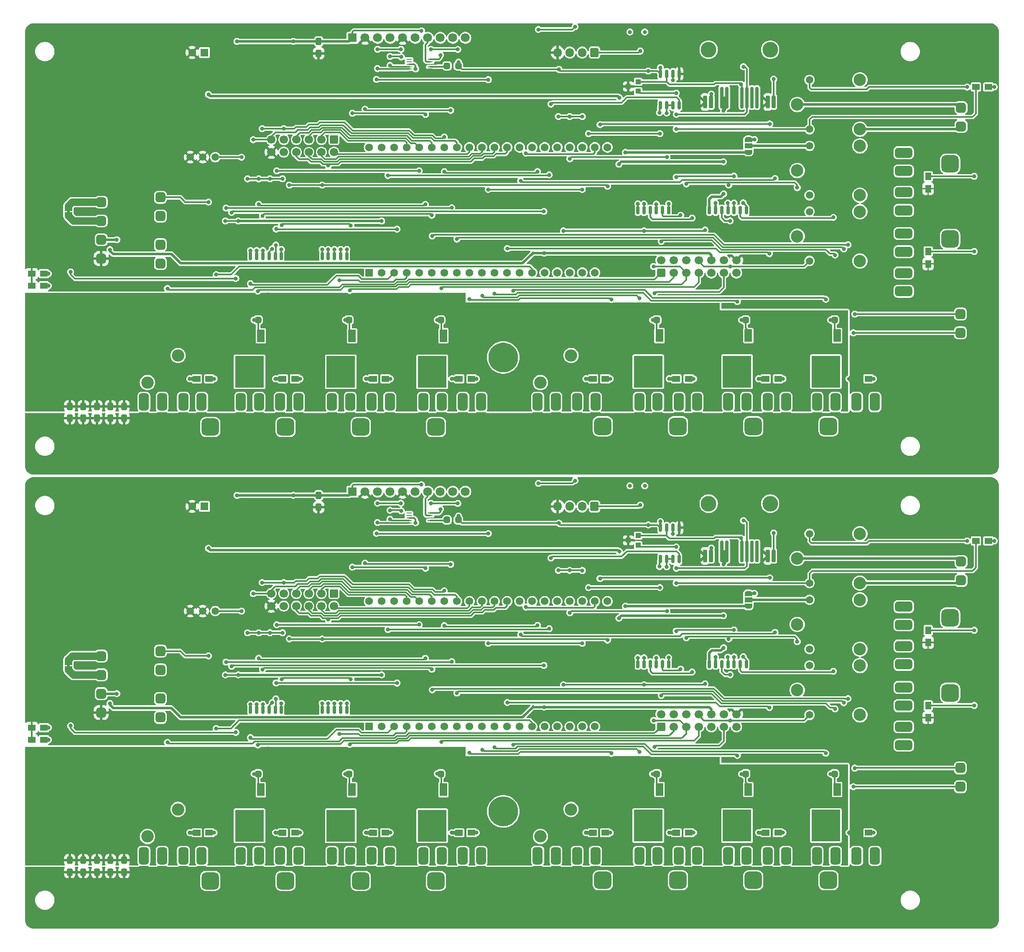
<source format=gbr>
%TF.GenerationSoftware,KiCad,Pcbnew,8.0.7*%
%TF.CreationDate,2025-01-14T19:52:06+09:00*%
%TF.ProjectId,AutoHome-S-Main_V7.0,4175746f-486f-46d6-952d-532d4d61696e,rev?*%
%TF.SameCoordinates,Original*%
%TF.FileFunction,Copper,L1,Top*%
%TF.FilePolarity,Positive*%
%FSLAX46Y46*%
G04 Gerber Fmt 4.6, Leading zero omitted, Abs format (unit mm)*
G04 Created by KiCad (PCBNEW 8.0.7) date 2025-01-14 19:52:06*
%MOMM*%
%LPD*%
G01*
G04 APERTURE LIST*
G04 Aperture macros list*
%AMRoundRect*
0 Rectangle with rounded corners*
0 $1 Rounding radius*
0 $2 $3 $4 $5 $6 $7 $8 $9 X,Y pos of 4 corners*
0 Add a 4 corners polygon primitive as box body*
4,1,4,$2,$3,$4,$5,$6,$7,$8,$9,$2,$3,0*
0 Add four circle primitives for the rounded corners*
1,1,$1+$1,$2,$3*
1,1,$1+$1,$4,$5*
1,1,$1+$1,$6,$7*
1,1,$1+$1,$8,$9*
0 Add four rect primitives between the rounded corners*
20,1,$1+$1,$2,$3,$4,$5,0*
20,1,$1+$1,$4,$5,$6,$7,0*
20,1,$1+$1,$6,$7,$8,$9,0*
20,1,$1+$1,$8,$9,$2,$3,0*%
%AMFreePoly0*
4,1,19,0.550000,-0.750000,0.000000,-0.750000,0.000000,-0.744911,-0.071157,-0.744911,-0.207708,-0.704816,-0.327430,-0.627875,-0.420627,-0.520320,-0.479746,-0.390866,-0.500000,-0.250000,-0.500000,0.250000,-0.479746,0.390866,-0.420627,0.520320,-0.327430,0.627875,-0.207708,0.704816,-0.071157,0.744911,0.000000,0.744911,0.000000,0.750000,0.550000,0.750000,0.550000,-0.750000,0.550000,-0.750000,
$1*%
%AMFreePoly1*
4,1,19,0.000000,0.744911,0.071157,0.744911,0.207708,0.704816,0.327430,0.627875,0.420627,0.520320,0.479746,0.390866,0.500000,0.250000,0.500000,-0.250000,0.479746,-0.390866,0.420627,-0.520320,0.327430,-0.627875,0.207708,-0.704816,0.071157,-0.744911,0.000000,-0.744911,0.000000,-0.750000,-0.550000,-0.750000,-0.550000,0.750000,0.000000,0.750000,0.000000,0.744911,0.000000,0.744911,
$1*%
%AMFreePoly2*
4,1,19,0.500000,-0.750000,0.000000,-0.750000,0.000000,-0.744911,-0.071157,-0.744911,-0.207708,-0.704816,-0.327430,-0.627875,-0.420627,-0.520320,-0.479746,-0.390866,-0.500000,-0.250000,-0.500000,0.250000,-0.479746,0.390866,-0.420627,0.520320,-0.327430,0.627875,-0.207708,0.704816,-0.071157,0.744911,0.000000,0.744911,0.000000,0.750000,0.500000,0.750000,0.500000,-0.750000,0.500000,-0.750000,
$1*%
%AMFreePoly3*
4,1,19,0.000000,0.744911,0.071157,0.744911,0.207708,0.704816,0.327430,0.627875,0.420627,0.520320,0.479746,0.390866,0.500000,0.250000,0.500000,-0.250000,0.479746,-0.390866,0.420627,-0.520320,0.327430,-0.627875,0.207708,-0.704816,0.071157,-0.744911,0.000000,-0.744911,0.000000,-0.750000,-0.500000,-0.750000,-0.500000,0.750000,0.000000,0.750000,0.000000,0.744911,0.000000,0.744911,
$1*%
G04 Aperture macros list end*
%TA.AperFunction,EtchedComponent*%
%ADD10C,0.000000*%
%TD*%
%TA.AperFunction,ComponentPad*%
%ADD11C,6.000000*%
%TD*%
%TA.AperFunction,ComponentPad*%
%ADD12RoundRect,0.875000X0.875000X-0.875000X0.875000X0.875000X-0.875000X0.875000X-0.875000X-0.875000X0*%
%TD*%
%TA.AperFunction,ComponentPad*%
%ADD13RoundRect,0.500000X1.250000X0.500000X-1.250000X0.500000X-1.250000X-0.500000X1.250000X-0.500000X0*%
%TD*%
%TA.AperFunction,WasherPad*%
%ADD14C,3.170000*%
%TD*%
%TA.AperFunction,SMDPad,CuDef*%
%ADD15RoundRect,0.175000X0.175000X2.000000X-0.175000X2.000000X-0.175000X-2.000000X0.175000X-2.000000X0*%
%TD*%
%TA.AperFunction,SMDPad,CuDef*%
%ADD16RoundRect,0.200000X0.200000X1.075000X-0.200000X1.075000X-0.200000X-1.075000X0.200000X-1.075000X0*%
%TD*%
%TA.AperFunction,SMDPad,CuDef*%
%ADD17RoundRect,0.197095X0.752905X1.552905X-0.752905X1.552905X-0.752905X-1.552905X0.752905X-1.552905X0*%
%TD*%
%TA.AperFunction,SMDPad,CuDef*%
%ADD18R,5.800000X6.400000*%
%TD*%
%TA.AperFunction,SMDPad,CuDef*%
%ADD19R,1.500000X2.500000*%
%TD*%
%TA.AperFunction,SMDPad,CuDef*%
%ADD20R,2.000000X3.000000*%
%TD*%
%TA.AperFunction,SMDPad,CuDef*%
%ADD21RoundRect,0.325000X0.325000X0.325000X-0.325000X0.325000X-0.325000X-0.325000X0.325000X-0.325000X0*%
%TD*%
%TA.AperFunction,SMDPad,CuDef*%
%ADD22RoundRect,0.312500X-0.312500X0.437500X-0.312500X-0.437500X0.312500X-0.437500X0.312500X0.437500X0*%
%TD*%
%TA.AperFunction,ComponentPad*%
%ADD23RoundRect,0.500000X0.500000X-0.500000X0.500000X0.500000X-0.500000X0.500000X-0.500000X-0.500000X0*%
%TD*%
%TA.AperFunction,SMDPad,CuDef*%
%ADD24RoundRect,0.163800X0.136200X-0.711200X0.136200X0.711200X-0.136200X0.711200X-0.136200X-0.711200X0*%
%TD*%
%TA.AperFunction,ComponentPad*%
%ADD25RoundRect,0.500000X0.500000X-1.250000X0.500000X1.250000X-0.500000X1.250000X-0.500000X-1.250000X0*%
%TD*%
%TA.AperFunction,ComponentPad*%
%ADD26RoundRect,0.500000X-0.500000X0.500000X-0.500000X-0.500000X0.500000X-0.500000X0.500000X0.500000X0*%
%TD*%
%TA.AperFunction,ComponentPad*%
%ADD27C,1.500000*%
%TD*%
%TA.AperFunction,SMDPad,CuDef*%
%ADD28R,1.500000X1.250000*%
%TD*%
%TA.AperFunction,ComponentPad*%
%ADD29R,1.560000X1.560000*%
%TD*%
%TA.AperFunction,ComponentPad*%
%ADD30C,1.560000*%
%TD*%
%TA.AperFunction,ComponentPad*%
%ADD31C,4.500000*%
%TD*%
%TA.AperFunction,ComponentPad*%
%ADD32C,13.500000*%
%TD*%
%TA.AperFunction,SMDPad,CuDef*%
%ADD33RoundRect,0.150000X0.150000X0.700000X-0.150000X0.700000X-0.150000X-0.700000X0.150000X-0.700000X0*%
%TD*%
%TA.AperFunction,SMDPad,CuDef*%
%ADD34RoundRect,0.250000X0.250000X1.100000X-0.250000X1.100000X-0.250000X-1.100000X0.250000X-1.100000X0*%
%TD*%
%TA.AperFunction,SMDPad,CuDef*%
%ADD35FreePoly0,90.000000*%
%TD*%
%TA.AperFunction,SMDPad,CuDef*%
%ADD36R,1.500000X1.000000*%
%TD*%
%TA.AperFunction,SMDPad,CuDef*%
%ADD37FreePoly1,90.000000*%
%TD*%
%TA.AperFunction,SMDPad,CuDef*%
%ADD38RoundRect,0.325000X-0.325000X-0.325000X0.325000X-0.325000X0.325000X0.325000X-0.325000X0.325000X0*%
%TD*%
%TA.AperFunction,SMDPad,CuDef*%
%ADD39R,1.250000X1.500000*%
%TD*%
%TA.AperFunction,ComponentPad*%
%ADD40C,2.500000*%
%TD*%
%TA.AperFunction,ComponentPad*%
%ADD41RoundRect,0.875000X-0.875000X-0.875000X0.875000X-0.875000X0.875000X0.875000X-0.875000X0.875000X0*%
%TD*%
%TA.AperFunction,ComponentPad*%
%ADD42R,1.600000X1.600000*%
%TD*%
%TA.AperFunction,ComponentPad*%
%ADD43C,1.600000*%
%TD*%
%TA.AperFunction,ComponentPad*%
%ADD44C,1.800000*%
%TD*%
%TA.AperFunction,ComponentPad*%
%ADD45R,1.800000X1.800000*%
%TD*%
%TA.AperFunction,ComponentPad*%
%ADD46RoundRect,0.249900X0.600100X0.675100X-0.600100X0.675100X-0.600100X-0.675100X0.600100X-0.675100X0*%
%TD*%
%TA.AperFunction,ComponentPad*%
%ADD47O,1.700000X1.850000*%
%TD*%
%TA.AperFunction,SMDPad,CuDef*%
%ADD48R,1.100000X1.000000*%
%TD*%
%TA.AperFunction,SMDPad,CuDef*%
%ADD49FreePoly2,270.000000*%
%TD*%
%TA.AperFunction,SMDPad,CuDef*%
%ADD50FreePoly3,270.000000*%
%TD*%
%TA.AperFunction,ComponentPad*%
%ADD51O,2.500000X2.500000*%
%TD*%
%TA.AperFunction,ComponentPad*%
%ADD52R,2.500000X2.500000*%
%TD*%
%TA.AperFunction,ComponentPad*%
%ADD53RoundRect,0.250000X-0.600000X0.600000X-0.600000X-0.600000X0.600000X-0.600000X0.600000X0.600000X0*%
%TD*%
%TA.AperFunction,ComponentPad*%
%ADD54C,1.700000*%
%TD*%
%TA.AperFunction,SMDPad,CuDef*%
%ADD55R,1.100000X0.250000*%
%TD*%
%TA.AperFunction,ComponentPad*%
%ADD56RoundRect,0.250000X0.600000X-0.600000X0.600000X0.600000X-0.600000X0.600000X-0.600000X-0.600000X0*%
%TD*%
%TA.AperFunction,WasherPad*%
%ADD57C,0.800000*%
%TD*%
%TA.AperFunction,ViaPad*%
%ADD58C,0.800000*%
%TD*%
%TA.AperFunction,Conductor*%
%ADD59C,0.500000*%
%TD*%
%TA.AperFunction,Conductor*%
%ADD60C,0.300000*%
%TD*%
%TA.AperFunction,Conductor*%
%ADD61C,0.200000*%
%TD*%
%TA.AperFunction,Conductor*%
%ADD62C,1.500000*%
%TD*%
G04 APERTURE END LIST*
D10*
%TA.AperFunction,EtchedComponent*%
%TO.C,JP2*%
G36*
X64040000Y-174815000D02*
G01*
X63440000Y-174815000D01*
X63440000Y-174315000D01*
X64040000Y-174315000D01*
X64040000Y-174815000D01*
G37*
%TD.AperFunction*%
%TA.AperFunction,EtchedComponent*%
G36*
X64040000Y-82815000D02*
G01*
X63440000Y-82815000D01*
X63440000Y-82315000D01*
X64040000Y-82315000D01*
X64040000Y-82815000D01*
G37*
%TD.AperFunction*%
%TD*%
D11*
%TO.P,H2,1,1*%
%TO.N,GNDPWR*%
X223525000Y-142135000D03*
%TD*%
%TO.P,H1,1,1*%
%TO.N,GNDPWR*%
X78475000Y-142135000D03*
%TD*%
D12*
%TO.P,J1,2,Pin_2*%
%TO.N,Net-(D25-K)*%
X242360000Y-164865000D03*
%TO.P,J1,1,Pin_1*%
%TO.N,GNDPWR*%
X242360000Y-172485000D03*
%TD*%
%TO.P,J14,2,Pin_2*%
%TO.N,Net-(D26-K)*%
X242360000Y-180105000D03*
%TO.P,J14,1,Pin_1*%
%TO.N,GNDPWR*%
X242360000Y-187725000D03*
%TD*%
D13*
%TO.P,F10,1*%
%TO.N,Net-(F10-Pad1)*%
X232960000Y-187005000D03*
X232960000Y-190705000D03*
%TO.P,F10,2*%
%TO.N,Net-(D26-K)*%
X232960000Y-182705000D03*
X232960000Y-179005000D03*
%TD*%
%TO.P,F9,1*%
%TO.N,Net-(F9-Pad1)*%
X232960000Y-170625000D03*
X232960000Y-174325000D03*
%TO.P,F9,2*%
%TO.N,Net-(D25-K)*%
X232960000Y-166325000D03*
X232960000Y-162625000D03*
%TD*%
D14*
%TO.P,J13,*%
%TO.N,*%
X205920000Y-141755000D03*
X193420000Y-141755000D03*
D15*
%TO.P,J13,1*%
%TO.N,MA-AUTO-IN*%
X196100000Y-151445000D03*
%TO.P,J13,2*%
X197120000Y-151445000D03*
%TO.P,J13,3*%
%TO.N,GNDPWR*%
X198140000Y-151445000D03*
%TO.P,J13,4*%
X199160000Y-151445000D03*
%TO.P,J13,5*%
%TO.N,/485-B*%
X200180000Y-151445000D03*
%TO.P,J13,6*%
%TO.N,/485-A*%
X201200000Y-151445000D03*
%TO.P,J13,7*%
%TO.N,unconnected-(J13-Pad7)*%
X202220000Y-151445000D03*
%TO.P,J13,8*%
%TO.N,unconnected-(J13-Pad8)*%
X203240000Y-151445000D03*
D16*
%TO.P,J13,9*%
%TO.N,GNDPWR*%
X192720000Y-152345000D03*
%TO.P,J13,10*%
%TO.N,Net-(J13-Pad10)*%
X193930000Y-152345000D03*
%TO.P,J13,11*%
%TO.N,GNDPWR*%
X205410000Y-152345000D03*
%TO.P,J13,12*%
%TO.N,Net-(J13-Pad12)*%
X206620000Y-152345000D03*
D17*
%TO.P,J13,MP*%
%TO.N,GNDPWR*%
X208670000Y-142005000D03*
X190670000Y-142005000D03*
%TD*%
D18*
%TO.P,Q29,D,Drain*%
%TO.N,Net-(Q29-Drain)*%
X181190000Y-206992000D03*
D19*
%TO.P,Q29,G,Gate*%
%TO.N,Net-(J11-Pin_7)*%
X183476000Y-199685000D03*
D20*
%TO.P,Q29,S,Source*%
%TO.N,+12P*%
X178910000Y-199685000D03*
%TD*%
D21*
%TO.P,R41,1*%
%TO.N,+5V*%
X142735000Y-145030000D03*
%TO.P,R41,2*%
%TO.N,Net-(U5-ALERT{slash}RDY)*%
X140435000Y-145030000D03*
%TD*%
D22*
%TO.P,C13,1*%
%TO.N,+12P*%
X75010000Y-214025000D03*
%TO.P,C13,2*%
%TO.N,GNDPWR*%
X75010000Y-216425000D03*
%TD*%
D23*
%TO.P,J4,1,Pin_1*%
%TO.N,Net-(J4-Pin_1)*%
X244567500Y-157305000D03*
%TO.P,J4,2,Pin_2*%
%TO.N,Net-(J4-Pin_2)*%
X244567500Y-153495000D03*
%TD*%
D24*
%TO.P,U2,1,RO*%
%TO.N,RO*%
X183675000Y-152990000D03*
%TO.P,U2,2,~{RE}*%
%TO.N,ENABLE*%
X184945000Y-152990000D03*
%TO.P,U2,3,DE*%
X186215000Y-152990000D03*
%TO.P,U2,4,DI*%
%TO.N,DI*%
X187485000Y-152990000D03*
%TO.P,U2,5,GND*%
%TO.N,GNDPWR*%
X187485000Y-146640000D03*
%TO.P,U2,6,A*%
%TO.N,/485-A*%
X186215000Y-146640000D03*
%TO.P,U2,7,B*%
%TO.N,/485-B*%
X184945000Y-146640000D03*
%TO.P,U2,8,VCC*%
%TO.N,+5V*%
X183675000Y-146640000D03*
%TD*%
D25*
%TO.P,F7,1*%
%TO.N,Net-(Q18-Drain)*%
X197405000Y-213165000D03*
X201105000Y-213165000D03*
%TO.P,F7,2*%
%TO.N,Net-(D17-K)*%
X205405000Y-213165000D03*
X209105000Y-213165000D03*
%TD*%
D26*
%TO.P,J9,1,Pin_1*%
%TO.N,Net-(J9-Pin_1)*%
X82390000Y-171655000D03*
%TO.P,J9,2,Pin_2*%
%TO.N,Net-(J9-Pin_2)*%
X82390000Y-175465000D03*
%TD*%
D25*
%TO.P,F2,1*%
%TO.N,Net-(Q3-Drain)*%
X98645000Y-213165000D03*
X102345000Y-213165000D03*
%TO.P,F2,2*%
%TO.N,Net-(D8-K)*%
X106645000Y-213165000D03*
X110345000Y-213165000D03*
%TD*%
%TO.P,F1,1*%
%TO.N,Net-(F1-Pad1)*%
X79030000Y-213165000D03*
X82730000Y-213165000D03*
%TO.P,F1,2*%
%TO.N,Net-(D7-K)*%
X87030000Y-213165000D03*
X90730000Y-213165000D03*
%TD*%
D27*
%TO.P,AUX_BT1,1,1*%
%TO.N,GNDPWR*%
X88420000Y-163522500D03*
%TO.P,AUX_BT1,2,2*%
X90960000Y-163522500D03*
%TO.P,AUX_BT1,3,3*%
%TO.N,Net-(AUX_BT1-Pad3)*%
X93500000Y-163522500D03*
%TD*%
D28*
%TO.P,D1,1,K*%
%TO.N,INVERTER*%
X247590000Y-149295000D03*
%TO.P,D1,2,A*%
%TO.N,Net-(D1-A)*%
X250090000Y-149295000D03*
%TD*%
%TO.P,D6,1,K*%
%TO.N,GNDPWR*%
X142890000Y-208455000D03*
%TO.P,D6,2,A*%
%TO.N,Net-(D6-A)*%
X145390000Y-208455000D03*
%TD*%
D18*
%TO.P,Q33,D,Drain*%
%TO.N,Net-(Q33-Drain)*%
X217190000Y-206991000D03*
D19*
%TO.P,Q33,G,Gate*%
%TO.N,Net-(J25-Pin_2)*%
X219476000Y-199684000D03*
D20*
%TO.P,Q33,S,Source*%
%TO.N,+12P*%
X214910000Y-199684000D03*
%TD*%
D28*
%TO.P,D5,1,K*%
%TO.N,GNDPWR*%
X125470000Y-208455000D03*
%TO.P,D5,2,A*%
%TO.N,Net-(D5-A)*%
X127970000Y-208455000D03*
%TD*%
D18*
%TO.P,Q18,D,Drain*%
%TO.N,Net-(Q18-Drain)*%
X199190000Y-206992000D03*
D19*
%TO.P,Q18,G,Gate*%
%TO.N,Net-(J25-Pin_1)*%
X201476000Y-199685000D03*
D20*
%TO.P,Q18,S,Source*%
%TO.N,+12P*%
X196910000Y-199685000D03*
%TD*%
D29*
%TO.P,U4,1,IO_13*%
%TO.N,unconnected-(U4-IO_13-Pad1)*%
X124670000Y-186945000D03*
D30*
%TO.P,U4,2,IO_14*%
%TO.N,unconnected-(U4-IO_14-Pad2)*%
X127210000Y-186945000D03*
%TO.P,U4,3,IO_21*%
%TO.N,LED_OUT_02*%
X129750000Y-186945000D03*
%TO.P,U4,4,IO_47*%
%TO.N,LED_OUT_03*%
X132290000Y-186945000D03*
%TO.P,U4,5,IO_48*%
%TO.N,LED_OUT_04*%
X134830000Y-186945000D03*
%TO.P,U4,6,IO_45*%
%TO.N,PU DN*%
X137370000Y-186945000D03*
%TO.P,U4,7,IO_00*%
%TO.N,IO_0*%
X139910000Y-186945000D03*
%TO.P,U4,8,IO_35*%
%TO.N,PU UP*%
X142450000Y-186945000D03*
%TO.P,U4,9,IO_36*%
%TO.N,LED_OUT_05*%
X144990000Y-186945000D03*
%TO.P,U4,10,IO_37*%
%TO.N,LED_OUT_06*%
X147530000Y-186945000D03*
%TO.P,U4,11,IO_38*%
%TO.N,LED_OUT_07*%
X150070000Y-186945000D03*
%TO.P,U4,12,IO_39*%
%TO.N,O_FRIGE*%
X152610000Y-186945000D03*
%TO.P,U4,13,IO_40*%
%TO.N,O_TV*%
X155150000Y-186945000D03*
%TO.P,U4,14,IO_41*%
%TO.N,LED_OUT_01*%
X157690000Y-186945000D03*
%TO.P,U4,15,IO_42/SDA*%
%TO.N,SDA*%
X160230000Y-186945000D03*
%TO.P,U4,16,RxD0*%
%TO.N,Net-(J10-Pin_2)*%
X162770000Y-186945000D03*
%TO.P,U4,17,TxD0*%
%TO.N,Net-(J10-Pin_3)*%
X165310000Y-186945000D03*
%TO.P,U4,18,IO_2/SCL*%
%TO.N,SCL*%
X167850000Y-186945000D03*
%TO.P,U4,19,IO_01*%
%TO.N,O_INV*%
X170390000Y-186945000D03*
%TO.P,U4,20,GND*%
%TO.N,GNDPWR*%
X172930000Y-186945000D03*
%TO.P,U4,21,3.3V*%
%TO.N,+3.3V*%
X172930000Y-161545000D03*
%TO.P,U4,22,EN*%
%TO.N,EN*%
X170390000Y-161545000D03*
%TO.P,U4,23,IO_04*%
%TO.N,RO*%
X167850000Y-161545000D03*
%TO.P,U4,24,IO_05*%
%TO.N,ENABLE*%
X165310000Y-161545000D03*
%TO.P,U4,25,IO_06*%
%TO.N,DI*%
X162770000Y-161545000D03*
%TO.P,U4,26,IO_07*%
%TO.N,Net-(U4-IO_07)*%
X160230000Y-161545000D03*
%TO.P,U4,27,IO_15*%
%TO.N,unconnected-(U4-IO_15-Pad27)*%
X157690000Y-161545000D03*
%TO.P,U4,28,IO_16*%
%TO.N,LED_OUT_08*%
X155150000Y-161545000D03*
%TO.P,U4,29,IO_17*%
%TO.N,ST-7789V-SDA*%
X152610000Y-161545000D03*
%TO.P,U4,30,IO_18*%
%TO.N,ST-7789V-CS*%
X150070000Y-161545000D03*
%TO.P,U4,31,IO_08*%
%TO.N,ST-7789V-TP_SCL*%
X147530000Y-161545000D03*
%TO.P,U4,32,IO_19*%
%TO.N,ST-7789V-TP_TRST*%
X144990000Y-161545000D03*
%TO.P,U4,33,IO_20*%
%TO.N,ST-7789V-TP_TINT*%
X142450000Y-161545000D03*
%TO.P,U4,34,IO_03*%
%TO.N,ST-7789V-RESET*%
X139910000Y-161545000D03*
%TO.P,U4,35,IO_46*%
%TO.N,ST-7789V-SCL*%
X137370000Y-161545000D03*
%TO.P,U4,36,IO_09*%
%TO.N,ST-7789V-D{slash}C*%
X134830000Y-161545000D03*
%TO.P,U4,37,IO_10*%
%TO.N,ST-7789V-TP_SDA*%
X132290000Y-161545000D03*
%TO.P,U4,38,IO_11*%
%TO.N,unconnected-(U4-IO_11-Pad38)*%
X129750000Y-161545000D03*
%TO.P,U4,39,VIN*%
%TO.N,+5V*%
X127210000Y-161545000D03*
%TO.P,U4,40,IO_12*%
%TO.N,unconnected-(U4-IO_12-Pad40)*%
X124670000Y-161545000D03*
%TD*%
D28*
%TO.P,D14,1,K*%
%TO.N,GNDPWR*%
X205000000Y-208455000D03*
%TO.P,D14,2,A*%
%TO.N,Net-(D14-A)*%
X207500000Y-208455000D03*
%TD*%
D22*
%TO.P,C12,1*%
%TO.N,+5V*%
X114440000Y-140075000D03*
%TO.P,C12,2*%
%TO.N,GNDPWR*%
X114440000Y-142475000D03*
%TD*%
D31*
%TO.P,J6,1,Pin_1*%
%TO.N,+12P*%
X59375000Y-200385000D03*
X59375000Y-207885000D03*
D32*
X66175000Y-204135000D03*
D31*
X72975000Y-200385000D03*
X72975000Y-207885000D03*
%TD*%
D22*
%TO.P,C10,1*%
%TO.N,+12P*%
X69510000Y-214025000D03*
%TO.P,C10,2*%
%TO.N,GNDPWR*%
X69510000Y-216425000D03*
%TD*%
D33*
%TO.P,J11,1,Pin_2*%
%TO.N,Net-(D29-A)*%
X185335000Y-174285000D03*
%TO.P,J11,2,Pin_3*%
%TO.N,Net-(J11-Pin_3)*%
X184085000Y-174285000D03*
%TO.P,J11,3,Pin_4*%
%TO.N,Net-(J11-Pin_4)*%
X182835000Y-174285000D03*
%TO.P,J11,4,Pin_5*%
%TO.N,Net-(J11-Pin_5)*%
X181585000Y-174285000D03*
%TO.P,J11,5,Pin_6*%
%TO.N,Net-(D28-A)*%
X180335000Y-174285000D03*
%TO.P,J11,6,Pin_7*%
%TO.N,Net-(J11-Pin_7)*%
X179085000Y-174285000D03*
D34*
%TO.P,J11,MP,Pin_1*%
%TO.N,GNDPWR*%
X187185000Y-171085000D03*
X177235000Y-171085000D03*
%TD*%
D28*
%TO.P,D3,1,K*%
%TO.N,GNDPWR*%
X89760000Y-208455000D03*
%TO.P,D3,2,A*%
%TO.N,Net-(D3-A)*%
X92260000Y-208455000D03*
%TD*%
D35*
%TO.P,JP1,1,A*%
%TO.N,Net-(JP1-A)*%
X201490000Y-162545000D03*
D36*
%TO.P,JP1,2,C*%
%TO.N,+VDC*%
X201490000Y-161245000D03*
D37*
%TO.P,JP1,3,B*%
%TO.N,+12P*%
X201490000Y-159945000D03*
%TD*%
D31*
%TO.P,J7,1,Pin_1*%
%TO.N,GNDPWR*%
X59400000Y-153625000D03*
X59400000Y-161125000D03*
D32*
X66200000Y-157375000D03*
D31*
X73000000Y-153625000D03*
X73000000Y-161125000D03*
%TD*%
D33*
%TO.P,J25,1,Pin_1*%
%TO.N,Net-(J25-Pin_1)*%
X201085000Y-174285000D03*
%TO.P,J25,2,Pin_2*%
%TO.N,Net-(J25-Pin_2)*%
X199835000Y-174285000D03*
%TO.P,J25,3,Pin_3*%
%TO.N,INVERTER*%
X198585000Y-174285000D03*
%TO.P,J25,4,Pin_4*%
%TO.N,TV*%
X197335000Y-174285000D03*
%TO.P,J25,5,Pin_5*%
%TO.N,FRIGE*%
X196085000Y-174285000D03*
%TO.P,J25,6,Pin_6*%
%TO.N,MA-AUTO-OUT*%
X194835000Y-174285000D03*
%TO.P,J25,7,Pin_7*%
%TO.N,MA-AUTO-IN*%
X193585000Y-174285000D03*
%TO.P,J25,8,Pin_8*%
%TO.N,GNDPWR*%
X192335000Y-174285000D03*
D34*
%TO.P,J25,MP,Pin_9*%
X202935000Y-171085000D03*
X190485000Y-171085000D03*
%TD*%
D28*
%TO.P,D20,1,K*%
%TO.N,GNDPWR*%
X186890000Y-208455000D03*
%TO.P,D20,2,A*%
%TO.N,Net-(D20-A)*%
X189390000Y-208455000D03*
%TD*%
D26*
%TO.P,J17,1,Pin_1*%
%TO.N,Net-(D13-K)*%
X70390000Y-172655000D03*
%TO.P,J17,2,Pin_2*%
%TO.N,MA-AUTO-OUT*%
X70390000Y-176465000D03*
%TO.P,J17,3,Pin_3*%
%TO.N,Net-(J17-Pin_3)*%
X70390000Y-180275000D03*
%TO.P,J17,4,Pin_4*%
%TO.N,GNDPWR*%
X70390000Y-184085000D03*
%TD*%
D25*
%TO.P,F3,1*%
%TO.N,Net-(Q5-Drain)*%
X117145000Y-213165000D03*
X120845000Y-213165000D03*
%TO.P,F3,2*%
%TO.N,Net-(D9-K)*%
X125145000Y-213165000D03*
X128845000Y-213165000D03*
%TD*%
D38*
%TO.P,R14,1*%
%TO.N,+12P*%
X99875000Y-196535000D03*
%TO.P,R14,2*%
%TO.N,Net-(J11-Pin_3)*%
X102175000Y-196535000D03*
%TD*%
D39*
%TO.P,D16,1,K*%
%TO.N,GNDPWR*%
X237900000Y-169915000D03*
%TO.P,D16,2,A*%
%TO.N,Net-(D16-A)*%
X237900000Y-167415000D03*
%TD*%
D22*
%TO.P,C7,1*%
%TO.N,+12P*%
X64010000Y-214025000D03*
%TO.P,C7,2*%
%TO.N,GNDPWR*%
X64010000Y-216425000D03*
%TD*%
D40*
%TO.P,K4,1*%
%TO.N,unconnected-(K4-Pad1)*%
X224080000Y-161245000D03*
D27*
%TO.P,K4,2*%
%TO.N,TV*%
X213880000Y-171245000D03*
%TO.P,K4,6*%
%TO.N,+VDC*%
X213880000Y-161245000D03*
D40*
%TO.P,K4,7*%
%TO.N,+12P*%
X211380000Y-166245000D03*
%TO.P,K4,14*%
%TO.N,Net-(F9-Pad1)*%
X224080000Y-171245000D03*
%TD*%
D41*
%TO.P,J16,1,Pin_1*%
%TO.N,GNDPWR*%
X84860000Y-218215000D03*
%TO.P,J16,2,Pin_2*%
%TO.N,Net-(D7-K)*%
X92480000Y-218215000D03*
%TO.P,J16,3,Pin_3*%
%TO.N,GNDPWR*%
X100100000Y-218215000D03*
%TO.P,J16,4,Pin_4*%
%TO.N,Net-(D8-K)*%
X107720000Y-218215000D03*
%TO.P,J16,5,Pin_5*%
%TO.N,GNDPWR*%
X115340000Y-218215000D03*
%TO.P,J16,6,Pin_6*%
%TO.N,Net-(D9-K)*%
X122960000Y-218215000D03*
%TO.P,J16,7,Pin_7*%
%TO.N,GNDPWR*%
X130580000Y-218215000D03*
%TO.P,J16,8,Pin_8*%
%TO.N,Net-(D10-K)*%
X138200000Y-218215000D03*
%TD*%
D18*
%TO.P,Q7,D,Drain*%
%TO.N,Net-(Q7-Drain)*%
X137430000Y-207028500D03*
D19*
%TO.P,Q7,G,Gate*%
%TO.N,Net-(J11-Pin_5)*%
X139716000Y-199721500D03*
D20*
%TO.P,Q7,S,Source*%
%TO.N,+12P*%
X135150000Y-199721500D03*
%TD*%
D41*
%TO.P,J12,1,Pin_1*%
%TO.N,GNDPWR*%
X164365000Y-218085000D03*
%TO.P,J12,2,Pin_2*%
%TO.N,Net-(D23-K)*%
X171985000Y-218085000D03*
%TO.P,J12,3,Pin_3*%
%TO.N,GNDPWR*%
X179605000Y-218085000D03*
%TO.P,J12,4,Pin_4*%
%TO.N,Net-(D24-K)*%
X187225000Y-218085000D03*
%TO.P,J12,5,Pin_5*%
%TO.N,GNDPWR*%
X194845000Y-218085000D03*
%TO.P,J12,6,Pin_6*%
%TO.N,Net-(D17-K)*%
X202465000Y-218085000D03*
%TO.P,J12,7,Pin_7*%
%TO.N,GNDPWR*%
X210085000Y-218085000D03*
%TO.P,J12,8,Pin_8*%
%TO.N,Net-(D21-K)*%
X217705000Y-218085000D03*
%TD*%
D42*
%TO.P,C5,1*%
%TO.N,MA-AUTO-IN*%
X91300000Y-142305000D03*
D43*
%TO.P,C5,2*%
%TO.N,GNDPWR*%
X88800000Y-142305000D03*
%TD*%
D33*
%TO.P,J8,1,Pin_1*%
%TO.N,ST-7789V-TP_TRST*%
X120140000Y-183545000D03*
%TO.P,J8,2,Pin_2*%
%TO.N,ST-7789V-TP_SCL*%
X118890000Y-183545000D03*
%TO.P,J8,3,Pin_3*%
%TO.N,ST-7789V-CS*%
X117640000Y-183545000D03*
%TO.P,J8,4,Pin_4*%
%TO.N,ST-7789V-SDA*%
X116390000Y-183545000D03*
%TO.P,J8,5,Pin_5*%
%TO.N,+3.3V*%
X115140000Y-183545000D03*
%TO.P,J8,6,Pin_6*%
%TO.N,GNDPWR*%
X113890000Y-183545000D03*
D34*
%TO.P,J8,MP,Pin_7*%
X121990000Y-180345000D03*
X112040000Y-180345000D03*
%TD*%
D38*
%TO.P,R16,1*%
%TO.N,+12P*%
X136875000Y-196522500D03*
%TO.P,R16,2*%
%TO.N,Net-(J11-Pin_5)*%
X139175000Y-196522500D03*
%TD*%
D25*
%TO.P,F8,1*%
%TO.N,Net-(Q33-Drain)*%
X215405000Y-213165000D03*
X219105000Y-213165000D03*
%TO.P,F8,2*%
%TO.N,Net-(D21-K)*%
X223405000Y-213165000D03*
X227105000Y-213165000D03*
%TD*%
D44*
%TO.P,MO2,A0,A0*%
%TO.N,AUX-V*%
X136535000Y-139323000D03*
%TO.P,MO2,A1,A1*%
%TO.N,CLEAN*%
X139075000Y-139323000D03*
%TO.P,MO2,A2,A2*%
%TO.N,unconnected-(MO2-PadA2)*%
X141615000Y-139323000D03*
%TO.P,MO2,A3,A3*%
%TO.N,unconnected-(MO2-PadA3)*%
X144155000Y-139323000D03*
%TO.P,MO2,ADDR,ADDR*%
%TO.N,GNDPWR*%
X131455000Y-139323000D03*
%TO.P,MO2,ALRT,ALRT*%
%TO.N,unconnected-(MO2-PadALRT)*%
X133995000Y-139323000D03*
%TO.P,MO2,GND,GND*%
%TO.N,GNDPWR*%
X123835000Y-139323000D03*
%TO.P,MO2,SCL,SCL*%
%TO.N,SCL*%
X126375000Y-139323000D03*
%TO.P,MO2,SDA,SDA*%
%TO.N,SDA*%
X128915000Y-139323000D03*
D45*
%TO.P,MO2,VDD,VDD*%
%TO.N,+5V*%
X121295000Y-139323000D03*
%TD*%
D39*
%TO.P,D22,2,A*%
%TO.N,Net-(D22-A)*%
X237900000Y-182655000D03*
%TO.P,D22,1,K*%
%TO.N,GNDPWR*%
X237900000Y-185155000D03*
%TD*%
D28*
%TO.P,D4,1,K*%
%TO.N,GNDPWR*%
X107160000Y-208455000D03*
%TO.P,D4,2,A*%
%TO.N,Net-(D4-A)*%
X109660000Y-208455000D03*
%TD*%
D46*
%TO.P,J10,1,Pin_1*%
%TO.N,Net-(J10-Pin_1)*%
X170315000Y-142330000D03*
D47*
%TO.P,J10,2,Pin_2*%
%TO.N,Net-(J10-Pin_2)*%
X167815000Y-142330000D03*
%TO.P,J10,3,Pin_3*%
%TO.N,Net-(J10-Pin_3)*%
X165315000Y-142330000D03*
%TO.P,J10,4,Pin_4*%
%TO.N,GNDPWR*%
X162815000Y-142330000D03*
%TD*%
D23*
%TO.P,J24,2,Pin_2*%
%TO.N,PU DN*%
X244447500Y-195325000D03*
%TO.P,J24,1,Pin_1*%
%TO.N,PU UP*%
X244447500Y-199135000D03*
%TD*%
D28*
%TO.P,D27,1,K*%
%TO.N,GNDPWR*%
X56290000Y-189605000D03*
%TO.P,D27,2,A*%
%TO.N,Net-(D27-A)*%
X58790000Y-189605000D03*
%TD*%
%TO.P,D18,1,K*%
%TO.N,GNDPWR*%
X223330000Y-208455000D03*
%TO.P,D18,2,A*%
%TO.N,Net-(D18-A)*%
X225830000Y-208455000D03*
%TD*%
D48*
%TO.P,D31,1,A1*%
%TO.N,/485-A*%
X179160000Y-150140000D03*
%TO.P,D31,2,A2*%
%TO.N,/485-B*%
X179160000Y-148240000D03*
%TO.P,D31,3,common*%
%TO.N,GNDPWR*%
X177160000Y-149190000D03*
%TD*%
D49*
%TO.P,JP2,1,A*%
%TO.N,Net-(D13-K)*%
X63740000Y-173915000D03*
D50*
%TO.P,JP2,2,B*%
%TO.N,MA-AUTO-OUT*%
X63740000Y-175215000D03*
%TD*%
D18*
%TO.P,Q3,D,Drain*%
%TO.N,Net-(Q3-Drain)*%
X100430000Y-207041000D03*
D19*
%TO.P,Q3,G,Gate*%
%TO.N,Net-(J11-Pin_3)*%
X102716000Y-199734000D03*
D20*
%TO.P,Q3,S,Source*%
%TO.N,+12P*%
X98150000Y-199734000D03*
%TD*%
D51*
%TO.P,K3,1*%
%TO.N,+12P*%
X159170000Y-203718000D03*
%TO.P,K3,3*%
X165170000Y-194318000D03*
D52*
X159570000Y-194318000D03*
D51*
%TO.P,K3,5*%
%TO.N,Net-(F5-Pad1)*%
X159370000Y-209218000D03*
%TO.P,K3,6*%
%TO.N,Net-(D28-A)*%
X165570000Y-203718000D03*
%TD*%
D25*
%TO.P,F4,1*%
%TO.N,Net-(Q7-Drain)*%
X135645000Y-213165000D03*
X139345000Y-213165000D03*
%TO.P,F4,2*%
%TO.N,Net-(D10-K)*%
X143645000Y-213165000D03*
X147345000Y-213165000D03*
%TD*%
D18*
%TO.P,Q5,D,Drain*%
%TO.N,Net-(Q5-Drain)*%
X118930000Y-207041000D03*
D19*
%TO.P,Q5,G,Gate*%
%TO.N,Net-(J11-Pin_4)*%
X121216000Y-199734000D03*
D20*
%TO.P,Q5,S,Source*%
%TO.N,+12P*%
X116650000Y-199734000D03*
%TD*%
D33*
%TO.P,J26,1,Pin_2*%
%TO.N,Net-(J22-Pin_1)*%
X106890000Y-183535000D03*
%TO.P,J26,2,Pin_3*%
%TO.N,ST-7789V-TP_SDA*%
X105640000Y-183535000D03*
%TO.P,J26,3,Pin_4*%
%TO.N,ST-7789V-D{slash}C*%
X104390000Y-183535000D03*
%TO.P,J26,4,Pin_5*%
%TO.N,ST-7789V-SCL*%
X103140000Y-183535000D03*
%TO.P,J26,5,Pin_6*%
%TO.N,ST-7789V-RESET*%
X101890000Y-183535000D03*
%TO.P,J26,6,Pin_7*%
%TO.N,ST-7789V-TP_TINT*%
X100640000Y-183535000D03*
D34*
%TO.P,J26,MP,Pin_1*%
%TO.N,GNDPWR*%
X108740000Y-180335000D03*
X98790000Y-180335000D03*
%TD*%
D26*
%TO.P,J15,1,Pin_1*%
%TO.N,+12P*%
X82390000Y-181275000D03*
%TO.P,J15,2,Pin_2*%
%TO.N,Net-(D30-A)*%
X82390000Y-185085000D03*
%TD*%
D40*
%TO.P,K2,1*%
%TO.N,unconnected-(K2-Pad1)*%
X224080000Y-147865000D03*
D27*
%TO.P,K2,2*%
%TO.N,INVERTER*%
X213880000Y-157865000D03*
%TO.P,K2,6*%
%TO.N,+VDC*%
X213880000Y-147865000D03*
D40*
%TO.P,K2,7*%
%TO.N,Net-(J4-Pin_2)*%
X211380000Y-152865000D03*
%TO.P,K2,14*%
%TO.N,Net-(J4-Pin_1)*%
X224080000Y-157865000D03*
%TD*%
D25*
%TO.P,F5,1*%
%TO.N,Net-(F5-Pad1)*%
X158800000Y-213165000D03*
X162500000Y-213165000D03*
%TO.P,F5,2*%
%TO.N,Net-(D23-K)*%
X166800000Y-213165000D03*
X170500000Y-213165000D03*
%TD*%
D53*
%TO.P,J22,A1,Pin_1*%
%TO.N,Net-(J22-Pin_1)*%
X117540000Y-159972500D03*
D54*
%TO.P,J22,A2,Pin_2*%
%TO.N,ST-7789V-TP_SDA*%
X115000000Y-159972500D03*
%TO.P,J22,A3,Pin_3*%
%TO.N,ST-7789V-D{slash}C*%
X112460000Y-159972500D03*
%TO.P,J22,A4,Pin_4*%
%TO.N,ST-7789V-SCL*%
X109920000Y-159972500D03*
%TO.P,J22,A5,Pin_5*%
%TO.N,ST-7789V-RESET*%
X107380000Y-159972500D03*
%TO.P,J22,A6,Pin_6*%
%TO.N,ST-7789V-TP_TINT*%
X104840000Y-159972500D03*
%TO.P,J22,B1,Pin_7*%
%TO.N,ST-7789V-TP_TRST*%
X117540000Y-162512500D03*
%TO.P,J22,B2,Pin_8*%
%TO.N,ST-7789V-TP_SCL*%
X115000000Y-162512500D03*
%TO.P,J22,B3,Pin_9*%
%TO.N,ST-7789V-CS*%
X112460000Y-162512500D03*
%TO.P,J22,B4,Pin_10*%
%TO.N,ST-7789V-SDA*%
X109920000Y-162512500D03*
%TO.P,J22,B5,Pin_11*%
%TO.N,+3.3V*%
X107380000Y-162512500D03*
%TO.P,J22,B6,Pin_12*%
%TO.N,GNDPWR*%
X104840000Y-162512500D03*
%TD*%
D22*
%TO.P,C9,1*%
%TO.N,+12P*%
X66760000Y-214025000D03*
%TO.P,C9,2*%
%TO.N,GNDPWR*%
X66760000Y-216425000D03*
%TD*%
D40*
%TO.P,K5,1*%
%TO.N,unconnected-(K5-Pad1)*%
X224080000Y-174565000D03*
D27*
%TO.P,K5,2*%
%TO.N,FRIGE*%
X213880000Y-184565000D03*
%TO.P,K5,6*%
%TO.N,+VDC*%
X213880000Y-174565000D03*
D40*
%TO.P,K5,7*%
%TO.N,+12P*%
X211380000Y-179565000D03*
%TO.P,K5,14*%
%TO.N,Net-(F10-Pad1)*%
X224080000Y-184565000D03*
%TD*%
D38*
%TO.P,R15,1*%
%TO.N,+12P*%
X118275000Y-196535000D03*
%TO.P,R15,2*%
%TO.N,Net-(J11-Pin_4)*%
X120575000Y-196535000D03*
%TD*%
%TO.P,R66,1*%
%TO.N,+12P*%
X180630000Y-196536000D03*
%TO.P,R66,2*%
%TO.N,Net-(J11-Pin_7)*%
X182930000Y-196536000D03*
%TD*%
D28*
%TO.P,D11,1,K*%
%TO.N,GNDPWR*%
X56300000Y-187135000D03*
%TO.P,D11,2,A*%
%TO.N,Net-(D11-A)*%
X58800000Y-187135000D03*
%TD*%
%TO.P,D19,1,K*%
%TO.N,GNDPWR*%
X170010000Y-208455000D03*
%TO.P,D19,2,A*%
%TO.N,Net-(D19-A)*%
X172510000Y-208455000D03*
%TD*%
D38*
%TO.P,R5,1*%
%TO.N,+12P*%
X198624000Y-196536000D03*
%TO.P,R5,2*%
%TO.N,Net-(J25-Pin_1)*%
X200924000Y-196536000D03*
%TD*%
%TO.P,R9,1*%
%TO.N,+12P*%
X216630000Y-196535000D03*
%TO.P,R9,2*%
%TO.N,Net-(J25-Pin_2)*%
X218930000Y-196535000D03*
%TD*%
D25*
%TO.P,F6,1*%
%TO.N,Net-(Q29-Drain)*%
X179405000Y-213165000D03*
X183105000Y-213165000D03*
%TO.P,F6,2*%
%TO.N,Net-(D24-K)*%
X187405000Y-213165000D03*
X191105000Y-213165000D03*
%TD*%
D55*
%TO.P,U5,1,ADDR*%
%TO.N,GNDPWR*%
X137035000Y-145680000D03*
%TO.P,U5,2,ALERT/RDY*%
%TO.N,Net-(U5-ALERT{slash}RDY)*%
X137035000Y-145180000D03*
%TO.P,U5,3,GND*%
%TO.N,GNDPWR*%
X137035000Y-144680000D03*
%TO.P,U5,4,AIN0*%
%TO.N,AUX-V*%
X137035000Y-144180000D03*
%TO.P,U5,5,AIN1*%
%TO.N,CLEAN*%
X137035000Y-143680000D03*
%TO.P,U5,6,AIN2*%
%TO.N,unconnected-(U5-AIN2-Pad6)*%
X132735000Y-143680000D03*
%TO.P,U5,7,AIN3*%
%TO.N,unconnected-(U5-AIN3-Pad7)*%
X132735000Y-144180000D03*
%TO.P,U5,8,VDD*%
%TO.N,+5V*%
X132735000Y-144680000D03*
%TO.P,U5,9,SDA*%
%TO.N,SDA*%
X132735000Y-145180000D03*
%TO.P,U5,10,SCL*%
%TO.N,SCL*%
X132735000Y-145680000D03*
%TD*%
D22*
%TO.P,C11,1*%
%TO.N,+12P*%
X72260000Y-214025000D03*
%TO.P,C11,2*%
%TO.N,GNDPWR*%
X72260000Y-216425000D03*
%TD*%
D11*
%TO.P,H7,1,1*%
%TO.N,GNDPWR*%
X151830000Y-204135000D03*
%TD*%
D56*
%TO.P,J5,A1,Pin_1*%
%TO.N,Net-(D29-A)*%
X183820000Y-186957500D03*
D54*
%TO.P,J5,A2,Pin_3*%
%TO.N,Net-(J11-Pin_3)*%
X186360000Y-186957500D03*
%TO.P,J5,A3,Pin_5*%
%TO.N,Net-(J11-Pin_4)*%
X188900000Y-186957500D03*
%TO.P,J5,A4,Pin_7*%
%TO.N,Net-(J11-Pin_5)*%
X191440000Y-186957500D03*
%TO.P,J5,A5,Pin_9*%
%TO.N,Net-(D28-A)*%
X193980000Y-186957500D03*
%TO.P,J5,A6,Pin_11*%
%TO.N,Net-(J11-Pin_7)*%
X196520000Y-186957500D03*
%TO.P,J5,A7,Pin_13*%
%TO.N,Net-(J25-Pin_1)*%
X199060000Y-186957500D03*
%TO.P,J5,B1,Pin_2*%
%TO.N,Net-(J25-Pin_2)*%
X183820000Y-184417500D03*
%TO.P,J5,B2,Pin_4*%
%TO.N,INVERTER*%
X186360000Y-184417500D03*
%TO.P,J5,B3,Pin_6*%
%TO.N,TV*%
X188900000Y-184417500D03*
%TO.P,J5,B4,Pin_8*%
%TO.N,FRIGE*%
X191440000Y-184417500D03*
%TO.P,J5,B5,Pin_10*%
%TO.N,MA-AUTO-OUT*%
X193980000Y-184417500D03*
%TO.P,J5,B6,Pin_12*%
%TO.N,MA-AUTO-IN*%
X196520000Y-184417500D03*
%TO.P,J5,B7,Pin_14*%
%TO.N,GNDPWR*%
X199060000Y-184417500D03*
%TD*%
D51*
%TO.P,K1,1*%
%TO.N,+12P*%
X79560000Y-203717000D03*
%TO.P,K1,3*%
X85560000Y-194317000D03*
D52*
X79960000Y-194317000D03*
D51*
%TO.P,K1,5*%
%TO.N,Net-(F1-Pad1)*%
X79760000Y-209217000D03*
%TO.P,K1,6*%
%TO.N,Net-(D29-A)*%
X85960000Y-203717000D03*
%TD*%
D57*
%TO.P,SW3,*%
%TO.N,*%
X180490000Y-138155000D03*
X177490000Y-138155000D03*
%TD*%
D11*
%TO.P,H2,1,1*%
%TO.N,GNDPWR*%
X223525000Y-50135000D03*
%TD*%
%TO.P,H1,1,1*%
%TO.N,GNDPWR*%
X78475000Y-50135000D03*
%TD*%
D13*
%TO.P,F10,1*%
%TO.N,Net-(F10-Pad1)*%
X232960000Y-95005000D03*
X232960000Y-98705000D03*
%TO.P,F10,2*%
%TO.N,Net-(D26-K)*%
X232960000Y-90705000D03*
X232960000Y-87005000D03*
%TD*%
%TO.P,F9,1*%
%TO.N,Net-(F9-Pad1)*%
X232960000Y-78625000D03*
X232960000Y-82325000D03*
%TO.P,F9,2*%
%TO.N,Net-(D25-K)*%
X232960000Y-74325000D03*
X232960000Y-70625000D03*
%TD*%
D12*
%TO.P,J14,2,Pin_2*%
%TO.N,Net-(D26-K)*%
X242360000Y-88105000D03*
%TO.P,J14,1,Pin_1*%
%TO.N,GNDPWR*%
X242360000Y-95725000D03*
%TD*%
%TO.P,J1,2,Pin_2*%
%TO.N,Net-(D25-K)*%
X242360000Y-72865000D03*
%TO.P,J1,1,Pin_1*%
%TO.N,GNDPWR*%
X242360000Y-80485000D03*
%TD*%
D14*
%TO.P,J13,*%
%TO.N,*%
X205920000Y-49755000D03*
X193420000Y-49755000D03*
D15*
%TO.P,J13,1*%
%TO.N,MA-AUTO-IN*%
X196100000Y-59445000D03*
%TO.P,J13,2*%
X197120000Y-59445000D03*
%TO.P,J13,3*%
%TO.N,GNDPWR*%
X198140000Y-59445000D03*
%TO.P,J13,4*%
X199160000Y-59445000D03*
%TO.P,J13,5*%
%TO.N,/485-B*%
X200180000Y-59445000D03*
%TO.P,J13,6*%
%TO.N,/485-A*%
X201200000Y-59445000D03*
%TO.P,J13,7*%
%TO.N,unconnected-(J13-Pad7)*%
X202220000Y-59445000D03*
%TO.P,J13,8*%
%TO.N,unconnected-(J13-Pad8)*%
X203240000Y-59445000D03*
D16*
%TO.P,J13,9*%
%TO.N,GNDPWR*%
X192720000Y-60345000D03*
%TO.P,J13,10*%
%TO.N,Net-(J13-Pad10)*%
X193930000Y-60345000D03*
%TO.P,J13,11*%
%TO.N,GNDPWR*%
X205410000Y-60345000D03*
%TO.P,J13,12*%
%TO.N,Net-(J13-Pad12)*%
X206620000Y-60345000D03*
D17*
%TO.P,J13,MP*%
%TO.N,GNDPWR*%
X208670000Y-50005000D03*
X190670000Y-50005000D03*
%TD*%
D28*
%TO.P,D6,1,K*%
%TO.N,GNDPWR*%
X142890000Y-116455000D03*
%TO.P,D6,2,A*%
%TO.N,Net-(D6-A)*%
X145390000Y-116455000D03*
%TD*%
D25*
%TO.P,F1,1*%
%TO.N,Net-(F1-Pad1)*%
X79030000Y-121165000D03*
X82730000Y-121165000D03*
%TO.P,F1,2*%
%TO.N,Net-(D7-K)*%
X87030000Y-121165000D03*
X90730000Y-121165000D03*
%TD*%
D26*
%TO.P,J9,1,Pin_1*%
%TO.N,Net-(J9-Pin_1)*%
X82390000Y-79655000D03*
%TO.P,J9,2,Pin_2*%
%TO.N,Net-(J9-Pin_2)*%
X82390000Y-83465000D03*
%TD*%
D28*
%TO.P,D1,1,K*%
%TO.N,INVERTER*%
X247590000Y-57295000D03*
%TO.P,D1,2,A*%
%TO.N,Net-(D1-A)*%
X250090000Y-57295000D03*
%TD*%
D25*
%TO.P,F7,1*%
%TO.N,Net-(Q18-Drain)*%
X197405000Y-121165000D03*
X201105000Y-121165000D03*
%TO.P,F7,2*%
%TO.N,Net-(D17-K)*%
X205405000Y-121165000D03*
X209105000Y-121165000D03*
%TD*%
D27*
%TO.P,AUX_BT1,1,1*%
%TO.N,GNDPWR*%
X88420000Y-71522500D03*
%TO.P,AUX_BT1,2,2*%
X90960000Y-71522500D03*
%TO.P,AUX_BT1,3,3*%
%TO.N,Net-(AUX_BT1-Pad3)*%
X93500000Y-71522500D03*
%TD*%
D25*
%TO.P,F2,1*%
%TO.N,Net-(Q3-Drain)*%
X98645000Y-121165000D03*
X102345000Y-121165000D03*
%TO.P,F2,2*%
%TO.N,Net-(D8-K)*%
X106645000Y-121165000D03*
X110345000Y-121165000D03*
%TD*%
D24*
%TO.P,U2,1,RO*%
%TO.N,RO*%
X183675000Y-60990000D03*
%TO.P,U2,2,~{RE}*%
%TO.N,ENABLE*%
X184945000Y-60990000D03*
%TO.P,U2,3,DE*%
X186215000Y-60990000D03*
%TO.P,U2,4,DI*%
%TO.N,DI*%
X187485000Y-60990000D03*
%TO.P,U2,5,GND*%
%TO.N,GNDPWR*%
X187485000Y-54640000D03*
%TO.P,U2,6,A*%
%TO.N,/485-A*%
X186215000Y-54640000D03*
%TO.P,U2,7,B*%
%TO.N,/485-B*%
X184945000Y-54640000D03*
%TO.P,U2,8,VCC*%
%TO.N,+5V*%
X183675000Y-54640000D03*
%TD*%
D21*
%TO.P,R41,1*%
%TO.N,+5V*%
X142735000Y-53030000D03*
%TO.P,R41,2*%
%TO.N,Net-(U5-ALERT{slash}RDY)*%
X140435000Y-53030000D03*
%TD*%
D23*
%TO.P,J4,1,Pin_1*%
%TO.N,Net-(J4-Pin_1)*%
X244567500Y-65305000D03*
%TO.P,J4,2,Pin_2*%
%TO.N,Net-(J4-Pin_2)*%
X244567500Y-61495000D03*
%TD*%
D18*
%TO.P,Q29,D,Drain*%
%TO.N,Net-(Q29-Drain)*%
X181190000Y-114992000D03*
D19*
%TO.P,Q29,G,Gate*%
%TO.N,Net-(J11-Pin_7)*%
X183476000Y-107685000D03*
D20*
%TO.P,Q29,S,Source*%
%TO.N,+12P*%
X178910000Y-107685000D03*
%TD*%
D22*
%TO.P,C13,1*%
%TO.N,+12P*%
X75010000Y-122025000D03*
%TO.P,C13,2*%
%TO.N,GNDPWR*%
X75010000Y-124425000D03*
%TD*%
D40*
%TO.P,K2,1*%
%TO.N,unconnected-(K2-Pad1)*%
X224080000Y-55865000D03*
D27*
%TO.P,K2,2*%
%TO.N,INVERTER*%
X213880000Y-65865000D03*
%TO.P,K2,6*%
%TO.N,+VDC*%
X213880000Y-55865000D03*
D40*
%TO.P,K2,7*%
%TO.N,Net-(J4-Pin_2)*%
X211380000Y-60865000D03*
%TO.P,K2,14*%
%TO.N,Net-(J4-Pin_1)*%
X224080000Y-65865000D03*
%TD*%
D26*
%TO.P,J15,1,Pin_1*%
%TO.N,+12P*%
X82390000Y-89275000D03*
%TO.P,J15,2,Pin_2*%
%TO.N,Net-(D30-A)*%
X82390000Y-93085000D03*
%TD*%
D53*
%TO.P,J22,A1,Pin_1*%
%TO.N,Net-(J22-Pin_1)*%
X117540000Y-67972500D03*
D54*
%TO.P,J22,A2,Pin_2*%
%TO.N,ST-7789V-TP_SDA*%
X115000000Y-67972500D03*
%TO.P,J22,A3,Pin_3*%
%TO.N,ST-7789V-D{slash}C*%
X112460000Y-67972500D03*
%TO.P,J22,A4,Pin_4*%
%TO.N,ST-7789V-SCL*%
X109920000Y-67972500D03*
%TO.P,J22,A5,Pin_5*%
%TO.N,ST-7789V-RESET*%
X107380000Y-67972500D03*
%TO.P,J22,A6,Pin_6*%
%TO.N,ST-7789V-TP_TINT*%
X104840000Y-67972500D03*
%TO.P,J22,B1,Pin_7*%
%TO.N,ST-7789V-TP_TRST*%
X117540000Y-70512500D03*
%TO.P,J22,B2,Pin_8*%
%TO.N,ST-7789V-TP_SCL*%
X115000000Y-70512500D03*
%TO.P,J22,B3,Pin_9*%
%TO.N,ST-7789V-CS*%
X112460000Y-70512500D03*
%TO.P,J22,B4,Pin_10*%
%TO.N,ST-7789V-SDA*%
X109920000Y-70512500D03*
%TO.P,J22,B5,Pin_11*%
%TO.N,+3.3V*%
X107380000Y-70512500D03*
%TO.P,J22,B6,Pin_12*%
%TO.N,GNDPWR*%
X104840000Y-70512500D03*
%TD*%
D33*
%TO.P,J26,1,Pin_2*%
%TO.N,Net-(J22-Pin_1)*%
X106890000Y-91535000D03*
%TO.P,J26,2,Pin_3*%
%TO.N,ST-7789V-TP_SDA*%
X105640000Y-91535000D03*
%TO.P,J26,3,Pin_4*%
%TO.N,ST-7789V-D{slash}C*%
X104390000Y-91535000D03*
%TO.P,J26,4,Pin_5*%
%TO.N,ST-7789V-SCL*%
X103140000Y-91535000D03*
%TO.P,J26,5,Pin_6*%
%TO.N,ST-7789V-RESET*%
X101890000Y-91535000D03*
%TO.P,J26,6,Pin_7*%
%TO.N,ST-7789V-TP_TINT*%
X100640000Y-91535000D03*
D34*
%TO.P,J26,MP,Pin_1*%
%TO.N,GNDPWR*%
X108740000Y-88335000D03*
X98790000Y-88335000D03*
%TD*%
D40*
%TO.P,K5,1*%
%TO.N,unconnected-(K5-Pad1)*%
X224080000Y-82565000D03*
D27*
%TO.P,K5,2*%
%TO.N,FRIGE*%
X213880000Y-92565000D03*
%TO.P,K5,6*%
%TO.N,+VDC*%
X213880000Y-82565000D03*
D40*
%TO.P,K5,7*%
%TO.N,+12P*%
X211380000Y-87565000D03*
%TO.P,K5,14*%
%TO.N,Net-(F10-Pad1)*%
X224080000Y-92565000D03*
%TD*%
D22*
%TO.P,C9,1*%
%TO.N,+12P*%
X66760000Y-122025000D03*
%TO.P,C9,2*%
%TO.N,GNDPWR*%
X66760000Y-124425000D03*
%TD*%
D18*
%TO.P,Q5,D,Drain*%
%TO.N,Net-(Q5-Drain)*%
X118930000Y-115041000D03*
D19*
%TO.P,Q5,G,Gate*%
%TO.N,Net-(J11-Pin_4)*%
X121216000Y-107734000D03*
D20*
%TO.P,Q5,S,Source*%
%TO.N,+12P*%
X116650000Y-107734000D03*
%TD*%
D25*
%TO.P,F4,1*%
%TO.N,Net-(Q7-Drain)*%
X135645000Y-121165000D03*
X139345000Y-121165000D03*
%TO.P,F4,2*%
%TO.N,Net-(D10-K)*%
X143645000Y-121165000D03*
X147345000Y-121165000D03*
%TD*%
%TO.P,F5,1*%
%TO.N,Net-(F5-Pad1)*%
X158800000Y-121165000D03*
X162500000Y-121165000D03*
%TO.P,F5,2*%
%TO.N,Net-(D23-K)*%
X166800000Y-121165000D03*
X170500000Y-121165000D03*
%TD*%
D51*
%TO.P,K3,1*%
%TO.N,+12P*%
X159170000Y-111718000D03*
%TO.P,K3,3*%
X165170000Y-102318000D03*
D52*
X159570000Y-102318000D03*
D51*
%TO.P,K3,5*%
%TO.N,Net-(F5-Pad1)*%
X159370000Y-117218000D03*
%TO.P,K3,6*%
%TO.N,Net-(D28-A)*%
X165570000Y-111718000D03*
%TD*%
D28*
%TO.P,D5,1,K*%
%TO.N,GNDPWR*%
X125470000Y-116455000D03*
%TO.P,D5,2,A*%
%TO.N,Net-(D5-A)*%
X127970000Y-116455000D03*
%TD*%
D18*
%TO.P,Q33,D,Drain*%
%TO.N,Net-(Q33-Drain)*%
X217190000Y-114991000D03*
D19*
%TO.P,Q33,G,Gate*%
%TO.N,Net-(J25-Pin_2)*%
X219476000Y-107684000D03*
D20*
%TO.P,Q33,S,Source*%
%TO.N,+12P*%
X214910000Y-107684000D03*
%TD*%
D56*
%TO.P,J5,A1,Pin_1*%
%TO.N,Net-(D29-A)*%
X183820000Y-94957500D03*
D54*
%TO.P,J5,A2,Pin_3*%
%TO.N,Net-(J11-Pin_3)*%
X186360000Y-94957500D03*
%TO.P,J5,A3,Pin_5*%
%TO.N,Net-(J11-Pin_4)*%
X188900000Y-94957500D03*
%TO.P,J5,A4,Pin_7*%
%TO.N,Net-(J11-Pin_5)*%
X191440000Y-94957500D03*
%TO.P,J5,A5,Pin_9*%
%TO.N,Net-(D28-A)*%
X193980000Y-94957500D03*
%TO.P,J5,A6,Pin_11*%
%TO.N,Net-(J11-Pin_7)*%
X196520000Y-94957500D03*
%TO.P,J5,A7,Pin_13*%
%TO.N,Net-(J25-Pin_1)*%
X199060000Y-94957500D03*
%TO.P,J5,B1,Pin_2*%
%TO.N,Net-(J25-Pin_2)*%
X183820000Y-92417500D03*
%TO.P,J5,B2,Pin_4*%
%TO.N,INVERTER*%
X186360000Y-92417500D03*
%TO.P,J5,B3,Pin_6*%
%TO.N,TV*%
X188900000Y-92417500D03*
%TO.P,J5,B4,Pin_8*%
%TO.N,FRIGE*%
X191440000Y-92417500D03*
%TO.P,J5,B5,Pin_10*%
%TO.N,MA-AUTO-OUT*%
X193980000Y-92417500D03*
%TO.P,J5,B6,Pin_12*%
%TO.N,MA-AUTO-IN*%
X196520000Y-92417500D03*
%TO.P,J5,B7,Pin_14*%
%TO.N,GNDPWR*%
X199060000Y-92417500D03*
%TD*%
D22*
%TO.P,C11,1*%
%TO.N,+12P*%
X72260000Y-122025000D03*
%TO.P,C11,2*%
%TO.N,GNDPWR*%
X72260000Y-124425000D03*
%TD*%
D51*
%TO.P,K1,1*%
%TO.N,+12P*%
X79560000Y-111717000D03*
%TO.P,K1,3*%
X85560000Y-102317000D03*
D52*
X79960000Y-102317000D03*
D51*
%TO.P,K1,5*%
%TO.N,Net-(F1-Pad1)*%
X79760000Y-117217000D03*
%TO.P,K1,6*%
%TO.N,Net-(D29-A)*%
X85960000Y-111717000D03*
%TD*%
D55*
%TO.P,U5,1,ADDR*%
%TO.N,GNDPWR*%
X137035000Y-53680000D03*
%TO.P,U5,2,ALERT/RDY*%
%TO.N,Net-(U5-ALERT{slash}RDY)*%
X137035000Y-53180000D03*
%TO.P,U5,3,GND*%
%TO.N,GNDPWR*%
X137035000Y-52680000D03*
%TO.P,U5,4,AIN0*%
%TO.N,AUX-V*%
X137035000Y-52180000D03*
%TO.P,U5,5,AIN1*%
%TO.N,CLEAN*%
X137035000Y-51680000D03*
%TO.P,U5,6,AIN2*%
%TO.N,unconnected-(U5-AIN2-Pad6)*%
X132735000Y-51680000D03*
%TO.P,U5,7,AIN3*%
%TO.N,unconnected-(U5-AIN3-Pad7)*%
X132735000Y-52180000D03*
%TO.P,U5,8,VDD*%
%TO.N,+5V*%
X132735000Y-52680000D03*
%TO.P,U5,9,SDA*%
%TO.N,SDA*%
X132735000Y-53180000D03*
%TO.P,U5,10,SCL*%
%TO.N,SCL*%
X132735000Y-53680000D03*
%TD*%
D11*
%TO.P,H7,1,1*%
%TO.N,GNDPWR*%
X151830000Y-112135000D03*
%TD*%
D38*
%TO.P,R66,1*%
%TO.N,+12P*%
X180630000Y-104536000D03*
%TO.P,R66,2*%
%TO.N,Net-(J11-Pin_7)*%
X182930000Y-104536000D03*
%TD*%
%TO.P,R15,1*%
%TO.N,+12P*%
X118275000Y-104535000D03*
%TO.P,R15,2*%
%TO.N,Net-(J11-Pin_4)*%
X120575000Y-104535000D03*
%TD*%
D28*
%TO.P,D11,1,K*%
%TO.N,GNDPWR*%
X56300000Y-95135000D03*
%TO.P,D11,2,A*%
%TO.N,Net-(D11-A)*%
X58800000Y-95135000D03*
%TD*%
D25*
%TO.P,F6,1*%
%TO.N,Net-(Q29-Drain)*%
X179405000Y-121165000D03*
X183105000Y-121165000D03*
%TO.P,F6,2*%
%TO.N,Net-(D24-K)*%
X187405000Y-121165000D03*
X191105000Y-121165000D03*
%TD*%
D38*
%TO.P,R9,1*%
%TO.N,+12P*%
X216630000Y-104535000D03*
%TO.P,R9,2*%
%TO.N,Net-(J25-Pin_2)*%
X218930000Y-104535000D03*
%TD*%
%TO.P,R5,1*%
%TO.N,+12P*%
X198624000Y-104536000D03*
%TO.P,R5,2*%
%TO.N,Net-(J25-Pin_1)*%
X200924000Y-104536000D03*
%TD*%
D28*
%TO.P,D19,1,K*%
%TO.N,GNDPWR*%
X170010000Y-116455000D03*
%TO.P,D19,2,A*%
%TO.N,Net-(D19-A)*%
X172510000Y-116455000D03*
%TD*%
D49*
%TO.P,JP2,1,A*%
%TO.N,Net-(D13-K)*%
X63740000Y-81915000D03*
D50*
%TO.P,JP2,2,B*%
%TO.N,MA-AUTO-OUT*%
X63740000Y-83215000D03*
%TD*%
D23*
%TO.P,J24,2,Pin_2*%
%TO.N,PU DN*%
X244447500Y-103325000D03*
%TO.P,J24,1,Pin_1*%
%TO.N,PU UP*%
X244447500Y-107135000D03*
%TD*%
D48*
%TO.P,D31,1,A1*%
%TO.N,/485-A*%
X179160000Y-58140000D03*
%TO.P,D31,2,A2*%
%TO.N,/485-B*%
X179160000Y-56240000D03*
%TO.P,D31,3,common*%
%TO.N,GNDPWR*%
X177160000Y-57190000D03*
%TD*%
D28*
%TO.P,D18,1,K*%
%TO.N,GNDPWR*%
X223330000Y-116455000D03*
%TO.P,D18,2,A*%
%TO.N,Net-(D18-A)*%
X225830000Y-116455000D03*
%TD*%
D46*
%TO.P,J10,1,Pin_1*%
%TO.N,Net-(J10-Pin_1)*%
X170315000Y-50330000D03*
D47*
%TO.P,J10,2,Pin_2*%
%TO.N,Net-(J10-Pin_2)*%
X167815000Y-50330000D03*
%TO.P,J10,3,Pin_3*%
%TO.N,Net-(J10-Pin_3)*%
X165315000Y-50330000D03*
%TO.P,J10,4,Pin_4*%
%TO.N,GNDPWR*%
X162815000Y-50330000D03*
%TD*%
D25*
%TO.P,F8,1*%
%TO.N,Net-(Q33-Drain)*%
X215405000Y-121165000D03*
X219105000Y-121165000D03*
%TO.P,F8,2*%
%TO.N,Net-(D21-K)*%
X223405000Y-121165000D03*
X227105000Y-121165000D03*
%TD*%
D28*
%TO.P,D27,1,K*%
%TO.N,GNDPWR*%
X56290000Y-97605000D03*
%TO.P,D27,2,A*%
%TO.N,Net-(D27-A)*%
X58790000Y-97605000D03*
%TD*%
D38*
%TO.P,R16,1*%
%TO.N,+12P*%
X136875000Y-104522500D03*
%TO.P,R16,2*%
%TO.N,Net-(J11-Pin_5)*%
X139175000Y-104522500D03*
%TD*%
D44*
%TO.P,MO2,A0,A0*%
%TO.N,AUX-V*%
X136535000Y-47323000D03*
%TO.P,MO2,A1,A1*%
%TO.N,CLEAN*%
X139075000Y-47323000D03*
%TO.P,MO2,A2,A2*%
%TO.N,unconnected-(MO2-PadA2)*%
X141615000Y-47323000D03*
%TO.P,MO2,A3,A3*%
%TO.N,unconnected-(MO2-PadA3)*%
X144155000Y-47323000D03*
%TO.P,MO2,ADDR,ADDR*%
%TO.N,GNDPWR*%
X131455000Y-47323000D03*
%TO.P,MO2,ALRT,ALRT*%
%TO.N,unconnected-(MO2-PadALRT)*%
X133995000Y-47323000D03*
%TO.P,MO2,GND,GND*%
%TO.N,GNDPWR*%
X123835000Y-47323000D03*
%TO.P,MO2,SCL,SCL*%
%TO.N,SCL*%
X126375000Y-47323000D03*
%TO.P,MO2,SDA,SDA*%
%TO.N,SDA*%
X128915000Y-47323000D03*
D45*
%TO.P,MO2,VDD,VDD*%
%TO.N,+5V*%
X121295000Y-47323000D03*
%TD*%
D42*
%TO.P,C5,1*%
%TO.N,MA-AUTO-IN*%
X91300000Y-50305000D03*
D43*
%TO.P,C5,2*%
%TO.N,GNDPWR*%
X88800000Y-50305000D03*
%TD*%
D28*
%TO.P,D4,1,K*%
%TO.N,GNDPWR*%
X107160000Y-116455000D03*
%TO.P,D4,2,A*%
%TO.N,Net-(D4-A)*%
X109660000Y-116455000D03*
%TD*%
D39*
%TO.P,D22,2,A*%
%TO.N,Net-(D22-A)*%
X237900000Y-90655000D03*
%TO.P,D22,1,K*%
%TO.N,GNDPWR*%
X237900000Y-93155000D03*
%TD*%
D33*
%TO.P,J8,1,Pin_1*%
%TO.N,ST-7789V-TP_TRST*%
X120140000Y-91545000D03*
%TO.P,J8,2,Pin_2*%
%TO.N,ST-7789V-TP_SCL*%
X118890000Y-91545000D03*
%TO.P,J8,3,Pin_3*%
%TO.N,ST-7789V-CS*%
X117640000Y-91545000D03*
%TO.P,J8,4,Pin_4*%
%TO.N,ST-7789V-SDA*%
X116390000Y-91545000D03*
%TO.P,J8,5,Pin_5*%
%TO.N,+3.3V*%
X115140000Y-91545000D03*
%TO.P,J8,6,Pin_6*%
%TO.N,GNDPWR*%
X113890000Y-91545000D03*
D34*
%TO.P,J8,MP,Pin_7*%
X121990000Y-88345000D03*
X112040000Y-88345000D03*
%TD*%
D18*
%TO.P,Q3,D,Drain*%
%TO.N,Net-(Q3-Drain)*%
X100430000Y-115041000D03*
D19*
%TO.P,Q3,G,Gate*%
%TO.N,Net-(J11-Pin_3)*%
X102716000Y-107734000D03*
D20*
%TO.P,Q3,S,Source*%
%TO.N,+12P*%
X98150000Y-107734000D03*
%TD*%
D39*
%TO.P,D16,1,K*%
%TO.N,GNDPWR*%
X237900000Y-77915000D03*
%TO.P,D16,2,A*%
%TO.N,Net-(D16-A)*%
X237900000Y-75415000D03*
%TD*%
D38*
%TO.P,R14,1*%
%TO.N,+12P*%
X99875000Y-104535000D03*
%TO.P,R14,2*%
%TO.N,Net-(J11-Pin_3)*%
X102175000Y-104535000D03*
%TD*%
D22*
%TO.P,C7,1*%
%TO.N,+12P*%
X64010000Y-122025000D03*
%TO.P,C7,2*%
%TO.N,GNDPWR*%
X64010000Y-124425000D03*
%TD*%
D26*
%TO.P,J17,1,Pin_1*%
%TO.N,Net-(D13-K)*%
X70390000Y-80655000D03*
%TO.P,J17,2,Pin_2*%
%TO.N,MA-AUTO-OUT*%
X70390000Y-84465000D03*
%TO.P,J17,3,Pin_3*%
%TO.N,Net-(J17-Pin_3)*%
X70390000Y-88275000D03*
%TO.P,J17,4,Pin_4*%
%TO.N,GNDPWR*%
X70390000Y-92085000D03*
%TD*%
D25*
%TO.P,F3,1*%
%TO.N,Net-(Q5-Drain)*%
X117145000Y-121165000D03*
X120845000Y-121165000D03*
%TO.P,F3,2*%
%TO.N,Net-(D9-K)*%
X125145000Y-121165000D03*
X128845000Y-121165000D03*
%TD*%
D28*
%TO.P,D20,1,K*%
%TO.N,GNDPWR*%
X186890000Y-116455000D03*
%TO.P,D20,2,A*%
%TO.N,Net-(D20-A)*%
X189390000Y-116455000D03*
%TD*%
D33*
%TO.P,J25,1,Pin_1*%
%TO.N,Net-(J25-Pin_1)*%
X201085000Y-82285000D03*
%TO.P,J25,2,Pin_2*%
%TO.N,Net-(J25-Pin_2)*%
X199835000Y-82285000D03*
%TO.P,J25,3,Pin_3*%
%TO.N,INVERTER*%
X198585000Y-82285000D03*
%TO.P,J25,4,Pin_4*%
%TO.N,TV*%
X197335000Y-82285000D03*
%TO.P,J25,5,Pin_5*%
%TO.N,FRIGE*%
X196085000Y-82285000D03*
%TO.P,J25,6,Pin_6*%
%TO.N,MA-AUTO-OUT*%
X194835000Y-82285000D03*
%TO.P,J25,7,Pin_7*%
%TO.N,MA-AUTO-IN*%
X193585000Y-82285000D03*
%TO.P,J25,8,Pin_8*%
%TO.N,GNDPWR*%
X192335000Y-82285000D03*
D34*
%TO.P,J25,MP,Pin_9*%
X202935000Y-79085000D03*
X190485000Y-79085000D03*
%TD*%
D40*
%TO.P,K4,1*%
%TO.N,unconnected-(K4-Pad1)*%
X224080000Y-69245000D03*
D27*
%TO.P,K4,2*%
%TO.N,TV*%
X213880000Y-79245000D03*
%TO.P,K4,6*%
%TO.N,+VDC*%
X213880000Y-69245000D03*
D40*
%TO.P,K4,7*%
%TO.N,+12P*%
X211380000Y-74245000D03*
%TO.P,K4,14*%
%TO.N,Net-(F9-Pad1)*%
X224080000Y-79245000D03*
%TD*%
D18*
%TO.P,Q7,D,Drain*%
%TO.N,Net-(Q7-Drain)*%
X137430000Y-115028500D03*
D19*
%TO.P,Q7,G,Gate*%
%TO.N,Net-(J11-Pin_5)*%
X139716000Y-107721500D03*
D20*
%TO.P,Q7,S,Source*%
%TO.N,+12P*%
X135150000Y-107721500D03*
%TD*%
D41*
%TO.P,J16,1,Pin_1*%
%TO.N,GNDPWR*%
X84860000Y-126215000D03*
%TO.P,J16,2,Pin_2*%
%TO.N,Net-(D7-K)*%
X92480000Y-126215000D03*
%TO.P,J16,3,Pin_3*%
%TO.N,GNDPWR*%
X100100000Y-126215000D03*
%TO.P,J16,4,Pin_4*%
%TO.N,Net-(D8-K)*%
X107720000Y-126215000D03*
%TO.P,J16,5,Pin_5*%
%TO.N,GNDPWR*%
X115340000Y-126215000D03*
%TO.P,J16,6,Pin_6*%
%TO.N,Net-(D9-K)*%
X122960000Y-126215000D03*
%TO.P,J16,7,Pin_7*%
%TO.N,GNDPWR*%
X130580000Y-126215000D03*
%TO.P,J16,8,Pin_8*%
%TO.N,Net-(D10-K)*%
X138200000Y-126215000D03*
%TD*%
D31*
%TO.P,J7,1,Pin_1*%
%TO.N,GNDPWR*%
X59400000Y-61625000D03*
X59400000Y-69125000D03*
D32*
X66200000Y-65375000D03*
D31*
X73000000Y-61625000D03*
X73000000Y-69125000D03*
%TD*%
D35*
%TO.P,JP1,1,A*%
%TO.N,Net-(JP1-A)*%
X201490000Y-70545000D03*
D36*
%TO.P,JP1,2,C*%
%TO.N,+VDC*%
X201490000Y-69245000D03*
D37*
%TO.P,JP1,3,B*%
%TO.N,+12P*%
X201490000Y-67945000D03*
%TD*%
D28*
%TO.P,D3,1,K*%
%TO.N,GNDPWR*%
X89760000Y-116455000D03*
%TO.P,D3,2,A*%
%TO.N,Net-(D3-A)*%
X92260000Y-116455000D03*
%TD*%
D33*
%TO.P,J11,1,Pin_2*%
%TO.N,Net-(D29-A)*%
X185335000Y-82285000D03*
%TO.P,J11,2,Pin_3*%
%TO.N,Net-(J11-Pin_3)*%
X184085000Y-82285000D03*
%TO.P,J11,3,Pin_4*%
%TO.N,Net-(J11-Pin_4)*%
X182835000Y-82285000D03*
%TO.P,J11,4,Pin_5*%
%TO.N,Net-(J11-Pin_5)*%
X181585000Y-82285000D03*
%TO.P,J11,5,Pin_6*%
%TO.N,Net-(D28-A)*%
X180335000Y-82285000D03*
%TO.P,J11,6,Pin_7*%
%TO.N,Net-(J11-Pin_7)*%
X179085000Y-82285000D03*
D34*
%TO.P,J11,MP,Pin_1*%
%TO.N,GNDPWR*%
X187185000Y-79085000D03*
X177235000Y-79085000D03*
%TD*%
D22*
%TO.P,C10,1*%
%TO.N,+12P*%
X69510000Y-122025000D03*
%TO.P,C10,2*%
%TO.N,GNDPWR*%
X69510000Y-124425000D03*
%TD*%
D31*
%TO.P,J6,1,Pin_1*%
%TO.N,+12P*%
X59375000Y-108385000D03*
X59375000Y-115885000D03*
D32*
X66175000Y-112135000D03*
D31*
X72975000Y-108385000D03*
X72975000Y-115885000D03*
%TD*%
D41*
%TO.P,J12,1,Pin_1*%
%TO.N,GNDPWR*%
X164365000Y-126085000D03*
%TO.P,J12,2,Pin_2*%
%TO.N,Net-(D23-K)*%
X171985000Y-126085000D03*
%TO.P,J12,3,Pin_3*%
%TO.N,GNDPWR*%
X179605000Y-126085000D03*
%TO.P,J12,4,Pin_4*%
%TO.N,Net-(D24-K)*%
X187225000Y-126085000D03*
%TO.P,J12,5,Pin_5*%
%TO.N,GNDPWR*%
X194845000Y-126085000D03*
%TO.P,J12,6,Pin_6*%
%TO.N,Net-(D17-K)*%
X202465000Y-126085000D03*
%TO.P,J12,7,Pin_7*%
%TO.N,GNDPWR*%
X210085000Y-126085000D03*
%TO.P,J12,8,Pin_8*%
%TO.N,Net-(D21-K)*%
X217705000Y-126085000D03*
%TD*%
D22*
%TO.P,C12,1*%
%TO.N,+5V*%
X114440000Y-48075000D03*
%TO.P,C12,2*%
%TO.N,GNDPWR*%
X114440000Y-50475000D03*
%TD*%
D28*
%TO.P,D14,1,K*%
%TO.N,GNDPWR*%
X205000000Y-116455000D03*
%TO.P,D14,2,A*%
%TO.N,Net-(D14-A)*%
X207500000Y-116455000D03*
%TD*%
D18*
%TO.P,Q18,D,Drain*%
%TO.N,Net-(Q18-Drain)*%
X199190000Y-114992000D03*
D19*
%TO.P,Q18,G,Gate*%
%TO.N,Net-(J25-Pin_1)*%
X201476000Y-107685000D03*
D20*
%TO.P,Q18,S,Source*%
%TO.N,+12P*%
X196910000Y-107685000D03*
%TD*%
D29*
%TO.P,U4,1,IO_13*%
%TO.N,unconnected-(U4-IO_13-Pad1)*%
X124670000Y-94945000D03*
D30*
%TO.P,U4,2,IO_14*%
%TO.N,unconnected-(U4-IO_14-Pad2)*%
X127210000Y-94945000D03*
%TO.P,U4,3,IO_21*%
%TO.N,LED_OUT_02*%
X129750000Y-94945000D03*
%TO.P,U4,4,IO_47*%
%TO.N,LED_OUT_03*%
X132290000Y-94945000D03*
%TO.P,U4,5,IO_48*%
%TO.N,LED_OUT_04*%
X134830000Y-94945000D03*
%TO.P,U4,6,IO_45*%
%TO.N,PU DN*%
X137370000Y-94945000D03*
%TO.P,U4,7,IO_00*%
%TO.N,IO_0*%
X139910000Y-94945000D03*
%TO.P,U4,8,IO_35*%
%TO.N,PU UP*%
X142450000Y-94945000D03*
%TO.P,U4,9,IO_36*%
%TO.N,LED_OUT_05*%
X144990000Y-94945000D03*
%TO.P,U4,10,IO_37*%
%TO.N,LED_OUT_06*%
X147530000Y-94945000D03*
%TO.P,U4,11,IO_38*%
%TO.N,LED_OUT_07*%
X150070000Y-94945000D03*
%TO.P,U4,12,IO_39*%
%TO.N,O_FRIGE*%
X152610000Y-94945000D03*
%TO.P,U4,13,IO_40*%
%TO.N,O_TV*%
X155150000Y-94945000D03*
%TO.P,U4,14,IO_41*%
%TO.N,LED_OUT_01*%
X157690000Y-94945000D03*
%TO.P,U4,15,IO_42/SDA*%
%TO.N,SDA*%
X160230000Y-94945000D03*
%TO.P,U4,16,RxD0*%
%TO.N,Net-(J10-Pin_2)*%
X162770000Y-94945000D03*
%TO.P,U4,17,TxD0*%
%TO.N,Net-(J10-Pin_3)*%
X165310000Y-94945000D03*
%TO.P,U4,18,IO_2/SCL*%
%TO.N,SCL*%
X167850000Y-94945000D03*
%TO.P,U4,19,IO_01*%
%TO.N,O_INV*%
X170390000Y-94945000D03*
%TO.P,U4,20,GND*%
%TO.N,GNDPWR*%
X172930000Y-94945000D03*
%TO.P,U4,21,3.3V*%
%TO.N,+3.3V*%
X172930000Y-69545000D03*
%TO.P,U4,22,EN*%
%TO.N,EN*%
X170390000Y-69545000D03*
%TO.P,U4,23,IO_04*%
%TO.N,RO*%
X167850000Y-69545000D03*
%TO.P,U4,24,IO_05*%
%TO.N,ENABLE*%
X165310000Y-69545000D03*
%TO.P,U4,25,IO_06*%
%TO.N,DI*%
X162770000Y-69545000D03*
%TO.P,U4,26,IO_07*%
%TO.N,Net-(U4-IO_07)*%
X160230000Y-69545000D03*
%TO.P,U4,27,IO_15*%
%TO.N,unconnected-(U4-IO_15-Pad27)*%
X157690000Y-69545000D03*
%TO.P,U4,28,IO_16*%
%TO.N,LED_OUT_08*%
X155150000Y-69545000D03*
%TO.P,U4,29,IO_17*%
%TO.N,ST-7789V-SDA*%
X152610000Y-69545000D03*
%TO.P,U4,30,IO_18*%
%TO.N,ST-7789V-CS*%
X150070000Y-69545000D03*
%TO.P,U4,31,IO_08*%
%TO.N,ST-7789V-TP_SCL*%
X147530000Y-69545000D03*
%TO.P,U4,32,IO_19*%
%TO.N,ST-7789V-TP_TRST*%
X144990000Y-69545000D03*
%TO.P,U4,33,IO_20*%
%TO.N,ST-7789V-TP_TINT*%
X142450000Y-69545000D03*
%TO.P,U4,34,IO_03*%
%TO.N,ST-7789V-RESET*%
X139910000Y-69545000D03*
%TO.P,U4,35,IO_46*%
%TO.N,ST-7789V-SCL*%
X137370000Y-69545000D03*
%TO.P,U4,36,IO_09*%
%TO.N,ST-7789V-D{slash}C*%
X134830000Y-69545000D03*
%TO.P,U4,37,IO_10*%
%TO.N,ST-7789V-TP_SDA*%
X132290000Y-69545000D03*
%TO.P,U4,38,IO_11*%
%TO.N,unconnected-(U4-IO_11-Pad38)*%
X129750000Y-69545000D03*
%TO.P,U4,39,VIN*%
%TO.N,+5V*%
X127210000Y-69545000D03*
%TO.P,U4,40,IO_12*%
%TO.N,unconnected-(U4-IO_12-Pad40)*%
X124670000Y-69545000D03*
%TD*%
D57*
%TO.P,SW3,*%
%TO.N,*%
X180490000Y-46155000D03*
X177490000Y-46155000D03*
%TD*%
D58*
%TO.N,GNDPWR*%
X199160000Y-154065000D03*
X198140000Y-154065000D03*
%TO.N,Net-(D22-A)*%
X247240000Y-182655000D03*
%TO.N,Net-(D16-A)*%
X247230000Y-167415000D03*
%TO.N,AUX-V*%
X121260000Y-154625000D03*
%TO.N,Net-(D3-A)*%
X93260000Y-208455000D03*
%TO.N,AUX-V*%
X102280000Y-173075000D03*
%TO.N,LED_OUT_06*%
X179420000Y-192115000D03*
%TO.N,Net-(D19-A)*%
X173510000Y-208455000D03*
%TO.N,Net-(D6-A)*%
X146390000Y-208455000D03*
%TO.N,Net-(D5-A)*%
X128970000Y-208455000D03*
%TO.N,AUX-V*%
X136050000Y-173105500D03*
%TO.N,LED_OUT_06*%
X147550000Y-191645000D03*
%TO.N,Net-(D18-A)*%
X226830000Y-208455000D03*
%TO.N,Net-(D4-A)*%
X110660000Y-208455000D03*
%TO.N,Net-(D20-A)*%
X190390000Y-208455000D03*
%TO.N,Net-(D11-A)*%
X59670000Y-187135000D03*
%TO.N,Net-(J9-Pin_1)*%
X92110000Y-172625000D03*
%TO.N,AUX-V*%
X136090000Y-154855000D03*
%TO.N,GNDPWR*%
X137350000Y-157215000D03*
X234370000Y-214255000D03*
X221890000Y-208445000D03*
%TO.N,+5V*%
X127200000Y-176465000D03*
X135270000Y-137925000D03*
X167860000Y-155305000D03*
X109300000Y-140055000D03*
%TO.N,GNDPWR*%
X199570000Y-193825000D03*
%TO.N,+12P*%
X202730000Y-159935000D03*
X122725000Y-199366732D03*
X184975000Y-200366000D03*
X101225000Y-199364823D03*
X199967559Y-198374090D03*
X220980000Y-200365000D03*
X181975000Y-200364090D03*
X141225000Y-199354231D03*
X217980000Y-201363090D03*
X119725000Y-200364822D03*
X104225000Y-201366733D03*
X218980000Y-201715000D03*
X119725000Y-199364822D03*
X202974000Y-199366000D03*
X122020000Y-197576732D03*
X101218559Y-198374823D03*
X181975000Y-201364090D03*
X102225000Y-201716733D03*
X122718559Y-198376732D03*
X104218559Y-198376733D03*
X138225000Y-200352321D03*
X104225000Y-200366733D03*
X103520000Y-197576733D03*
X120725000Y-201716732D03*
X122725000Y-201366732D03*
X104130000Y-191395000D03*
X199974000Y-201364090D03*
X202967559Y-198376000D03*
X122725000Y-200366732D03*
X181975000Y-199364090D03*
X220275000Y-197575000D03*
X121825000Y-201716732D03*
X101225000Y-200364823D03*
X217980000Y-200363090D03*
X199974000Y-200364090D03*
%TO.N,Net-(J11-Pin_7)*%
X182100000Y-196536000D03*
%TO.N,Net-(J25-Pin_1)*%
X200450000Y-172785000D03*
X200124000Y-196536000D03*
%TO.N,Net-(J11-Pin_7)*%
X179090000Y-172985000D03*
%TO.N,Net-(D28-A)*%
X192700000Y-178285000D03*
%TO.N,CLEAN*%
X123830000Y-153815000D03*
X95660000Y-173855000D03*
%TO.N,O_FRIGE*%
X205740000Y-183095000D03*
%TO.N,O_INV*%
X205800000Y-156795000D03*
%TO.N,ST-7789V-RESET*%
X139890000Y-159435000D03*
%TO.N,Net-(U4-IO_07)*%
X160070000Y-174535000D03*
%TO.N,O_TV*%
X206880000Y-167855000D03*
%TO.N,TV*%
X197500000Y-169175000D03*
%TO.N,+3.3V*%
X115140000Y-182245000D03*
%TO.N,Net-(D28-A)*%
X164030000Y-178475000D03*
%TO.N,Net-(J11-Pin_7)*%
X182460000Y-191095000D03*
%TO.N,Net-(J11-Pin_3)*%
X102130000Y-190674500D03*
X187760000Y-175305000D03*
X101338000Y-196528075D03*
%TO.N,Net-(J11-Pin_4)*%
X182840000Y-173035000D03*
%TO.N,CLEAN*%
X139090000Y-142845000D03*
%TO.N,O_TV*%
X155350000Y-168325000D03*
%TO.N,Net-(J11-Pin_5)*%
X190100000Y-175865000D03*
%TO.N,Net-(D29-A)*%
X185340000Y-172975000D03*
%TO.N,INVERTER*%
X198580000Y-167365000D03*
%TO.N,ST-7789V-RESET*%
X107380000Y-157755000D03*
%TO.N,Net-(U4-IO_07)*%
X96820000Y-174735000D03*
%TO.N,Net-(J11-Pin_4)*%
X119838000Y-196523360D03*
X182280000Y-185685000D03*
%TO.N,INVERTER*%
X186850000Y-157865000D03*
%TO.N,Net-(J11-Pin_4)*%
X120710000Y-190544500D03*
%TO.N,Net-(J25-Pin_2)*%
X218160000Y-196535000D03*
X218690000Y-175735000D03*
%TO.N,TV*%
X211380000Y-169715000D03*
%TO.N,O_INV*%
X171425000Y-156940000D03*
%TO.N,Net-(D28-A)*%
X180370000Y-178475000D03*
%TO.N,Net-(J25-Pin_2)*%
X219050000Y-183365000D03*
%TO.N,INVERTER*%
X198590000Y-172835000D03*
%TO.N,Net-(J22-Pin_1)*%
X120960000Y-177365000D03*
X106920000Y-177345000D03*
%TO.N,ST-7789V-RESET*%
X103010000Y-157755000D03*
%TO.N,CLEAN*%
X141410000Y-173785000D03*
%TO.N,Net-(D27-A)*%
X59670000Y-189605000D03*
%TO.N,INVERTER*%
X186850000Y-167595000D03*
%TO.N,Net-(D29-A)*%
X83800000Y-190155000D03*
%TO.N,Net-(JP1-A)*%
X176580000Y-162545000D03*
%TO.N,TV*%
X188900000Y-168955000D03*
X197330000Y-172845000D03*
%TO.N,O_FRIGE*%
X152650000Y-182045000D03*
%TO.N,Net-(D28-A)*%
X180330000Y-172995000D03*
%TO.N,FRIGE*%
X197790000Y-185695000D03*
%TO.N,Net-(J10-Pin_1)*%
X179600000Y-142025000D03*
%TO.N,CLEAN*%
X141180000Y-154055000D03*
%TO.N,FRIGE*%
X197790000Y-176435000D03*
%TO.N,Net-(J11-Pin_5)*%
X138438000Y-196507500D03*
X139330000Y-190064500D03*
%TO.N,Net-(J25-Pin_2)*%
X183820000Y-180625000D03*
%TO.N,ST-7789V-RESET*%
X101890000Y-182445000D03*
%TO.N,Net-(J22-Pin_1)*%
X106900000Y-182245000D03*
%TO.N,Net-(Q5-Drain)*%
X118930000Y-205105000D03*
X116930000Y-208105000D03*
X116930000Y-205105000D03*
X120930000Y-206605000D03*
X120930000Y-205105000D03*
X120930000Y-208105000D03*
X118930000Y-206605000D03*
X116930000Y-206605000D03*
X118930000Y-208105000D03*
%TO.N,Net-(Q33-Drain)*%
X215160000Y-206105000D03*
X219160000Y-206105000D03*
X219160000Y-204605000D03*
X217160000Y-207605000D03*
X215160000Y-207605000D03*
X219160000Y-207605000D03*
X217160000Y-204605000D03*
X215160000Y-204605000D03*
X217160000Y-206105000D03*
%TO.N,Net-(Q18-Drain)*%
X199174000Y-204606000D03*
X201174000Y-207606000D03*
X201174000Y-204606000D03*
X197174000Y-206106000D03*
X201174000Y-206106000D03*
X197174000Y-204606000D03*
X199174000Y-206106000D03*
X199174000Y-207606000D03*
X197174000Y-207606000D03*
%TO.N,Net-(Q7-Drain)*%
X139430000Y-204592500D03*
X135430000Y-206092500D03*
X139430000Y-206092500D03*
X137430000Y-206092500D03*
X135430000Y-207592500D03*
X135430000Y-204592500D03*
X137430000Y-204592500D03*
X139430000Y-207592500D03*
X137430000Y-207592500D03*
%TO.N,Net-(Q3-Drain)*%
X100430000Y-208095000D03*
X102430000Y-208095000D03*
X102430000Y-205095000D03*
X98430000Y-205095000D03*
X102430000Y-206595000D03*
X98430000Y-208095000D03*
X100430000Y-205095000D03*
X100430000Y-206595000D03*
X98430000Y-206595000D03*
%TO.N,Net-(Q29-Drain)*%
X183180000Y-208105000D03*
X183180000Y-206605000D03*
X183180000Y-205105000D03*
X179180000Y-208105000D03*
X181180000Y-208105000D03*
X181180000Y-205105000D03*
X179180000Y-205105000D03*
X181180000Y-206605000D03*
X179180000Y-206605000D03*
%TO.N,LED_OUT_05*%
X144990000Y-192285000D03*
X173730000Y-192365000D03*
%TO.N,+5V*%
X142630000Y-141705000D03*
%TO.N,LED_OUT_01*%
X93680000Y-187335000D03*
%TO.N,LED_OUT_02*%
X100595000Y-189175500D03*
%TO.N,+5V*%
X142770000Y-144265000D03*
X97660000Y-188115000D03*
X137160000Y-141695000D03*
X162980000Y-155285000D03*
X163110000Y-145715000D03*
X183670000Y-145375000D03*
X98180000Y-176465000D03*
X97880000Y-140075000D03*
X95560000Y-176465000D03*
X165280000Y-155285000D03*
X64180000Y-186775000D03*
X181200000Y-146065000D03*
X134085000Y-145635500D03*
%TO.N,LED_OUT_03*%
X118620000Y-188455000D03*
%TO.N,Net-(C20-Pad1)*%
X100050000Y-167935000D03*
%TO.N,ENABLE*%
X184960000Y-154585000D03*
X185000000Y-163535000D03*
%TO.N,/485-A*%
X186860000Y-150545000D03*
%TO.N,Net-(C20-Pad1)*%
X104570000Y-167925000D03*
%TO.N,RO*%
X183470000Y-154505000D03*
%TO.N,/485-A*%
X186215000Y-147905000D03*
%TO.N,SDA*%
X131200000Y-143225000D03*
X128885000Y-144930000D03*
%TO.N,PU DN*%
X137430000Y-179495000D03*
%TO.N,PU UP*%
X142450000Y-180145000D03*
%TO.N,SCL*%
X126375000Y-141665000D03*
%TO.N,RO*%
X169100000Y-158775000D03*
%TO.N,SDA*%
X128470000Y-167255000D03*
%TO.N,SCL*%
X167840000Y-170075000D03*
%TO.N,PU UP*%
X220800000Y-182115000D03*
%TO.N,DI*%
X161480000Y-152785000D03*
%TO.N,Net-(J17-Pin_3)*%
X73550000Y-180275000D03*
%TO.N,RO*%
X183550000Y-158765000D03*
%TO.N,ENABLE*%
X165320000Y-163875000D03*
%TO.N,SDA*%
X128900000Y-143105000D03*
%TO.N,PU DN*%
X221660000Y-181285000D03*
%TO.N,SDA*%
X161130000Y-167115000D03*
%TO.N,Net-(C20-Pad1)*%
X107110000Y-167925000D03*
%TO.N,SCL*%
X126335000Y-145580000D03*
%TO.N,Net-(C20-Pad1)*%
X102280000Y-167935000D03*
%TO.N,SCL*%
X126140000Y-147765000D03*
X148800000Y-147825000D03*
%TO.N,/485-A*%
X186870000Y-154845000D03*
%TO.N,SCL*%
X131100000Y-141675000D03*
X148800000Y-170075000D03*
%TO.N,MA-AUTO-IN*%
X175260000Y-164955000D03*
%TO.N,+12P*%
X119718559Y-198374822D03*
X182975000Y-201716000D03*
X184968559Y-198376000D03*
X199974000Y-199364090D03*
X181968559Y-198374090D03*
%TO.N,MA-AUTO-IN*%
X175340250Y-151454750D03*
X196470000Y-170965000D03*
X92100000Y-150795000D03*
X196450000Y-164475000D03*
%TO.N,+12P*%
X220080000Y-201715000D03*
X139225000Y-201704231D03*
X75790000Y-191595000D03*
X202074000Y-201716000D03*
X202974000Y-201366000D03*
X217980000Y-199363090D03*
X184075000Y-201716000D03*
X141225000Y-201354231D03*
X200974000Y-201716000D03*
X141218559Y-198364231D03*
X202974000Y-200366000D03*
X141225000Y-200354231D03*
X220980000Y-201365000D03*
X184270000Y-197576000D03*
X202269000Y-197576000D03*
X103325000Y-201716733D03*
X119725000Y-201364822D03*
X138218559Y-198362321D03*
X140325000Y-201704231D03*
X138225000Y-201352321D03*
X220973559Y-198375000D03*
X140520000Y-197564231D03*
X220980000Y-199365000D03*
X138225000Y-199352321D03*
X104225000Y-199366733D03*
X184975000Y-201366000D03*
X101225000Y-201364823D03*
X184975000Y-199366000D03*
X217973559Y-198373090D03*
%TO.N,ST-7789V-TP_TINT*%
X101180000Y-159985000D03*
X100640000Y-182445000D03*
%TO.N,ST-7789V-SCL*%
X103140000Y-182435000D03*
%TO.N,ST-7789V-TP_SDA*%
X130310000Y-178125000D03*
%TO.N,IO_0*%
X139890000Y-166485000D03*
X158960000Y-137645000D03*
%TO.N,ST-7789V-TP_TRST*%
X120140000Y-182225000D03*
%TO.N,ST-7789V-SDA*%
X116390000Y-182245000D03*
%TO.N,LED_OUT_07*%
X199270000Y-192795000D03*
%TO.N,ST-7789V-TP_SCL*%
X118890000Y-182245000D03*
%TO.N,ST-7789V-SDA*%
X116390000Y-165245000D03*
%TO.N,LED_OUT_08*%
X217160000Y-192345000D03*
X153890000Y-190625000D03*
%TO.N,LED_OUT_07*%
X150070000Y-191175000D03*
%TO.N,+3.3V*%
X115140000Y-169185000D03*
%TO.N,EN*%
X156410000Y-162715000D03*
%TO.N,ST-7789V-TP_SDA*%
X105750000Y-181335000D03*
%TO.N,+3.3V*%
X172950000Y-169415000D03*
X108490000Y-169165000D03*
%TO.N,Net-(AUX_BT1-Pad3)*%
X98790000Y-163535000D03*
%TO.N,ST-7789V-TP_SDA*%
X105810000Y-178095000D03*
%TO.N,IO_0*%
X158780000Y-166435000D03*
X166380000Y-137085000D03*
%TO.N,GNDPWR*%
X232570000Y-214255000D03*
X104820000Y-166525000D03*
%TO.N,ST-7789V-D{slash}C*%
X105030000Y-182105000D03*
%TO.N,MA-AUTO-OUT*%
X160100000Y-182975000D03*
%TO.N,Net-(D14-A)*%
X208500000Y-208455000D03*
%TO.N,MA-AUTO-OUT*%
X72150000Y-182275000D03*
%TO.N,ST-7789V-D{slash}C*%
X134810000Y-166285000D03*
%TO.N,ST-7789V-SCL*%
X103050000Y-175415000D03*
X137370000Y-175315000D03*
%TO.N,ST-7789V-D{slash}C*%
X105950000Y-166295000D03*
%TO.N,MA-AUTO-OUT*%
X194830000Y-172835000D03*
%TO.N,ST-7789V-CS*%
X117640000Y-182245000D03*
%TO.N,GNDPWR*%
X236170000Y-212455000D03*
X135735000Y-145325000D03*
X133500000Y-142695000D03*
X148770000Y-172295000D03*
X88320000Y-208445000D03*
X141450000Y-208445000D03*
X230770000Y-214255000D03*
X164910000Y-144855000D03*
X185450000Y-208445000D03*
X124030000Y-208445000D03*
X148760000Y-181815000D03*
X110500000Y-187525000D03*
X234370000Y-212455000D03*
X157290000Y-137825000D03*
X203560000Y-208445000D03*
X176950000Y-187025000D03*
X230770000Y-212455000D03*
X132810000Y-146495000D03*
X164020000Y-171605000D03*
X192630000Y-189375000D03*
X236170000Y-214255000D03*
X232570000Y-212455000D03*
X168570000Y-208445000D03*
X105720000Y-208445000D03*
%TO.N,/485-A*%
X200480000Y-145195000D03*
%TO.N,Net-(J13-Pad12)*%
X206620000Y-147715000D03*
%TO.N,/485-B*%
X200040000Y-148765000D03*
%TO.N,PU UP*%
X222750000Y-199135000D03*
%TO.N,MA-AUTO-IN*%
X196430000Y-154085000D03*
%TO.N,PU DN*%
X223020000Y-195355000D03*
%TO.N,Net-(J13-Pad10)*%
X193980000Y-150755000D03*
%TO.N,Net-(D1-A)*%
X251290000Y-149295000D03*
%TO.N,+VDC*%
X245790000Y-149325000D03*
%TO.N,Net-(D22-A)*%
X247240000Y-90655000D03*
%TO.N,Net-(D16-A)*%
X247230000Y-75415000D03*
%TO.N,GNDPWR*%
X199160000Y-62065000D03*
X198140000Y-62065000D03*
%TO.N,Net-(D1-A)*%
X251290000Y-57295000D03*
%TO.N,+VDC*%
X245790000Y-57325000D03*
%TO.N,PU DN*%
X223020000Y-103355000D03*
%TO.N,PU UP*%
X222750000Y-107135000D03*
%TO.N,Net-(J13-Pad10)*%
X193980000Y-58755000D03*
%TO.N,/485-A*%
X200480000Y-53195000D03*
%TO.N,/485-B*%
X200040000Y-56765000D03*
%TO.N,Net-(J13-Pad12)*%
X206620000Y-55715000D03*
%TO.N,MA-AUTO-IN*%
X196430000Y-62085000D03*
%TO.N,GNDPWR*%
X104820000Y-74525000D03*
X232570000Y-122255000D03*
X133500000Y-50695000D03*
X88320000Y-116445000D03*
X141450000Y-116445000D03*
X135735000Y-53325000D03*
X236170000Y-120455000D03*
X148770000Y-80295000D03*
X168570000Y-116445000D03*
X192630000Y-97375000D03*
X105720000Y-116445000D03*
X232570000Y-120455000D03*
X236170000Y-122255000D03*
X230770000Y-120455000D03*
X164020000Y-79605000D03*
X132810000Y-54495000D03*
X176950000Y-95025000D03*
X203560000Y-116445000D03*
X157290000Y-45825000D03*
X230770000Y-122255000D03*
X164910000Y-52855000D03*
X234370000Y-120455000D03*
X124030000Y-116445000D03*
X185450000Y-116445000D03*
X110500000Y-95525000D03*
X148760000Y-89815000D03*
X234370000Y-122255000D03*
X221890000Y-116445000D03*
X199570000Y-101825000D03*
X137350000Y-65215000D03*
%TO.N,+5V*%
X109300000Y-48055000D03*
X167860000Y-63305000D03*
X135270000Y-45925000D03*
X127200000Y-84465000D03*
X165280000Y-63285000D03*
X64180000Y-94775000D03*
X181200000Y-54065000D03*
X142630000Y-49705000D03*
X163110000Y-53715000D03*
X98180000Y-84465000D03*
X134085000Y-53635500D03*
X95560000Y-84465000D03*
X162980000Y-63285000D03*
X97880000Y-48075000D03*
X137160000Y-49695000D03*
X183670000Y-53375000D03*
X97660000Y-96115000D03*
X142770000Y-52265000D03*
%TO.N,LED_OUT_01*%
X93680000Y-95335000D03*
%TO.N,LED_OUT_02*%
X100595000Y-97175500D03*
%TO.N,LED_OUT_05*%
X173730000Y-100365000D03*
X144990000Y-100285000D03*
%TO.N,LED_OUT_03*%
X118620000Y-96455000D03*
%TO.N,LED_OUT_06*%
X147550000Y-99645000D03*
X179420000Y-100115000D03*
%TO.N,Net-(D3-A)*%
X93260000Y-116455000D03*
%TO.N,AUX-V*%
X102280000Y-81075000D03*
X136050000Y-81105500D03*
X136090000Y-62855000D03*
X121260000Y-62625000D03*
%TO.N,Net-(J9-Pin_1)*%
X92110000Y-80625000D03*
%TO.N,Net-(D4-A)*%
X110660000Y-116455000D03*
%TO.N,Net-(D5-A)*%
X128970000Y-116455000D03*
%TO.N,Net-(D6-A)*%
X146390000Y-116455000D03*
%TO.N,Net-(D11-A)*%
X59670000Y-95135000D03*
%TO.N,Net-(D18-A)*%
X226830000Y-116455000D03*
%TO.N,Net-(D19-A)*%
X173510000Y-116455000D03*
%TO.N,Net-(D20-A)*%
X190390000Y-116455000D03*
%TO.N,Net-(Q3-Drain)*%
X98430000Y-114595000D03*
X100430000Y-114595000D03*
X100430000Y-113095000D03*
X98430000Y-116095000D03*
X102430000Y-114595000D03*
X98430000Y-113095000D03*
X102430000Y-113095000D03*
X102430000Y-116095000D03*
X100430000Y-116095000D03*
%TO.N,Net-(Q5-Drain)*%
X118930000Y-116105000D03*
X120930000Y-116105000D03*
X120930000Y-114605000D03*
X116930000Y-116105000D03*
X120930000Y-113105000D03*
X118930000Y-114605000D03*
X116930000Y-113105000D03*
X116930000Y-114605000D03*
X118930000Y-113105000D03*
%TO.N,Net-(Q7-Drain)*%
X139430000Y-115592500D03*
X135430000Y-112592500D03*
X135430000Y-115592500D03*
X137430000Y-114092500D03*
X137430000Y-115592500D03*
X137430000Y-112592500D03*
X139430000Y-114092500D03*
X135430000Y-114092500D03*
X139430000Y-112592500D03*
%TO.N,+12P*%
X101225000Y-108364823D03*
X217980000Y-108363090D03*
X102225000Y-109716733D03*
X199974000Y-108364090D03*
X181975000Y-109364090D03*
X120725000Y-109716732D03*
X199974000Y-109364090D03*
X101225000Y-107364823D03*
X181975000Y-107364090D03*
X122725000Y-109366732D03*
X104130000Y-99395000D03*
X121825000Y-109716732D03*
X122020000Y-105576732D03*
X202974000Y-107366000D03*
X119725000Y-107364822D03*
X220980000Y-108365000D03*
X220275000Y-105575000D03*
X122725000Y-108366732D03*
X103520000Y-105576733D03*
X218980000Y-109715000D03*
X202967559Y-106376000D03*
X122725000Y-107366732D03*
X101218559Y-106374823D03*
X202730000Y-67935000D03*
X104225000Y-108366733D03*
X138225000Y-108352321D03*
X181975000Y-108364090D03*
X104225000Y-109366733D03*
X119725000Y-108364822D03*
X199967559Y-106374090D03*
X104218559Y-106376733D03*
X217980000Y-109363090D03*
X122718559Y-106376732D03*
X141225000Y-107354231D03*
X184975000Y-108366000D03*
X103325000Y-109716733D03*
X202269000Y-105576000D03*
X220973559Y-106375000D03*
X184968559Y-106376000D03*
X182975000Y-109716000D03*
X184975000Y-109366000D03*
X217973559Y-106373090D03*
X220980000Y-107365000D03*
X104225000Y-107366733D03*
X75790000Y-99595000D03*
X184075000Y-109716000D03*
X184975000Y-107366000D03*
X141225000Y-109354231D03*
X220980000Y-109365000D03*
X199974000Y-107364090D03*
X184270000Y-105576000D03*
X141225000Y-108354231D03*
X101225000Y-109364823D03*
X138225000Y-109352321D03*
X181968559Y-106374090D03*
X138218559Y-106362321D03*
X140325000Y-109704231D03*
X202074000Y-109716000D03*
X138225000Y-107352321D03*
X119718559Y-106374822D03*
X140520000Y-105564231D03*
X119725000Y-109364822D03*
X217980000Y-107363090D03*
X202974000Y-108366000D03*
X200974000Y-109716000D03*
X141218559Y-106364231D03*
X202974000Y-109366000D03*
X139225000Y-109704231D03*
X220080000Y-109715000D03*
%TO.N,MA-AUTO-IN*%
X196450000Y-72475000D03*
X175260000Y-72955000D03*
X92100000Y-58795000D03*
X196470000Y-78965000D03*
X175340250Y-59454750D03*
%TO.N,Net-(C20-Pad1)*%
X104570000Y-75925000D03*
X107110000Y-75925000D03*
X102280000Y-75935000D03*
X100050000Y-75935000D03*
%TO.N,Net-(J17-Pin_3)*%
X73550000Y-88275000D03*
%TO.N,SCL*%
X148800000Y-55825000D03*
X148800000Y-78075000D03*
X126335000Y-53580000D03*
X126140000Y-55765000D03*
X126375000Y-49665000D03*
X167840000Y-78075000D03*
X131100000Y-49675000D03*
%TO.N,SDA*%
X128900000Y-51105000D03*
X131200000Y-51225000D03*
X128885000Y-52930000D03*
X128470000Y-75255000D03*
X161130000Y-75115000D03*
%TO.N,/485-A*%
X186870000Y-62845000D03*
X186215000Y-55905000D03*
X186860000Y-58545000D03*
%TO.N,RO*%
X169100000Y-66775000D03*
X183550000Y-66765000D03*
X183470000Y-62505000D03*
%TO.N,ENABLE*%
X185000000Y-71535000D03*
X184960000Y-62585000D03*
X165320000Y-71875000D03*
%TO.N,DI*%
X161480000Y-60785000D03*
%TO.N,PU UP*%
X220800000Y-90115000D03*
X142450000Y-88145000D03*
%TO.N,PU DN*%
X137430000Y-87495000D03*
X221660000Y-89285000D03*
%TO.N,Net-(Q29-Drain)*%
X179180000Y-114605000D03*
X181180000Y-114605000D03*
X179180000Y-113105000D03*
X181180000Y-116105000D03*
X183180000Y-113105000D03*
X183180000Y-114605000D03*
X181180000Y-113105000D03*
X179180000Y-116105000D03*
X183180000Y-116105000D03*
%TO.N,Net-(D14-A)*%
X208500000Y-116455000D03*
%TO.N,Net-(Q18-Drain)*%
X199174000Y-115606000D03*
X197174000Y-112606000D03*
X199174000Y-114106000D03*
X197174000Y-114106000D03*
X197174000Y-115606000D03*
X201174000Y-112606000D03*
X201174000Y-114106000D03*
X201174000Y-115606000D03*
X199174000Y-112606000D03*
%TO.N,Net-(Q33-Drain)*%
X215160000Y-112605000D03*
X217160000Y-112605000D03*
X219160000Y-115605000D03*
X215160000Y-115605000D03*
X219160000Y-114105000D03*
X219160000Y-112605000D03*
X217160000Y-115605000D03*
X217160000Y-114105000D03*
X215160000Y-114105000D03*
%TO.N,MA-AUTO-OUT*%
X72150000Y-90275000D03*
X160100000Y-90975000D03*
X194830000Y-80835000D03*
%TO.N,ST-7789V-D{slash}C*%
X105950000Y-74295000D03*
X105030000Y-90105000D03*
X134810000Y-74285000D03*
%TO.N,ST-7789V-CS*%
X117640000Y-90245000D03*
%TO.N,ST-7789V-SCL*%
X137370000Y-83315000D03*
X103050000Y-83415000D03*
X103140000Y-90435000D03*
%TO.N,ST-7789V-SDA*%
X116390000Y-73245000D03*
X116390000Y-90245000D03*
%TO.N,ST-7789V-TP_SCL*%
X118890000Y-90245000D03*
%TO.N,ST-7789V-TP_SDA*%
X105750000Y-89335000D03*
X105810000Y-86095000D03*
X130310000Y-86125000D03*
%TO.N,ST-7789V-TP_TRST*%
X120140000Y-90225000D03*
%TO.N,ST-7789V-TP_TINT*%
X100640000Y-90445000D03*
X101180000Y-67985000D03*
%TO.N,LED_OUT_07*%
X199270000Y-100795000D03*
X150070000Y-99175000D03*
%TO.N,LED_OUT_08*%
X153890000Y-98625000D03*
X217160000Y-100345000D03*
%TO.N,EN*%
X156410000Y-70715000D03*
%TO.N,IO_0*%
X158960000Y-45645000D03*
X139890000Y-74485000D03*
X166380000Y-45085000D03*
X158780000Y-74435000D03*
%TO.N,Net-(AUX_BT1-Pad3)*%
X98790000Y-71535000D03*
%TO.N,+3.3V*%
X108490000Y-77165000D03*
X172950000Y-77415000D03*
X115140000Y-77185000D03*
X115140000Y-90245000D03*
%TO.N,INVERTER*%
X186850000Y-75595000D03*
X186850000Y-65865000D03*
X198590000Y-80835000D03*
X198580000Y-75365000D03*
%TO.N,TV*%
X197330000Y-80845000D03*
X211380000Y-77715000D03*
X197500000Y-77175000D03*
X188900000Y-76955000D03*
%TO.N,FRIGE*%
X197790000Y-84435000D03*
X197790000Y-93695000D03*
%TO.N,O_TV*%
X155350000Y-76325000D03*
X206880000Y-75855000D03*
%TO.N,O_INV*%
X171425000Y-64940000D03*
X205800000Y-64795000D03*
%TO.N,O_FRIGE*%
X152650000Y-90045000D03*
X205740000Y-91095000D03*
%TO.N,Net-(J10-Pin_1)*%
X179600000Y-50025000D03*
%TO.N,Net-(JP1-A)*%
X176580000Y-70545000D03*
%TO.N,CLEAN*%
X139090000Y-50845000D03*
X95660000Y-81855000D03*
X141410000Y-81785000D03*
X123830000Y-61815000D03*
X141180000Y-62055000D03*
%TO.N,Net-(D28-A)*%
X164030000Y-86475000D03*
X192700000Y-86285000D03*
X180370000Y-86475000D03*
X180330000Y-80995000D03*
%TO.N,Net-(D29-A)*%
X83800000Y-98155000D03*
X185340000Y-80975000D03*
%TO.N,Net-(U4-IO_07)*%
X160070000Y-82535000D03*
X96820000Y-82735000D03*
%TO.N,Net-(D27-A)*%
X59670000Y-97605000D03*
%TO.N,ST-7789V-RESET*%
X139890000Y-67435000D03*
X101890000Y-90445000D03*
X107380000Y-65755000D03*
X103010000Y-65755000D03*
%TO.N,Net-(J22-Pin_1)*%
X106900000Y-90245000D03*
X106920000Y-85345000D03*
X120960000Y-85365000D03*
%TO.N,Net-(J25-Pin_2)*%
X219050000Y-91365000D03*
X218690000Y-83735000D03*
X218160000Y-104535000D03*
X183820000Y-88625000D03*
%TO.N,Net-(J11-Pin_4)*%
X120710000Y-98544500D03*
X182280000Y-93685000D03*
X119838000Y-104523360D03*
X182840000Y-81035000D03*
%TO.N,Net-(J11-Pin_5)*%
X139330000Y-98064500D03*
X138438000Y-104507500D03*
X190100000Y-83865000D03*
%TO.N,Net-(J11-Pin_3)*%
X101338000Y-104528075D03*
X187760000Y-83305000D03*
X102130000Y-98674500D03*
%TO.N,Net-(J11-Pin_7)*%
X182460000Y-99095000D03*
X182100000Y-104536000D03*
X179090000Y-80985000D03*
%TO.N,Net-(J25-Pin_1)*%
X200124000Y-104536000D03*
X200450000Y-80785000D03*
%TD*%
D59*
%TO.N,Net-(J4-Pin_2)*%
X243937500Y-152865000D02*
X244567500Y-153495000D01*
%TO.N,Net-(J4-Pin_1)*%
X244007500Y-157865000D02*
X244567500Y-157305000D01*
X224080000Y-157865000D02*
X244007500Y-157865000D01*
%TO.N,Net-(J4-Pin_2)*%
X211380000Y-152865000D02*
X243937500Y-152865000D01*
D60*
%TO.N,/485-B*%
X199790000Y-148515000D02*
X200040000Y-148765000D01*
%TO.N,Net-(J13-Pad10)*%
X193980000Y-150755000D02*
X193980000Y-152295000D01*
%TO.N,/485-A*%
X201200000Y-151445000D02*
X201200000Y-145615000D01*
X200780000Y-145195000D02*
X200480000Y-145195000D01*
%TO.N,Net-(J13-Pad10)*%
X193980000Y-152295000D02*
X193930000Y-152345000D01*
%TO.N,/485-B*%
X200040000Y-148765000D02*
X200180000Y-148905000D01*
%TO.N,/485-A*%
X201200000Y-145615000D02*
X200780000Y-145195000D01*
D59*
%TO.N,MA-AUTO-IN*%
X196430000Y-154085000D02*
X196430000Y-151775000D01*
D60*
%TO.N,/485-A*%
X186215000Y-147905000D02*
X186215000Y-146640000D01*
D59*
%TO.N,MA-AUTO-IN*%
X196430000Y-151775000D02*
X196100000Y-151445000D01*
D60*
%TO.N,/485-B*%
X194520000Y-148805000D02*
X194810000Y-148515000D01*
X194810000Y-148515000D02*
X199790000Y-148515000D01*
%TO.N,Net-(D16-A)*%
X247230000Y-167415000D02*
X237900000Y-167415000D01*
%TO.N,Net-(D22-A)*%
X247240000Y-182655000D02*
X237900000Y-182655000D01*
%TO.N,Net-(D29-A)*%
X132700000Y-188295000D02*
X182482500Y-188295000D01*
X182482500Y-188295000D02*
X183820000Y-186957500D01*
X129807106Y-189295000D02*
X130277106Y-188825000D01*
X118600000Y-189925000D02*
X119230000Y-189295000D01*
X132170000Y-188825000D02*
X132700000Y-188295000D01*
X119230000Y-189295000D02*
X129807106Y-189295000D01*
X130277106Y-188825000D02*
X132170000Y-188825000D01*
X101510000Y-189925000D02*
X118600000Y-189925000D01*
X101030000Y-190405000D02*
X101510000Y-189925000D01*
X83800000Y-190155000D02*
X84050000Y-190405000D01*
X84050000Y-190405000D02*
X101030000Y-190405000D01*
%TO.N,/485-A*%
X186860000Y-150545000D02*
X186840000Y-150525000D01*
X179545000Y-150525000D02*
X179160000Y-150140000D01*
X186840000Y-150525000D02*
X179545000Y-150525000D01*
%TO.N,PU UP*%
X220450000Y-181765000D02*
X196240000Y-181765000D01*
%TO.N,PU DN*%
X137670000Y-179255000D02*
X137430000Y-179495000D01*
X220999339Y-181265000D02*
X196510000Y-181265000D01*
%TO.N,PU UP*%
X194290000Y-179815000D02*
X142780000Y-179815000D01*
%TO.N,PU DN*%
X194500000Y-179255000D02*
X137670000Y-179255000D01*
X221660000Y-181285000D02*
X221019339Y-181285000D01*
X221019339Y-181285000D02*
X220999339Y-181265000D01*
X196510000Y-181265000D02*
X194500000Y-179255000D01*
%TO.N,PU UP*%
X142780000Y-179815000D02*
X142450000Y-180145000D01*
X220800000Y-182115000D02*
X220450000Y-181765000D01*
X196240000Y-181765000D02*
X194290000Y-179815000D01*
%TO.N,+5V*%
X167840000Y-155285000D02*
X167860000Y-155305000D01*
X183100000Y-146065000D02*
X183675000Y-146640000D01*
D59*
X113380000Y-140062349D02*
X120555651Y-140062349D01*
D60*
%TO.N,GNDPWR*%
X56290000Y-189605000D02*
X56290000Y-187145000D01*
X125470000Y-208455000D02*
X124040000Y-208455000D01*
X170010000Y-208455000D02*
X168580000Y-208455000D01*
%TO.N,+5V*%
X133805000Y-144680000D02*
X132735000Y-144680000D01*
%TO.N,GNDPWR*%
X88330000Y-208455000D02*
X88320000Y-208445000D01*
D59*
%TO.N,+5V*%
X183675000Y-146640000D02*
X183675000Y-145380000D01*
D60*
%TO.N,GNDPWR*%
X89760000Y-208455000D02*
X88330000Y-208455000D01*
X223330000Y-208455000D02*
X221900000Y-208455000D01*
X142890000Y-208455000D02*
X141460000Y-208455000D01*
X186890000Y-208455000D02*
X185460000Y-208455000D01*
X205000000Y-208455000D02*
X203570000Y-208455000D01*
D61*
X137035000Y-144680000D02*
X136380000Y-144680000D01*
X136380000Y-144680000D02*
X135735000Y-145325000D01*
D60*
%TO.N,+5V*%
X142770000Y-144265000D02*
X142770000Y-144995000D01*
%TO.N,GNDPWR*%
X107160000Y-208455000D02*
X105730000Y-208455000D01*
%TO.N,+5V*%
X64180000Y-186775000D02*
X64180000Y-187275000D01*
X165280000Y-155285000D02*
X167840000Y-155285000D01*
%TO.N,GNDPWR*%
X56290000Y-187145000D02*
X56300000Y-187135000D01*
D59*
%TO.N,+5V*%
X120555651Y-140062349D02*
X121295000Y-139323000D01*
D60*
X181200000Y-146065000D02*
X181190000Y-146075000D01*
X121540000Y-137875000D02*
X121295000Y-138120000D01*
D61*
%TO.N,GNDPWR*%
X137185000Y-144680000D02*
X138265000Y-144680000D01*
D59*
%TO.N,+5V*%
X97892651Y-140062349D02*
X107000000Y-140062349D01*
D60*
X142770000Y-144995000D02*
X142735000Y-145030000D01*
D59*
X183675000Y-145380000D02*
X183670000Y-145375000D01*
D60*
%TO.N,ST-7789V-D{slash}C*%
X132137107Y-159715000D02*
X133117107Y-160695000D01*
X115390000Y-158045000D02*
X118917107Y-158045000D01*
X113210000Y-158535000D02*
X114900000Y-158535000D01*
X105950000Y-166295000D02*
X134800000Y-166295000D01*
D59*
%TO.N,MA-AUTO-OUT*%
X193980000Y-183405000D02*
X193550000Y-182975000D01*
X86450000Y-185055000D02*
X84580000Y-183185000D01*
X194835000Y-174285000D02*
X194835000Y-172840000D01*
D60*
%TO.N,ST-7789V-D{slash}C*%
X134800000Y-166295000D02*
X134810000Y-166285000D01*
X112460000Y-159972500D02*
X112460000Y-159285000D01*
%TO.N,unconnected-(MO2-PadA3)*%
X144185000Y-139353000D02*
X144155000Y-139323000D01*
D59*
%TO.N,MA-AUTO-OUT*%
X157800000Y-182975000D02*
X155720000Y-185055000D01*
X84580000Y-183185000D02*
X72790000Y-183185000D01*
D60*
%TO.N,ST-7789V-D{slash}C*%
X105030000Y-182105000D02*
X104390000Y-182745000D01*
X104390000Y-182745000D02*
X104390000Y-183535000D01*
D59*
%TO.N,MA-AUTO-OUT*%
X157900000Y-182875000D02*
X157800000Y-182975000D01*
D60*
%TO.N,ST-7789V-D{slash}C*%
X114900000Y-158535000D02*
X115390000Y-158045000D01*
%TO.N,MA-AUTO-OUT*%
X194835000Y-172840000D02*
X194830000Y-172835000D01*
D59*
X72150000Y-182545000D02*
X72150000Y-182275000D01*
X155720000Y-185055000D02*
X86450000Y-185055000D01*
D60*
%TO.N,ST-7789V-D{slash}C*%
X112460000Y-159285000D02*
X113210000Y-158535000D01*
D62*
%TO.N,MA-AUTO-OUT*%
X64750091Y-176465000D02*
X63740000Y-175454909D01*
D60*
%TO.N,ST-7789V-D{slash}C*%
X133117107Y-160695000D02*
X133980000Y-160695000D01*
X120587106Y-159715000D02*
X132137107Y-159715000D01*
X133980000Y-160695000D02*
X134830000Y-161545000D01*
D59*
%TO.N,MA-AUTO-OUT*%
X70390000Y-176465000D02*
X70390000Y-176735000D01*
D62*
X70390000Y-176465000D02*
X64750091Y-176465000D01*
D59*
X193550000Y-182975000D02*
X180470000Y-182975000D01*
X72790000Y-183185000D02*
X72150000Y-182545000D01*
X180470000Y-182975000D02*
X157800000Y-182975000D01*
X193980000Y-184417500D02*
X193980000Y-183405000D01*
D60*
%TO.N,Net-(D14-A)*%
X207500000Y-208455000D02*
X208500000Y-208455000D01*
%TO.N,ENABLE*%
X184960000Y-153005000D02*
X184945000Y-152990000D01*
%TO.N,DI*%
X187485000Y-151940000D02*
X187485000Y-152990000D01*
%TO.N,ENABLE*%
X186215000Y-152990000D02*
X184945000Y-152990000D01*
%TO.N,DI*%
X186940000Y-151395000D02*
X187485000Y-151940000D01*
%TO.N,RO*%
X169100000Y-158775000D02*
X183540000Y-158775000D01*
%TO.N,DI*%
X161780000Y-152485000D02*
X175790000Y-152485000D01*
X175790000Y-152485000D02*
X176880000Y-151395000D01*
X161480000Y-152785000D02*
X161780000Y-152485000D01*
X176880000Y-151395000D02*
X186940000Y-151395000D01*
%TO.N,ENABLE*%
X165320000Y-163875000D02*
X165660000Y-163535000D01*
X165660000Y-163535000D02*
X185000000Y-163535000D01*
X184960000Y-154585000D02*
X184960000Y-153005000D01*
%TO.N,ST-7789V-SCL*%
X133324213Y-160195000D02*
X136910000Y-160195000D01*
X113002894Y-158035000D02*
X114692894Y-158035000D01*
%TO.N,ST-7789V-CS*%
X114992893Y-163965000D02*
X115482894Y-164455000D01*
X118707106Y-163935000D02*
X145057106Y-163935000D01*
%TO.N,ST-7789V-SCL*%
X120794212Y-159215000D02*
X132344213Y-159215000D01*
%TO.N,ST-7789V-CS*%
X149690000Y-162815000D02*
X150070000Y-162435000D01*
%TO.N,ST-7789V-SCL*%
X132344213Y-159215000D02*
X133324213Y-160195000D01*
X119124213Y-157545000D02*
X120794212Y-159215000D01*
%TO.N,ST-7789V-CS*%
X115482894Y-164455000D02*
X118187106Y-164455000D01*
X147370000Y-163295000D02*
X147850000Y-162815000D01*
%TO.N,ST-7789V-SCL*%
X112472893Y-158565000D02*
X113002894Y-158035000D01*
X103140000Y-182435000D02*
X103140000Y-183535000D01*
%TO.N,ST-7789V-CS*%
X145057106Y-163935000D02*
X145697106Y-163295000D01*
X145697106Y-163295000D02*
X147370000Y-163295000D01*
X118187106Y-164455000D02*
X118707106Y-163935000D01*
X147850000Y-162815000D02*
X149690000Y-162815000D01*
%TO.N,ST-7789V-SCL*%
X136910000Y-160195000D02*
X137370000Y-160655000D01*
X115182894Y-157545000D02*
X119124213Y-157545000D01*
X137120000Y-175065000D02*
X137370000Y-175315000D01*
X103050000Y-175415000D02*
X103400000Y-175065000D01*
X114692894Y-158035000D02*
X115182894Y-157545000D01*
X103400000Y-175065000D02*
X137120000Y-175065000D01*
%TO.N,ST-7789V-CS*%
X112460000Y-162512500D02*
X112460000Y-163315000D01*
%TO.N,ST-7789V-D{slash}C*%
X118917107Y-158045000D02*
X120587106Y-159715000D01*
%TO.N,ST-7789V-CS*%
X113110000Y-163965000D02*
X114992893Y-163965000D01*
X150070000Y-162435000D02*
X150070000Y-161545000D01*
%TO.N,ST-7789V-SCL*%
X109920000Y-159972500D02*
X109920000Y-159315000D01*
%TO.N,ST-7789V-CS*%
X117640000Y-183545000D02*
X117640000Y-182245000D01*
X112460000Y-163315000D02*
X113110000Y-163965000D01*
%TO.N,TV*%
X189150000Y-168705000D02*
X197360000Y-168705000D01*
%TO.N,INVERTER*%
X198585000Y-172840000D02*
X198590000Y-172835000D01*
%TO.N,TV*%
X210870000Y-168705000D02*
X211380000Y-169215000D01*
X211380000Y-169215000D02*
X211380000Y-169715000D01*
%TO.N,INVERTER*%
X198580000Y-167365000D02*
X187080000Y-167365000D01*
X213880000Y-157865000D02*
X186850000Y-157865000D01*
X198585000Y-174285000D02*
X198585000Y-172840000D01*
%TO.N,TV*%
X197335000Y-174285000D02*
X197335000Y-172850000D01*
X197360000Y-169035000D02*
X197360000Y-168705000D01*
X197335000Y-172850000D02*
X197330000Y-172845000D01*
X197500000Y-169175000D02*
X197360000Y-169035000D01*
%TO.N,INVERTER*%
X187080000Y-167365000D02*
X186850000Y-167595000D01*
%TO.N,LED_OUT_08*%
X180510000Y-190445000D02*
X154070000Y-190445000D01*
%TO.N,EN*%
X156600000Y-162905000D02*
X170080000Y-162905000D01*
%TO.N,LED_OUT_08*%
X216820000Y-192005000D02*
X182070000Y-192005000D01*
%TO.N,+3.3V*%
X108510000Y-169185000D02*
X108490000Y-169165000D01*
%TO.N,IO_0*%
X140120000Y-166715000D02*
X139890000Y-166485000D01*
X158780000Y-166435000D02*
X158500000Y-166715000D01*
%TO.N,EN*%
X170080000Y-162905000D02*
X170390000Y-162595000D01*
%TO.N,LED_OUT_07*%
X199270000Y-192795000D02*
X199080000Y-192605000D01*
%TO.N,EN*%
X156410000Y-162715000D02*
X156600000Y-162905000D01*
%TO.N,LED_OUT_07*%
X181820000Y-192605000D02*
X180230000Y-191015000D01*
%TO.N,+3.3V*%
X172950000Y-169415000D02*
X172720000Y-169185000D01*
X115140000Y-169185000D02*
X108510000Y-169185000D01*
%TO.N,IO_0*%
X158960000Y-137645000D02*
X165820000Y-137645000D01*
%TO.N,+3.3V*%
X115140000Y-183545000D02*
X115140000Y-182245000D01*
X172720000Y-169185000D02*
X115140000Y-169185000D01*
%TO.N,Net-(AUX_BT1-Pad3)*%
X98777500Y-163522500D02*
X98790000Y-163535000D01*
%TO.N,LED_OUT_08*%
X154070000Y-190445000D02*
X153890000Y-190625000D01*
%TO.N,EN*%
X170390000Y-162595000D02*
X170390000Y-161545000D01*
%TO.N,LED_OUT_08*%
X182070000Y-192005000D02*
X180510000Y-190445000D01*
%TO.N,Net-(AUX_BT1-Pad3)*%
X93500000Y-163522500D02*
X98777500Y-163522500D01*
%TO.N,IO_0*%
X165820000Y-137645000D02*
X166380000Y-137085000D01*
%TO.N,LED_OUT_08*%
X217160000Y-192345000D02*
X216820000Y-192005000D01*
%TO.N,IO_0*%
X158500000Y-166715000D02*
X140120000Y-166715000D01*
%TO.N,FRIGE*%
X197790000Y-185695000D02*
X212750000Y-185695000D01*
D59*
%TO.N,Net-(JP1-A)*%
X176580000Y-162545000D02*
X201490000Y-162545000D01*
D60*
%TO.N,O_TV*%
X155650000Y-168625000D02*
X187610000Y-168625000D01*
%TO.N,O_FRIGE*%
X205460000Y-182815000D02*
X205740000Y-183095000D01*
%TO.N,FRIGE*%
X192480000Y-185695000D02*
X191440000Y-184655000D01*
%TO.N,TV*%
X188900000Y-168955000D02*
X189150000Y-168705000D01*
%TO.N,FRIGE*%
X196085000Y-175820000D02*
X196085000Y-174285000D01*
X197790000Y-176435000D02*
X196700000Y-176435000D01*
%TO.N,O_TV*%
X155350000Y-168325000D02*
X155650000Y-168625000D01*
X187610000Y-168625000D02*
X188090000Y-168145000D01*
X188090000Y-168145000D02*
X190720000Y-168145000D01*
%TO.N,O_INV*%
X171570000Y-156795000D02*
X205800000Y-156795000D01*
X171425000Y-156940000D02*
X171570000Y-156795000D01*
%TO.N,FRIGE*%
X197790000Y-185695000D02*
X192480000Y-185695000D01*
%TO.N,O_TV*%
X206590000Y-168145000D02*
X206880000Y-167855000D01*
%TO.N,TV*%
X197360000Y-168705000D02*
X210870000Y-168705000D01*
%TO.N,FRIGE*%
X196700000Y-176435000D02*
X196085000Y-175820000D01*
X212750000Y-185695000D02*
X213880000Y-184565000D01*
%TO.N,CLEAN*%
X137035000Y-143680000D02*
X138795000Y-143680000D01*
%TO.N,FRIGE*%
X191440000Y-184655000D02*
X191440000Y-184417500D01*
%TO.N,CLEAN*%
X124030000Y-154015000D02*
X141140000Y-154015000D01*
%TO.N,O_FRIGE*%
X152650000Y-182045000D02*
X194920000Y-182045000D01*
%TO.N,CLEAN*%
X138795000Y-143680000D02*
X139090000Y-143385000D01*
%TO.N,O_FRIGE*%
X195690000Y-182815000D02*
X205460000Y-182815000D01*
%TO.N,CLEAN*%
X141140000Y-154015000D02*
X141180000Y-154055000D01*
%TO.N,Net-(J10-Pin_1)*%
X170315000Y-142330000D02*
X179295000Y-142330000D01*
X179295000Y-142330000D02*
X179600000Y-142025000D01*
%TO.N,O_FRIGE*%
X194920000Y-182045000D02*
X195690000Y-182815000D01*
%TO.N,O_TV*%
X190720000Y-168145000D02*
X206590000Y-168145000D01*
%TO.N,Net-(J25-Pin_1)*%
X201085000Y-173420000D02*
X201085000Y-174285000D01*
%TO.N,Net-(J11-Pin_3)*%
X102130000Y-190674500D02*
X102379500Y-190425000D01*
%TO.N,Net-(J25-Pin_1)*%
X200450000Y-172785000D02*
X201085000Y-173420000D01*
%TO.N,Net-(J11-Pin_7)*%
X182930000Y-199139000D02*
X183476000Y-199685000D01*
%TO.N,Net-(J11-Pin_3)*%
X132380000Y-189325000D02*
X132890000Y-188815000D01*
X102193500Y-199211500D02*
X102716000Y-199734000D01*
%TO.N,Net-(J11-Pin_7)*%
X182930000Y-196536000D02*
X182930000Y-199139000D01*
%TO.N,Net-(J25-Pin_1)*%
X201476000Y-198708000D02*
X201476000Y-199685000D01*
%TO.N,Net-(J11-Pin_7)*%
X182930000Y-196536000D02*
X182100000Y-196536000D01*
%TO.N,Net-(J11-Pin_3)*%
X184250000Y-175545000D02*
X184085000Y-175380000D01*
X187760000Y-175305000D02*
X187520000Y-175545000D01*
X187520000Y-175545000D02*
X184250000Y-175545000D01*
X102379500Y-190425000D02*
X118910000Y-190425000D01*
%TO.N,Net-(J25-Pin_1)*%
X200924000Y-196536000D02*
X200124000Y-196536000D01*
%TO.N,Net-(J11-Pin_3)*%
X184085000Y-175380000D02*
X184085000Y-174285000D01*
%TO.N,Net-(J25-Pin_1)*%
X200924000Y-198156000D02*
X201476000Y-198708000D01*
%TO.N,Net-(J11-Pin_7)*%
X196520000Y-186957500D02*
X196520000Y-189905000D01*
%TO.N,Net-(J11-Pin_3)*%
X185470000Y-188815000D02*
X186360000Y-187925000D01*
X102188000Y-196528075D02*
X101338000Y-196528075D01*
X118910000Y-190425000D02*
X119540000Y-189795000D01*
X119540000Y-189795000D02*
X130014212Y-189795000D01*
%TO.N,Net-(J11-Pin_7)*%
X182740000Y-190815000D02*
X182460000Y-191095000D01*
X179090000Y-174280000D02*
X179085000Y-174285000D01*
X179090000Y-172985000D02*
X179090000Y-174280000D01*
%TO.N,Net-(J11-Pin_3)*%
X130484212Y-189325000D02*
X132380000Y-189325000D01*
%TO.N,Net-(J11-Pin_7)*%
X196520000Y-189905000D02*
X195610000Y-190815000D01*
X195610000Y-190815000D02*
X182740000Y-190815000D01*
%TO.N,Net-(J11-Pin_3)*%
X102193500Y-196533575D02*
X102193500Y-199211500D01*
X186360000Y-187925000D02*
X186360000Y-186957500D01*
X132890000Y-188815000D02*
X185470000Y-188815000D01*
X130014212Y-189795000D02*
X130484212Y-189325000D01*
%TO.N,Net-(J25-Pin_1)*%
X200924000Y-196536000D02*
X200924000Y-198156000D01*
%TO.N,Net-(J11-Pin_5)*%
X191440000Y-188885000D02*
X191440000Y-186957500D01*
X182090000Y-176135000D02*
X181585000Y-175630000D01*
X190100000Y-175865000D02*
X189830000Y-176135000D01*
X139293500Y-199299000D02*
X139716000Y-199721500D01*
%TO.N,Net-(J11-Pin_4)*%
X120710000Y-190544500D02*
X120959500Y-190295000D01*
X120693500Y-196528860D02*
X120693500Y-199211500D01*
X182840000Y-173035000D02*
X182840000Y-174280000D01*
%TO.N,Net-(J25-Pin_2)*%
X218930000Y-196535000D02*
X218930000Y-199138000D01*
X184110000Y-180335000D02*
X194102894Y-180335000D01*
%TO.N,Net-(J11-Pin_5)*%
X139579500Y-189815000D02*
X190510000Y-189815000D01*
X139288000Y-196507500D02*
X138438000Y-196507500D01*
%TO.N,Net-(J25-Pin_2)*%
X183820000Y-180625000D02*
X184110000Y-180335000D01*
%TO.N,Net-(J11-Pin_5)*%
X139330000Y-190064500D02*
X139579500Y-189815000D01*
%TO.N,Net-(J11-Pin_4)*%
X188900000Y-186957500D02*
X187627500Y-185685000D01*
X133097106Y-189315000D02*
X187980000Y-189315000D01*
%TO.N,Net-(J11-Pin_5)*%
X190510000Y-189815000D02*
X191440000Y-188885000D01*
%TO.N,Net-(J25-Pin_2)*%
X194102894Y-180335000D02*
X196032894Y-182265000D01*
%TO.N,Net-(J11-Pin_4)*%
X188900000Y-188395000D02*
X188900000Y-186957500D01*
%TO.N,Net-(J11-Pin_5)*%
X139293500Y-196513000D02*
X139293500Y-199299000D01*
X139230500Y-199249765D02*
X139691000Y-199710265D01*
%TO.N,Net-(J11-Pin_4)*%
X187627500Y-185685000D02*
X182280000Y-185685000D01*
%TO.N,Net-(J11-Pin_5)*%
X189830000Y-176135000D02*
X182090000Y-176135000D01*
%TO.N,Net-(J25-Pin_2)*%
X218030000Y-183105000D02*
X218790000Y-183105000D01*
%TO.N,Net-(J11-Pin_4)*%
X120959500Y-190295000D02*
X130221318Y-190295000D01*
X120730500Y-199265276D02*
X121191000Y-199725776D01*
%TO.N,Net-(J25-Pin_2)*%
X218790000Y-183105000D02*
X219050000Y-183365000D01*
%TO.N,Net-(J11-Pin_4)*%
X182840000Y-174280000D02*
X182835000Y-174285000D01*
X187980000Y-189315000D02*
X188900000Y-188395000D01*
X132587106Y-189825000D02*
X133097106Y-189315000D01*
X120688000Y-196523360D02*
X119838000Y-196523360D01*
%TO.N,Net-(J25-Pin_2)*%
X196032894Y-182265000D02*
X217190000Y-182265000D01*
%TO.N,Net-(J11-Pin_4)*%
X130221318Y-190295000D02*
X130691318Y-189825000D01*
%TO.N,Net-(J11-Pin_5)*%
X181585000Y-175630000D02*
X181585000Y-174285000D01*
%TO.N,Net-(J25-Pin_2)*%
X218930000Y-196535000D02*
X218160000Y-196535000D01*
%TO.N,Net-(J11-Pin_4)*%
X130691318Y-189825000D02*
X132587106Y-189825000D01*
X120693500Y-199211500D02*
X121216000Y-199734000D01*
%TO.N,ST-7789V-RESET*%
X109500000Y-157755000D02*
X109820000Y-157435000D01*
X107380000Y-157755000D02*
X109500000Y-157755000D01*
%TO.N,Net-(U4-IO_07)*%
X97200000Y-174535000D02*
X160070000Y-174535000D01*
%TO.N,ST-7789V-RESET*%
X109820000Y-157435000D02*
X111930000Y-157435000D01*
X112460000Y-156905000D02*
X114270000Y-156905000D01*
X103010000Y-157755000D02*
X107380000Y-157755000D01*
X139640000Y-159685000D02*
X139890000Y-159435000D01*
%TO.N,GNDPWR*%
X240500000Y-172395000D02*
X240500000Y-171165000D01*
%TO.N,Net-(U4-IO_07)*%
X96820000Y-174735000D02*
X97110000Y-174445000D01*
%TO.N,ST-7789V-RESET*%
X111930000Y-157435000D02*
X112460000Y-156905000D01*
%TO.N,Net-(U4-IO_07)*%
X97110000Y-174445000D02*
X97200000Y-174535000D01*
%TO.N,ST-7789V-RESET*%
X138050000Y-159685000D02*
X139640000Y-159685000D01*
X137480000Y-159115000D02*
X138050000Y-159685000D01*
X121310000Y-158145000D02*
X132790000Y-158145000D01*
X114680000Y-156495000D02*
X119660000Y-156495000D01*
X114270000Y-156905000D02*
X114680000Y-156495000D01*
X132790000Y-158145000D02*
X133760000Y-159115000D01*
%TO.N,Net-(D27-A)*%
X59670000Y-189605000D02*
X58790000Y-189605000D01*
%TO.N,ST-7789V-RESET*%
X101890000Y-182445000D02*
X101890000Y-183535000D01*
X133760000Y-159115000D02*
X137480000Y-159115000D01*
X119660000Y-156495000D02*
X121310000Y-158145000D01*
%TO.N,Net-(D28-A)*%
X180335000Y-174285000D02*
X180335000Y-173000000D01*
X180370000Y-178475000D02*
X192510000Y-178475000D01*
%TO.N,CLEAN*%
X141410000Y-173785000D02*
X141340000Y-173855000D01*
%TO.N,Net-(D28-A)*%
X180335000Y-173000000D02*
X180330000Y-172995000D01*
%TO.N,CLEAN*%
X141340000Y-173855000D02*
X95660000Y-173855000D01*
%TO.N,Net-(D29-A)*%
X185335000Y-174285000D02*
X185335000Y-172980000D01*
X185335000Y-172980000D02*
X185340000Y-172975000D01*
%TO.N,Net-(D28-A)*%
X164030000Y-178475000D02*
X180370000Y-178475000D01*
%TO.N,CLEAN*%
X123830000Y-153815000D02*
X124030000Y-154015000D01*
X139090000Y-143385000D02*
X139090000Y-142845000D01*
%TO.N,Net-(D28-A)*%
X192510000Y-178475000D02*
X192700000Y-178285000D01*
%TO.N,Net-(J25-Pin_2)*%
X199835000Y-174285000D02*
X199835000Y-175560000D01*
X218530000Y-175895000D02*
X218690000Y-175735000D01*
%TO.N,Net-(J22-Pin_1)*%
X120690000Y-177095000D02*
X120960000Y-177365000D01*
D62*
%TO.N,Net-(D13-K)*%
X70390000Y-172655000D02*
X64500000Y-172655000D01*
D60*
%TO.N,Net-(J22-Pin_1)*%
X106900000Y-182245000D02*
X106900000Y-183525000D01*
X106920000Y-177345000D02*
X107170000Y-177095000D01*
X107170000Y-177095000D02*
X120690000Y-177095000D01*
D62*
%TO.N,Net-(D13-K)*%
X64500000Y-172655000D02*
X63740000Y-173415000D01*
D60*
%TO.N,Net-(J25-Pin_2)*%
X199835000Y-175560000D02*
X200170000Y-175895000D01*
X218930000Y-199138000D02*
X219476000Y-199684000D01*
X217190000Y-182265000D02*
X218030000Y-183105000D01*
D62*
%TO.N,Net-(D13-K)*%
X63740000Y-173415000D02*
X63740000Y-173754909D01*
D60*
%TO.N,Net-(J22-Pin_1)*%
X106900000Y-183525000D02*
X106890000Y-183535000D01*
%TO.N,Net-(J25-Pin_2)*%
X200170000Y-175895000D02*
X218530000Y-175895000D01*
%TO.N,SCL*%
X131100000Y-141675000D02*
X126385000Y-141675000D01*
X148800000Y-147825000D02*
X148770000Y-147855000D01*
X148770000Y-147855000D02*
X126230000Y-147855000D01*
X167840000Y-170075000D02*
X148800000Y-170075000D01*
X126435000Y-145680000D02*
X126335000Y-145580000D01*
X126230000Y-147855000D02*
X126140000Y-147765000D01*
X132735000Y-145680000D02*
X126435000Y-145680000D01*
X126385000Y-141675000D02*
X126375000Y-141665000D01*
D59*
%TO.N,MA-AUTO-IN*%
X92100000Y-150795000D02*
X92480000Y-151175000D01*
X196450000Y-164475000D02*
X175740000Y-164475000D01*
X175060500Y-151175000D02*
X175340250Y-151454750D01*
D60*
%TO.N,Net-(C20-Pad1)*%
X107110000Y-167925000D02*
X104570000Y-167925000D01*
X100050000Y-167935000D02*
X102280000Y-167935000D01*
D59*
%TO.N,MA-AUTO-IN*%
X195910000Y-171525000D02*
X194100000Y-171525000D01*
D60*
%TO.N,Net-(C20-Pad1)*%
X102280000Y-167935000D02*
X104560000Y-167935000D01*
D59*
%TO.N,MA-AUTO-IN*%
X92480000Y-151175000D02*
X175060500Y-151175000D01*
X193585000Y-172040000D02*
X193585000Y-174285000D01*
X194100000Y-171525000D02*
X193585000Y-172040000D01*
%TO.N,Net-(J17-Pin_3)*%
X73550000Y-180275000D02*
X70390000Y-180275000D01*
%TO.N,MA-AUTO-IN*%
X196470000Y-170965000D02*
X195910000Y-171525000D01*
X175740000Y-164475000D02*
X175260000Y-164955000D01*
D60*
%TO.N,Net-(C20-Pad1)*%
X104560000Y-167935000D02*
X104570000Y-167925000D01*
D59*
%TO.N,+12P*%
X201490000Y-159945000D02*
X202720000Y-159945000D01*
X202720000Y-159945000D02*
X202730000Y-159935000D01*
X201410000Y-160025000D02*
X201490000Y-159945000D01*
D60*
%TO.N,Net-(D4-A)*%
X109660000Y-208455000D02*
X110660000Y-208455000D01*
%TO.N,Net-(J9-Pin_1)*%
X87410000Y-172625000D02*
X86440000Y-171655000D01*
%TO.N,Net-(D5-A)*%
X127970000Y-208455000D02*
X128970000Y-208455000D01*
%TO.N,AUX-V*%
X135860000Y-154625000D02*
X121260000Y-154625000D01*
X102280000Y-173075000D02*
X102560000Y-173355000D01*
%TO.N,Net-(D20-A)*%
X189390000Y-208455000D02*
X190390000Y-208455000D01*
%TO.N,Net-(J9-Pin_1)*%
X92110000Y-172625000D02*
X87410000Y-172625000D01*
X86440000Y-171655000D02*
X82390000Y-171655000D01*
%TO.N,Net-(D19-A)*%
X172510000Y-208455000D02*
X173510000Y-208455000D01*
%TO.N,Net-(D18-A)*%
X225830000Y-208455000D02*
X226830000Y-208455000D01*
%TO.N,Net-(D11-A)*%
X59670000Y-187135000D02*
X58800000Y-187135000D01*
%TO.N,Net-(D6-A)*%
X145390000Y-208455000D02*
X146390000Y-208455000D01*
%TO.N,+5V*%
X97600000Y-188175000D02*
X97660000Y-188115000D01*
X181200000Y-146065000D02*
X183100000Y-146065000D01*
X142620000Y-141695000D02*
X142630000Y-141705000D01*
X137160000Y-141695000D02*
X142620000Y-141695000D01*
X135220000Y-137875000D02*
X121540000Y-137875000D01*
X134085000Y-144960000D02*
X133805000Y-144680000D01*
X65080000Y-188175000D02*
X97600000Y-188175000D01*
X64180000Y-187275000D02*
X65080000Y-188175000D01*
X162980000Y-155285000D02*
X165280000Y-155285000D01*
X143420000Y-145715000D02*
X142735000Y-145030000D01*
X121295000Y-139323000D02*
X121295000Y-138120000D01*
D59*
X97880000Y-140075000D02*
X97892651Y-140062349D01*
X107000000Y-140062349D02*
X113380000Y-140062349D01*
D60*
X163110000Y-145885000D02*
X163110000Y-145715000D01*
X98180000Y-176465000D02*
X95560000Y-176465000D01*
X163110000Y-145715000D02*
X143420000Y-145715000D01*
X163300000Y-146075000D02*
X163110000Y-145885000D01*
D59*
X98180000Y-176465000D02*
X127200000Y-176465000D01*
D60*
X181190000Y-146075000D02*
X163300000Y-146075000D01*
X134085000Y-145635500D02*
X134085000Y-144960000D01*
X135270000Y-137925000D02*
X135220000Y-137875000D01*
%TO.N,LED_OUT_06*%
X178820000Y-191515000D02*
X155100000Y-191515000D01*
%TO.N,AUX-V*%
X136275000Y-140585000D02*
X136075000Y-140785000D01*
%TO.N,LED_OUT_06*%
X179420000Y-192115000D02*
X178820000Y-191515000D01*
X155100000Y-191515000D02*
X154690000Y-191925000D01*
%TO.N,Net-(D3-A)*%
X92260000Y-208455000D02*
X93260000Y-208455000D01*
%TO.N,AUX-V*%
X136035000Y-140825000D02*
X136075000Y-140785000D01*
X102560000Y-173355000D02*
X135800500Y-173355000D01*
%TO.N,LED_OUT_06*%
X147830000Y-191925000D02*
X147550000Y-191645000D01*
%TO.N,AUX-V*%
X137035000Y-144180000D02*
X136285000Y-144180000D01*
X136535000Y-139323000D02*
X136535000Y-140325000D01*
X136285000Y-144180000D02*
X136035000Y-143930000D01*
%TO.N,LED_OUT_06*%
X154690000Y-191925000D02*
X147830000Y-191925000D01*
%TO.N,AUX-V*%
X135800500Y-173355000D02*
X136050000Y-173105500D01*
X136535000Y-140325000D02*
X136275000Y-140585000D01*
X136090000Y-154855000D02*
X135860000Y-154625000D01*
X136035000Y-143930000D02*
X136035000Y-140825000D01*
%TO.N,LED_OUT_05*%
X173730000Y-192365000D02*
X173470000Y-192105000D01*
%TO.N,LED_OUT_03*%
X122560000Y-188455000D02*
X122900000Y-188795000D01*
%TO.N,LED_OUT_05*%
X173470000Y-192105000D02*
X155300000Y-192105000D01*
%TO.N,LED_OUT_02*%
X116200000Y-189425000D02*
X118030000Y-187595000D01*
X100595000Y-189260000D02*
X100760000Y-189425000D01*
%TO.N,LED_OUT_03*%
X130100000Y-188295000D02*
X131900000Y-188295000D01*
%TO.N,LED_OUT_01*%
X93680000Y-187335000D02*
X96680000Y-187335000D01*
X157690000Y-186165000D02*
X157690000Y-186945000D01*
%TO.N,LED_OUT_03*%
X118620000Y-188455000D02*
X122560000Y-188455000D01*
%TO.N,LED_OUT_05*%
X155300000Y-192105000D02*
X154910000Y-192495000D01*
%TO.N,LED_OUT_02*%
X123150000Y-188205000D02*
X128490000Y-188205000D01*
%TO.N,LED_OUT_01*%
X157190000Y-185665000D02*
X157690000Y-186165000D01*
%TO.N,LED_OUT_05*%
X154910000Y-192495000D02*
X145200000Y-192495000D01*
%TO.N,LED_OUT_03*%
X132290000Y-187905000D02*
X132290000Y-186945000D01*
%TO.N,LED_OUT_05*%
X145200000Y-192495000D02*
X144990000Y-192285000D01*
%TO.N,LED_OUT_02*%
X128490000Y-188205000D02*
X129750000Y-186945000D01*
%TO.N,LED_OUT_01*%
X98350000Y-185665000D02*
X157190000Y-185665000D01*
X96680000Y-187335000D02*
X98350000Y-185665000D01*
%TO.N,LED_OUT_02*%
X100760000Y-189425000D02*
X116200000Y-189425000D01*
%TO.N,LED_OUT_03*%
X122900000Y-188795000D02*
X129600000Y-188795000D01*
X129600000Y-188795000D02*
X130100000Y-188295000D01*
%TO.N,LED_OUT_02*%
X118030000Y-187595000D02*
X122540000Y-187595000D01*
%TO.N,LED_OUT_03*%
X131900000Y-188295000D02*
X132290000Y-187905000D01*
%TO.N,LED_OUT_02*%
X100595000Y-189175500D02*
X100595000Y-189260000D01*
X122540000Y-187595000D02*
X123150000Y-188205000D01*
%TO.N,/485-B*%
X179160000Y-148240000D02*
X184925000Y-148240000D01*
X184925000Y-148240000D02*
X184945000Y-148260000D01*
%TO.N,ST-7789V-TP_TINT*%
X114950000Y-157035000D02*
X119420000Y-157035000D01*
X119420000Y-157035000D02*
X121080000Y-158695000D01*
X142450000Y-160605000D02*
X142450000Y-161545000D01*
X133530000Y-159645000D02*
X137260000Y-159645000D01*
X105650000Y-158525000D02*
X109720000Y-158525000D01*
X121080000Y-158695000D02*
X132580000Y-158695000D01*
X137260000Y-159645000D02*
X137830000Y-160215000D01*
%TO.N,LED_OUT_07*%
X180230000Y-191015000D02*
X154720000Y-191015000D01*
X199080000Y-192605000D02*
X181820000Y-192605000D01*
%TO.N,ST-7789V-TP_TINT*%
X112210000Y-158045000D02*
X112750000Y-157505000D01*
X112750000Y-157505000D02*
X114480000Y-157505000D01*
X101180000Y-159985000D02*
X101192500Y-159972500D01*
X110200000Y-158045000D02*
X112210000Y-158045000D01*
%TO.N,LED_OUT_07*%
X150270000Y-191375000D02*
X150070000Y-191175000D01*
X154720000Y-191015000D02*
X154360000Y-191375000D01*
%TO.N,ST-7789V-TP_TINT*%
X132580000Y-158695000D02*
X133530000Y-159645000D01*
X100640000Y-182445000D02*
X100640000Y-183535000D01*
X104840000Y-159972500D02*
X104840000Y-159335000D01*
X104840000Y-159335000D02*
X105650000Y-158525000D01*
X101192500Y-159972500D02*
X104840000Y-159972500D01*
X109720000Y-158525000D02*
X110200000Y-158045000D01*
X137830000Y-160215000D02*
X142060000Y-160215000D01*
%TO.N,LED_OUT_07*%
X154360000Y-191375000D02*
X150270000Y-191375000D01*
%TO.N,ST-7789V-TP_SDA*%
X115630000Y-158545000D02*
X118710000Y-158545000D01*
X115000000Y-159972500D02*
X115000000Y-159175000D01*
%TO.N,ST-7789V-TP_TRST*%
X144540000Y-162935000D02*
X144990000Y-162485000D01*
X117962500Y-162935000D02*
X144540000Y-162935000D01*
%TO.N,ST-7789V-TP_SDA*%
X105830000Y-178115000D02*
X130300000Y-178115000D01*
%TO.N,ST-7789V-TP_TRST*%
X117540000Y-162512500D02*
X117962500Y-162935000D01*
%TO.N,ST-7789V-TP_SDA*%
X105750000Y-181335000D02*
X105780000Y-181365000D01*
%TO.N,ST-7789V-TP_TRST*%
X120140000Y-183545000D02*
X120140000Y-182225000D01*
%TO.N,ST-7789V-TP_SDA*%
X105810000Y-178095000D02*
X105830000Y-178115000D01*
X130300000Y-178115000D02*
X130310000Y-178125000D01*
X105780000Y-181365000D02*
X105780000Y-183395000D01*
X118710000Y-158545000D02*
X120380000Y-160215000D01*
X120380000Y-160215000D02*
X131930000Y-160215000D01*
X132290000Y-160575000D02*
X132290000Y-161545000D01*
X115000000Y-159175000D02*
X115630000Y-158545000D01*
X105780000Y-183395000D02*
X105640000Y-183535000D01*
X131930000Y-160215000D02*
X132290000Y-160575000D01*
%TO.N,ST-7789V-TP_TINT*%
X114480000Y-157505000D02*
X114950000Y-157035000D01*
%TO.N,ST-7789V-TP_TRST*%
X144990000Y-162485000D02*
X144990000Y-161545000D01*
%TO.N,ST-7789V-TP_TINT*%
X142060000Y-160215000D02*
X142450000Y-160605000D01*
%TO.N,ST-7789V-SDA*%
X114785786Y-164465000D02*
X115275788Y-164955001D01*
X148057106Y-163315000D02*
X149897106Y-163315000D01*
X112362894Y-163925000D02*
X112902894Y-164465000D01*
X116390000Y-183545000D02*
X116390000Y-182245000D01*
X149897106Y-163315000D02*
X150357106Y-162855000D01*
X152610000Y-162475000D02*
X152610000Y-161545000D01*
%TO.N,ST-7789V-SCL*%
X110670000Y-158565000D02*
X112472893Y-158565000D01*
%TO.N,ST-7789V-TP_SCL*%
X147530000Y-162375000D02*
X147530000Y-161545000D01*
%TO.N,ST-7789V-SCL*%
X137370000Y-160655000D02*
X137370000Y-161545000D01*
%TO.N,ST-7789V-SDA*%
X152230000Y-162855000D02*
X152610000Y-162475000D01*
X115275788Y-164955001D02*
X118394212Y-164955000D01*
%TO.N,ST-7789V-TP_SCL*%
X117980000Y-163955000D02*
X118500000Y-163435000D01*
X145490000Y-162795000D02*
X147150000Y-162795000D01*
X118890000Y-183545000D02*
X118890000Y-182245000D01*
X115000000Y-163265000D02*
X115690000Y-163955000D01*
%TO.N,ST-7789V-SDA*%
X112902894Y-164465000D02*
X114785786Y-164465000D01*
X109920000Y-163375000D02*
X110470000Y-163925000D01*
%TO.N,ST-7789V-TP_SCL*%
X147150000Y-162795000D02*
X147550000Y-162395000D01*
X115000000Y-162512500D02*
X115000000Y-163265000D01*
X144850000Y-163435000D02*
X145490000Y-162795000D01*
%TO.N,ST-7789V-SDA*%
X147577106Y-163795000D02*
X148057106Y-163315000D01*
X109920000Y-162512500D02*
X109920000Y-163375000D01*
%TO.N,ST-7789V-TP_SCL*%
X115690000Y-163955000D02*
X117980000Y-163955000D01*
%TO.N,ST-7789V-SDA*%
X145264212Y-164435000D02*
X145904212Y-163795000D01*
%TO.N,ST-7789V-SCL*%
X109920000Y-159315000D02*
X110670000Y-158565000D01*
%TO.N,ST-7789V-TP_SCL*%
X118500000Y-163435000D02*
X144850000Y-163435000D01*
%TO.N,ST-7789V-SDA*%
X145904212Y-163795000D02*
X147577106Y-163795000D01*
X110470000Y-163925000D02*
X112362894Y-163925000D01*
X118394212Y-164955000D02*
X118914212Y-164435000D01*
%TO.N,ST-7789V-TP_SCL*%
X147550000Y-162395000D02*
X147530000Y-162375000D01*
%TO.N,ST-7789V-SDA*%
X150357106Y-162855000D02*
X152230000Y-162855000D01*
X118914212Y-164435000D02*
X145264212Y-164435000D01*
D59*
%TO.N,MA-AUTO-IN*%
X196770000Y-151795000D02*
X196770000Y-153745000D01*
X197120000Y-151445000D02*
X196770000Y-151795000D01*
X196770000Y-153745000D02*
X196430000Y-154085000D01*
D60*
%TO.N,Net-(J13-Pad12)*%
X206620000Y-152345000D02*
X206620000Y-147715000D01*
D59*
%TO.N,MA-AUTO-IN*%
X196100000Y-151445000D02*
X197120000Y-151445000D01*
D60*
%TO.N,/485-B*%
X185490000Y-148805000D02*
X194520000Y-148805000D01*
X200180000Y-148905000D02*
X200180000Y-151445000D01*
X184945000Y-146640000D02*
X184945000Y-148260000D01*
X184945000Y-148260000D02*
X185490000Y-148805000D01*
%TO.N,RO*%
X183470000Y-154505000D02*
X183470000Y-153195000D01*
X183470000Y-153195000D02*
X183675000Y-152990000D01*
X183540000Y-158775000D02*
X183550000Y-158765000D01*
D59*
%TO.N,+VDC*%
X201490000Y-161245000D02*
X213880000Y-161245000D01*
D60*
X214230000Y-149765000D02*
X213880000Y-149415000D01*
%TO.N,SDA*%
X160990000Y-167255000D02*
X128470000Y-167255000D01*
X161130000Y-167115000D02*
X160990000Y-167255000D01*
%TO.N,Net-(U5-ALERT{slash}RDY)*%
X140235000Y-145180000D02*
X140385000Y-145030000D01*
%TO.N,SDA*%
X132735000Y-145180000D02*
X129135000Y-145180000D01*
%TO.N,+VDC*%
X225470000Y-149765000D02*
X214230000Y-149765000D01*
%TO.N,SDA*%
X131062500Y-143087500D02*
X131200000Y-143225000D01*
%TO.N,+VDC*%
X225920000Y-149315000D02*
X225470000Y-149765000D01*
%TO.N,GNDPWR*%
X199065000Y-150050000D02*
X199065000Y-150730000D01*
%TO.N,SDA*%
X129135000Y-145180000D02*
X128885000Y-144930000D01*
%TO.N,+VDC*%
X234990000Y-149315000D02*
X225920000Y-149315000D01*
%TO.N,SDA*%
X128885000Y-143087500D02*
X131062500Y-143087500D01*
%TO.N,+VDC*%
X213880000Y-149415000D02*
X213880000Y-147865000D01*
%TO.N,Net-(U5-ALERT{slash}RDY)*%
X137035000Y-145180000D02*
X140235000Y-145180000D01*
%TO.N,+VDC*%
X234990000Y-149315000D02*
X245780000Y-149315000D01*
%TO.N,INVERTER*%
X247590000Y-154685000D02*
X247590000Y-149295000D01*
X213880000Y-155925000D02*
X214410000Y-155395000D01*
%TO.N,PU DN*%
X223020000Y-195355000D02*
X223050000Y-195325000D01*
%TO.N,+VDC*%
X245780000Y-149315000D02*
X245790000Y-149325000D01*
%TO.N,PU UP*%
X222750000Y-199135000D02*
X244447500Y-199135000D01*
%TO.N,INVERTER*%
X213880000Y-157865000D02*
X213880000Y-155925000D01*
X214410000Y-155395000D02*
X246880000Y-155395000D01*
X246880000Y-155395000D02*
X247590000Y-154685000D01*
%TO.N,PU DN*%
X223050000Y-195325000D02*
X244447500Y-195325000D01*
%TO.N,/485-A*%
X200740000Y-154845000D02*
X201200000Y-154385000D01*
%TO.N,Net-(D1-A)*%
X251290000Y-149295000D02*
X250090000Y-149295000D01*
%TO.N,/485-A*%
X186870000Y-154845000D02*
X200740000Y-154845000D01*
X201200000Y-154385000D02*
X201200000Y-151445000D01*
X179545000Y-58525000D02*
X179160000Y-58140000D01*
X186840000Y-58525000D02*
X179545000Y-58525000D01*
X186860000Y-58545000D02*
X186840000Y-58525000D01*
%TO.N,Net-(D29-A)*%
X132700000Y-96295000D02*
X182482500Y-96295000D01*
X132170000Y-96825000D02*
X132700000Y-96295000D01*
X130277106Y-96825000D02*
X132170000Y-96825000D01*
X129807106Y-97295000D02*
X130277106Y-96825000D01*
X182482500Y-96295000D02*
X183820000Y-94957500D01*
X119230000Y-97295000D02*
X129807106Y-97295000D01*
X118600000Y-97925000D02*
X119230000Y-97295000D01*
X101510000Y-97925000D02*
X118600000Y-97925000D01*
X101030000Y-98405000D02*
X101510000Y-97925000D01*
X83800000Y-98155000D02*
X84050000Y-98405000D01*
X84050000Y-98405000D02*
X101030000Y-98405000D01*
%TO.N,/485-B*%
X184925000Y-56240000D02*
X184945000Y-56260000D01*
X179160000Y-56240000D02*
X184925000Y-56240000D01*
D59*
%TO.N,Net-(J4-Pin_1)*%
X244007500Y-65865000D02*
X244567500Y-65305000D01*
X224080000Y-65865000D02*
X244007500Y-65865000D01*
%TO.N,Net-(J4-Pin_2)*%
X243937500Y-60865000D02*
X244567500Y-61495000D01*
X211380000Y-60865000D02*
X243937500Y-60865000D01*
D60*
%TO.N,PU DN*%
X137670000Y-87255000D02*
X137430000Y-87495000D01*
X194500000Y-87255000D02*
X137670000Y-87255000D01*
X221660000Y-89285000D02*
X221019339Y-89285000D01*
X221019339Y-89285000D02*
X220999339Y-89265000D01*
X220999339Y-89265000D02*
X196510000Y-89265000D01*
X196510000Y-89265000D02*
X194500000Y-87255000D01*
%TO.N,PU UP*%
X142780000Y-87815000D02*
X142450000Y-88145000D01*
X194290000Y-87815000D02*
X142780000Y-87815000D01*
X196240000Y-89765000D02*
X194290000Y-87815000D01*
X220450000Y-89765000D02*
X196240000Y-89765000D01*
X220800000Y-90115000D02*
X220450000Y-89765000D01*
%TO.N,Net-(D22-A)*%
X247240000Y-90655000D02*
X237900000Y-90655000D01*
%TO.N,Net-(D16-A)*%
X247230000Y-75415000D02*
X237900000Y-75415000D01*
%TO.N,Net-(D1-A)*%
X251290000Y-57295000D02*
X250090000Y-57295000D01*
%TO.N,INVERTER*%
X247590000Y-62685000D02*
X247590000Y-57295000D01*
X213880000Y-63925000D02*
X214410000Y-63395000D01*
X214410000Y-63395000D02*
X246880000Y-63395000D01*
X246880000Y-63395000D02*
X247590000Y-62685000D01*
X213880000Y-65865000D02*
X213880000Y-63925000D01*
%TO.N,+VDC*%
X245780000Y-57315000D02*
X245790000Y-57325000D01*
X234990000Y-57315000D02*
X245780000Y-57315000D01*
%TO.N,PU UP*%
X222750000Y-107135000D02*
X244447500Y-107135000D01*
%TO.N,PU DN*%
X223020000Y-103355000D02*
X223050000Y-103325000D01*
X223050000Y-103325000D02*
X244447500Y-103325000D01*
%TO.N,Net-(J13-Pad10)*%
X193980000Y-60295000D02*
X193930000Y-60345000D01*
X193980000Y-58755000D02*
X193980000Y-60295000D01*
%TO.N,/485-A*%
X200780000Y-53195000D02*
X200480000Y-53195000D01*
X201200000Y-53615000D02*
X200780000Y-53195000D01*
X201200000Y-59445000D02*
X201200000Y-53615000D01*
%TO.N,/485-B*%
X200040000Y-56765000D02*
X200180000Y-56905000D01*
X199790000Y-56515000D02*
X200040000Y-56765000D01*
X194810000Y-56515000D02*
X199790000Y-56515000D01*
X194520000Y-56805000D02*
X194810000Y-56515000D01*
X185490000Y-56805000D02*
X194520000Y-56805000D01*
X184945000Y-56260000D02*
X185490000Y-56805000D01*
X184945000Y-54640000D02*
X184945000Y-56260000D01*
X200180000Y-56905000D02*
X200180000Y-59445000D01*
%TO.N,/485-A*%
X201200000Y-62385000D02*
X201200000Y-59445000D01*
X200740000Y-62845000D02*
X201200000Y-62385000D01*
X186870000Y-62845000D02*
X200740000Y-62845000D01*
%TO.N,Net-(J13-Pad12)*%
X206620000Y-60345000D02*
X206620000Y-55715000D01*
D59*
%TO.N,MA-AUTO-IN*%
X196770000Y-61745000D02*
X196430000Y-62085000D01*
X196770000Y-59795000D02*
X196770000Y-61745000D01*
X197120000Y-59445000D02*
X196770000Y-59795000D01*
X196100000Y-59445000D02*
X197120000Y-59445000D01*
X196430000Y-62085000D02*
X196430000Y-59775000D01*
X196430000Y-59775000D02*
X196100000Y-59445000D01*
D60*
%TO.N,/485-A*%
X186215000Y-55905000D02*
X186215000Y-54640000D01*
D61*
%TO.N,GNDPWR*%
X137185000Y-52680000D02*
X138265000Y-52680000D01*
D60*
X89760000Y-116455000D02*
X88330000Y-116455000D01*
D61*
X137035000Y-52680000D02*
X136380000Y-52680000D01*
X136380000Y-52680000D02*
X135735000Y-53325000D01*
D60*
X107160000Y-116455000D02*
X105730000Y-116455000D01*
X142890000Y-116455000D02*
X141460000Y-116455000D01*
X88330000Y-116455000D02*
X88320000Y-116445000D01*
X205000000Y-116455000D02*
X203570000Y-116455000D01*
X125470000Y-116455000D02*
X124040000Y-116455000D01*
X170010000Y-116455000D02*
X168580000Y-116455000D01*
X186890000Y-116455000D02*
X185460000Y-116455000D01*
X223330000Y-116455000D02*
X221900000Y-116455000D01*
X56290000Y-95145000D02*
X56300000Y-95135000D01*
X56290000Y-97605000D02*
X56290000Y-95145000D01*
%TO.N,+5V*%
X121540000Y-45875000D02*
X121295000Y-46120000D01*
X142770000Y-52995000D02*
X142735000Y-53030000D01*
D59*
X183675000Y-54640000D02*
X183675000Y-53380000D01*
D60*
X181200000Y-54065000D02*
X181190000Y-54075000D01*
D59*
X97892651Y-48062349D02*
X107000000Y-48062349D01*
D60*
X133805000Y-52680000D02*
X132735000Y-52680000D01*
D59*
X113380000Y-48062349D02*
X120555651Y-48062349D01*
D60*
X183100000Y-54065000D02*
X183675000Y-54640000D01*
X167840000Y-63285000D02*
X167860000Y-63305000D01*
D59*
X183675000Y-53380000D02*
X183670000Y-53375000D01*
X120555651Y-48062349D02*
X121295000Y-47323000D01*
D60*
X165280000Y-63285000D02*
X167840000Y-63285000D01*
X64180000Y-94775000D02*
X64180000Y-95275000D01*
X142770000Y-52265000D02*
X142770000Y-52995000D01*
X163300000Y-54075000D02*
X163110000Y-53885000D01*
X135270000Y-45925000D02*
X135220000Y-45875000D01*
X142620000Y-49695000D02*
X142630000Y-49705000D01*
X163110000Y-53715000D02*
X143420000Y-53715000D01*
X98180000Y-84465000D02*
X95560000Y-84465000D01*
X134085000Y-52960000D02*
X133805000Y-52680000D01*
X181200000Y-54065000D02*
X183100000Y-54065000D01*
D59*
X97880000Y-48075000D02*
X97892651Y-48062349D01*
D60*
X64180000Y-95275000D02*
X65080000Y-96175000D01*
X65080000Y-96175000D02*
X97600000Y-96175000D01*
X163110000Y-53885000D02*
X163110000Y-53715000D01*
X143420000Y-53715000D02*
X142735000Y-53030000D01*
D59*
X107000000Y-48062349D02*
X113380000Y-48062349D01*
D60*
X97600000Y-96175000D02*
X97660000Y-96115000D01*
X162980000Y-63285000D02*
X165280000Y-63285000D01*
X137160000Y-49695000D02*
X142620000Y-49695000D01*
X121295000Y-47323000D02*
X121295000Y-46120000D01*
X134085000Y-53635500D02*
X134085000Y-52960000D01*
D59*
X98180000Y-84465000D02*
X127200000Y-84465000D01*
D60*
X135220000Y-45875000D02*
X121540000Y-45875000D01*
X181190000Y-54075000D02*
X163300000Y-54075000D01*
%TO.N,LED_OUT_01*%
X93680000Y-95335000D02*
X96680000Y-95335000D01*
X157190000Y-93665000D02*
X157690000Y-94165000D01*
X157690000Y-94165000D02*
X157690000Y-94945000D01*
X96680000Y-95335000D02*
X98350000Y-93665000D01*
X98350000Y-93665000D02*
X157190000Y-93665000D01*
%TO.N,LED_OUT_02*%
X100595000Y-97260000D02*
X100760000Y-97425000D01*
X116200000Y-97425000D02*
X118030000Y-95595000D01*
X100760000Y-97425000D02*
X116200000Y-97425000D01*
X122540000Y-95595000D02*
X123150000Y-96205000D01*
X118030000Y-95595000D02*
X122540000Y-95595000D01*
X100595000Y-97175500D02*
X100595000Y-97260000D01*
X123150000Y-96205000D02*
X128490000Y-96205000D01*
X128490000Y-96205000D02*
X129750000Y-94945000D01*
%TO.N,LED_OUT_05*%
X173730000Y-100365000D02*
X173470000Y-100105000D01*
X145200000Y-100495000D02*
X144990000Y-100285000D01*
X154910000Y-100495000D02*
X145200000Y-100495000D01*
X155300000Y-100105000D02*
X154910000Y-100495000D01*
X173470000Y-100105000D02*
X155300000Y-100105000D01*
%TO.N,LED_OUT_03*%
X122560000Y-96455000D02*
X122900000Y-96795000D01*
X132290000Y-95905000D02*
X132290000Y-94945000D01*
X129600000Y-96795000D02*
X130100000Y-96295000D01*
X131900000Y-96295000D02*
X132290000Y-95905000D01*
X118620000Y-96455000D02*
X122560000Y-96455000D01*
X130100000Y-96295000D02*
X131900000Y-96295000D01*
X122900000Y-96795000D02*
X129600000Y-96795000D01*
%TO.N,LED_OUT_06*%
X154690000Y-99925000D02*
X147830000Y-99925000D01*
X178820000Y-99515000D02*
X155100000Y-99515000D01*
X147830000Y-99925000D02*
X147550000Y-99645000D01*
X155100000Y-99515000D02*
X154690000Y-99925000D01*
X179420000Y-100115000D02*
X178820000Y-99515000D01*
%TO.N,Net-(D3-A)*%
X92260000Y-116455000D02*
X93260000Y-116455000D01*
%TO.N,AUX-V*%
X136275000Y-48585000D02*
X136075000Y-48785000D01*
X136535000Y-47323000D02*
X136535000Y-48325000D01*
X136035000Y-51930000D02*
X136035000Y-48825000D01*
X136285000Y-52180000D02*
X136035000Y-51930000D01*
X136535000Y-48325000D02*
X136275000Y-48585000D01*
X136090000Y-62855000D02*
X135860000Y-62625000D01*
X135800500Y-81355000D02*
X136050000Y-81105500D01*
X137035000Y-52180000D02*
X136285000Y-52180000D01*
X102560000Y-81355000D02*
X135800500Y-81355000D01*
X136035000Y-48825000D02*
X136075000Y-48785000D01*
X102280000Y-81075000D02*
X102560000Y-81355000D01*
X135860000Y-62625000D02*
X121260000Y-62625000D01*
%TO.N,Net-(J9-Pin_1)*%
X86440000Y-79655000D02*
X82390000Y-79655000D01*
X92110000Y-80625000D02*
X87410000Y-80625000D01*
X87410000Y-80625000D02*
X86440000Y-79655000D01*
%TO.N,Net-(D4-A)*%
X109660000Y-116455000D02*
X110660000Y-116455000D01*
%TO.N,Net-(D5-A)*%
X127970000Y-116455000D02*
X128970000Y-116455000D01*
%TO.N,Net-(D6-A)*%
X145390000Y-116455000D02*
X146390000Y-116455000D01*
%TO.N,Net-(D11-A)*%
X59670000Y-95135000D02*
X58800000Y-95135000D01*
%TO.N,Net-(D18-A)*%
X225830000Y-116455000D02*
X226830000Y-116455000D01*
%TO.N,Net-(D19-A)*%
X172510000Y-116455000D02*
X173510000Y-116455000D01*
%TO.N,Net-(D20-A)*%
X189390000Y-116455000D02*
X190390000Y-116455000D01*
D59*
%TO.N,+12P*%
X202720000Y-67945000D02*
X202730000Y-67935000D01*
X201410000Y-68025000D02*
X201490000Y-67945000D01*
X201490000Y-67945000D02*
X202720000Y-67945000D01*
%TO.N,MA-AUTO-IN*%
X175060500Y-59175000D02*
X175340250Y-59454750D01*
X92480000Y-59175000D02*
X175060500Y-59175000D01*
X193585000Y-80040000D02*
X193585000Y-82285000D01*
X194100000Y-79525000D02*
X193585000Y-80040000D01*
X195910000Y-79525000D02*
X194100000Y-79525000D01*
X196450000Y-72475000D02*
X175740000Y-72475000D01*
X196470000Y-78965000D02*
X195910000Y-79525000D01*
X175740000Y-72475000D02*
X175260000Y-72955000D01*
X92100000Y-58795000D02*
X92480000Y-59175000D01*
D60*
%TO.N,Net-(C20-Pad1)*%
X107110000Y-75925000D02*
X104570000Y-75925000D01*
X102280000Y-75935000D02*
X104560000Y-75935000D01*
X104560000Y-75935000D02*
X104570000Y-75925000D01*
X100050000Y-75935000D02*
X102280000Y-75935000D01*
D59*
%TO.N,Net-(J17-Pin_3)*%
X73550000Y-88275000D02*
X70390000Y-88275000D01*
D60*
%TO.N,SCL*%
X126435000Y-53680000D02*
X126335000Y-53580000D01*
X131100000Y-49675000D02*
X126385000Y-49675000D01*
X126230000Y-55855000D02*
X126140000Y-55765000D01*
X148770000Y-55855000D02*
X126230000Y-55855000D01*
X148800000Y-55825000D02*
X148770000Y-55855000D01*
X167840000Y-78075000D02*
X148800000Y-78075000D01*
X126385000Y-49675000D02*
X126375000Y-49665000D01*
X132735000Y-53680000D02*
X126435000Y-53680000D01*
%TO.N,SDA*%
X129135000Y-53180000D02*
X128885000Y-52930000D01*
X128885000Y-51087500D02*
X131062500Y-51087500D01*
X160990000Y-75255000D02*
X128470000Y-75255000D01*
X132735000Y-53180000D02*
X129135000Y-53180000D01*
X161130000Y-75115000D02*
X160990000Y-75255000D01*
X131062500Y-51087500D02*
X131200000Y-51225000D01*
%TO.N,Net-(U5-ALERT{slash}RDY)*%
X137035000Y-53180000D02*
X140235000Y-53180000D01*
X140235000Y-53180000D02*
X140385000Y-53030000D01*
%TO.N,+VDC*%
X225470000Y-57765000D02*
X214230000Y-57765000D01*
X225920000Y-57315000D02*
X225470000Y-57765000D01*
X213880000Y-57415000D02*
X213880000Y-55865000D01*
X214230000Y-57765000D02*
X213880000Y-57415000D01*
D59*
X201490000Y-69245000D02*
X213880000Y-69245000D01*
D60*
X234990000Y-57315000D02*
X225920000Y-57315000D01*
%TO.N,GNDPWR*%
X199065000Y-58050000D02*
X199065000Y-58730000D01*
%TO.N,RO*%
X183540000Y-66775000D02*
X183550000Y-66765000D01*
X183470000Y-61195000D02*
X183675000Y-60990000D01*
X183470000Y-62505000D02*
X183470000Y-61195000D01*
X169100000Y-66775000D02*
X183540000Y-66775000D01*
%TO.N,ENABLE*%
X184960000Y-62585000D02*
X184960000Y-61005000D01*
X186215000Y-60990000D02*
X184945000Y-60990000D01*
X165320000Y-71875000D02*
X165660000Y-71535000D01*
X184960000Y-61005000D02*
X184945000Y-60990000D01*
X165660000Y-71535000D02*
X185000000Y-71535000D01*
%TO.N,DI*%
X161480000Y-60785000D02*
X161780000Y-60485000D01*
X186940000Y-59395000D02*
X187485000Y-59940000D01*
X176880000Y-59395000D02*
X186940000Y-59395000D01*
X187485000Y-59940000D02*
X187485000Y-60990000D01*
X161780000Y-60485000D02*
X175790000Y-60485000D01*
X175790000Y-60485000D02*
X176880000Y-59395000D01*
%TO.N,Net-(D14-A)*%
X207500000Y-116455000D02*
X208500000Y-116455000D01*
D59*
%TO.N,MA-AUTO-OUT*%
X193980000Y-92417500D02*
X193980000Y-91405000D01*
X180470000Y-90975000D02*
X157800000Y-90975000D01*
X70390000Y-84465000D02*
X70390000Y-84735000D01*
X194835000Y-82285000D02*
X194835000Y-80840000D01*
X193550000Y-90975000D02*
X180470000Y-90975000D01*
X157900000Y-90875000D02*
X157800000Y-90975000D01*
X84580000Y-91185000D02*
X72790000Y-91185000D01*
D60*
X194835000Y-80840000D02*
X194830000Y-80835000D01*
D59*
X193980000Y-91405000D02*
X193550000Y-90975000D01*
X72790000Y-91185000D02*
X72150000Y-90545000D01*
D62*
X70390000Y-84465000D02*
X64750091Y-84465000D01*
X64750091Y-84465000D02*
X63740000Y-83454909D01*
D59*
X155720000Y-93055000D02*
X86450000Y-93055000D01*
X157800000Y-90975000D02*
X155720000Y-93055000D01*
X72150000Y-90545000D02*
X72150000Y-90275000D01*
X86450000Y-93055000D02*
X84580000Y-91185000D01*
D60*
%TO.N,unconnected-(MO2-PadA3)*%
X144185000Y-47353000D02*
X144155000Y-47323000D01*
%TO.N,ST-7789V-D{slash}C*%
X114900000Y-66535000D02*
X115390000Y-66045000D01*
X112460000Y-67972500D02*
X112460000Y-67285000D01*
X134800000Y-74295000D02*
X134810000Y-74285000D01*
X105950000Y-74295000D02*
X134800000Y-74295000D01*
X113210000Y-66535000D02*
X114900000Y-66535000D01*
X115390000Y-66045000D02*
X118917107Y-66045000D01*
X132137107Y-67715000D02*
X133117107Y-68695000D01*
X133980000Y-68695000D02*
X134830000Y-69545000D01*
X120587106Y-67715000D02*
X132137107Y-67715000D01*
X104390000Y-90745000D02*
X104390000Y-91535000D01*
X133117107Y-68695000D02*
X133980000Y-68695000D01*
X112460000Y-67285000D02*
X113210000Y-66535000D01*
X105030000Y-90105000D02*
X104390000Y-90745000D01*
X118917107Y-66045000D02*
X120587106Y-67715000D01*
%TO.N,ST-7789V-CS*%
X115482894Y-72455000D02*
X118187106Y-72455000D01*
X114992893Y-71965000D02*
X115482894Y-72455000D01*
X147370000Y-71295000D02*
X147850000Y-70815000D01*
X150070000Y-70435000D02*
X150070000Y-69545000D01*
X149690000Y-70815000D02*
X150070000Y-70435000D01*
X112460000Y-71315000D02*
X113110000Y-71965000D01*
X118187106Y-72455000D02*
X118707106Y-71935000D01*
X145057106Y-71935000D02*
X145697106Y-71295000D01*
X117640000Y-91545000D02*
X117640000Y-90245000D01*
X113110000Y-71965000D02*
X114992893Y-71965000D01*
X112460000Y-70512500D02*
X112460000Y-71315000D01*
X118707106Y-71935000D02*
X145057106Y-71935000D01*
X145697106Y-71295000D02*
X147370000Y-71295000D01*
X147850000Y-70815000D02*
X149690000Y-70815000D01*
%TO.N,ST-7789V-SCL*%
X133324213Y-68195000D02*
X136910000Y-68195000D01*
X103400000Y-83065000D02*
X137120000Y-83065000D01*
X120794212Y-67215000D02*
X132344213Y-67215000D01*
X113002894Y-66035000D02*
X114692894Y-66035000D01*
X115182894Y-65545000D02*
X119124213Y-65545000D01*
X119124213Y-65545000D02*
X120794212Y-67215000D01*
X103140000Y-90435000D02*
X103140000Y-91535000D01*
X109920000Y-67972500D02*
X109920000Y-67315000D01*
X112472893Y-66565000D02*
X113002894Y-66035000D01*
X136910000Y-68195000D02*
X137370000Y-68655000D01*
X114692894Y-66035000D02*
X115182894Y-65545000D01*
X132344213Y-67215000D02*
X133324213Y-68195000D01*
X103050000Y-83415000D02*
X103400000Y-83065000D01*
X137120000Y-83065000D02*
X137370000Y-83315000D01*
X109920000Y-67315000D02*
X110670000Y-66565000D01*
X137370000Y-68655000D02*
X137370000Y-69545000D01*
X110670000Y-66565000D02*
X112472893Y-66565000D01*
%TO.N,ST-7789V-SDA*%
X149897106Y-71315000D02*
X150357106Y-70855000D01*
X109920000Y-70512500D02*
X109920000Y-71375000D01*
X115275788Y-72955001D02*
X118394212Y-72955000D01*
X118394212Y-72955000D02*
X118914212Y-72435000D01*
X109920000Y-71375000D02*
X110470000Y-71925000D01*
X152610000Y-70475000D02*
X152610000Y-69545000D01*
X148057106Y-71315000D02*
X149897106Y-71315000D01*
X110470000Y-71925000D02*
X112362894Y-71925000D01*
X116390000Y-91545000D02*
X116390000Y-90245000D01*
X150357106Y-70855000D02*
X152230000Y-70855000D01*
X112902894Y-72465000D02*
X114785786Y-72465000D01*
X152230000Y-70855000D02*
X152610000Y-70475000D01*
X147577106Y-71795000D02*
X148057106Y-71315000D01*
X112362894Y-71925000D02*
X112902894Y-72465000D01*
X114785786Y-72465000D02*
X115275788Y-72955001D01*
X118914212Y-72435000D02*
X145264212Y-72435000D01*
X145904212Y-71795000D02*
X147577106Y-71795000D01*
X145264212Y-72435000D02*
X145904212Y-71795000D01*
%TO.N,ST-7789V-TP_SCL*%
X147550000Y-70395000D02*
X147530000Y-70375000D01*
X147150000Y-70795000D02*
X147550000Y-70395000D01*
X115690000Y-71955000D02*
X117980000Y-71955000D01*
X144850000Y-71435000D02*
X145490000Y-70795000D01*
X115000000Y-70512500D02*
X115000000Y-71265000D01*
X115000000Y-71265000D02*
X115690000Y-71955000D01*
X147530000Y-70375000D02*
X147530000Y-69545000D01*
X118890000Y-91545000D02*
X118890000Y-90245000D01*
X145490000Y-70795000D02*
X147150000Y-70795000D01*
X117980000Y-71955000D02*
X118500000Y-71435000D01*
X118500000Y-71435000D02*
X144850000Y-71435000D01*
%TO.N,ST-7789V-TP_SDA*%
X130300000Y-86115000D02*
X130310000Y-86125000D01*
X115000000Y-67972500D02*
X115000000Y-67175000D01*
X131930000Y-68215000D02*
X132290000Y-68575000D01*
X115000000Y-67175000D02*
X115630000Y-66545000D01*
X132290000Y-68575000D02*
X132290000Y-69545000D01*
X105810000Y-86095000D02*
X105830000Y-86115000D01*
X105780000Y-91395000D02*
X105640000Y-91535000D01*
X115630000Y-66545000D02*
X118710000Y-66545000D01*
X105750000Y-89335000D02*
X105780000Y-89365000D01*
X120380000Y-68215000D02*
X131930000Y-68215000D01*
X118710000Y-66545000D02*
X120380000Y-68215000D01*
X105780000Y-89365000D02*
X105780000Y-91395000D01*
X105830000Y-86115000D02*
X130300000Y-86115000D01*
%TO.N,ST-7789V-TP_TRST*%
X117962500Y-70935000D02*
X144540000Y-70935000D01*
X120140000Y-91545000D02*
X120140000Y-90225000D01*
X117540000Y-70512500D02*
X117962500Y-70935000D01*
X144990000Y-70485000D02*
X144990000Y-69545000D01*
X144540000Y-70935000D02*
X144990000Y-70485000D01*
%TO.N,ST-7789V-TP_TINT*%
X114480000Y-65505000D02*
X114950000Y-65035000D01*
X142060000Y-68215000D02*
X142450000Y-68605000D01*
X132580000Y-66695000D02*
X133530000Y-67645000D01*
X137260000Y-67645000D02*
X137830000Y-68215000D01*
X104840000Y-67335000D02*
X105650000Y-66525000D01*
X137830000Y-68215000D02*
X142060000Y-68215000D01*
X114950000Y-65035000D02*
X119420000Y-65035000D01*
X121080000Y-66695000D02*
X132580000Y-66695000D01*
X119420000Y-65035000D02*
X121080000Y-66695000D01*
X110200000Y-66045000D02*
X112210000Y-66045000D01*
X100640000Y-90445000D02*
X100640000Y-91535000D01*
X105650000Y-66525000D02*
X109720000Y-66525000D01*
X112750000Y-65505000D02*
X114480000Y-65505000D01*
X101192500Y-67972500D02*
X104840000Y-67972500D01*
X109720000Y-66525000D02*
X110200000Y-66045000D01*
X112210000Y-66045000D02*
X112750000Y-65505000D01*
X133530000Y-67645000D02*
X137260000Y-67645000D01*
X101180000Y-67985000D02*
X101192500Y-67972500D01*
X104840000Y-67972500D02*
X104840000Y-67335000D01*
X142450000Y-68605000D02*
X142450000Y-69545000D01*
%TO.N,LED_OUT_07*%
X154360000Y-99375000D02*
X150270000Y-99375000D01*
X199080000Y-100605000D02*
X181820000Y-100605000D01*
X154720000Y-99015000D02*
X154360000Y-99375000D01*
X180230000Y-99015000D02*
X154720000Y-99015000D01*
X150270000Y-99375000D02*
X150070000Y-99175000D01*
X199270000Y-100795000D02*
X199080000Y-100605000D01*
X181820000Y-100605000D02*
X180230000Y-99015000D01*
%TO.N,LED_OUT_08*%
X216820000Y-100005000D02*
X182070000Y-100005000D01*
X217160000Y-100345000D02*
X216820000Y-100005000D01*
X154070000Y-98445000D02*
X153890000Y-98625000D01*
X182070000Y-100005000D02*
X180510000Y-98445000D01*
X180510000Y-98445000D02*
X154070000Y-98445000D01*
%TO.N,EN*%
X156410000Y-70715000D02*
X156600000Y-70905000D01*
X156600000Y-70905000D02*
X170080000Y-70905000D01*
X170080000Y-70905000D02*
X170390000Y-70595000D01*
X170390000Y-70595000D02*
X170390000Y-69545000D01*
%TO.N,IO_0*%
X158500000Y-74715000D02*
X140120000Y-74715000D01*
X158780000Y-74435000D02*
X158500000Y-74715000D01*
X165820000Y-45645000D02*
X166380000Y-45085000D01*
X140120000Y-74715000D02*
X139890000Y-74485000D01*
X158960000Y-45645000D02*
X165820000Y-45645000D01*
%TO.N,Net-(AUX_BT1-Pad3)*%
X98777500Y-71522500D02*
X98790000Y-71535000D01*
X93500000Y-71522500D02*
X98777500Y-71522500D01*
%TO.N,+3.3V*%
X115140000Y-77185000D02*
X108510000Y-77185000D01*
X172950000Y-77415000D02*
X172720000Y-77185000D01*
X172720000Y-77185000D02*
X115140000Y-77185000D01*
X115140000Y-91545000D02*
X115140000Y-90245000D01*
X108510000Y-77185000D02*
X108490000Y-77165000D01*
%TO.N,INVERTER*%
X213880000Y-65865000D02*
X186850000Y-65865000D01*
X198585000Y-80840000D02*
X198590000Y-80835000D01*
X187080000Y-75365000D02*
X186850000Y-75595000D01*
X198585000Y-82285000D02*
X198585000Y-80840000D01*
X198580000Y-75365000D02*
X187080000Y-75365000D01*
%TO.N,TV*%
X189150000Y-76705000D02*
X197360000Y-76705000D01*
X211380000Y-77215000D02*
X211380000Y-77715000D01*
X197500000Y-77175000D02*
X197360000Y-77035000D01*
X197335000Y-80850000D02*
X197330000Y-80845000D01*
X197360000Y-77035000D02*
X197360000Y-76705000D01*
X210870000Y-76705000D02*
X211380000Y-77215000D01*
X197335000Y-82285000D02*
X197335000Y-80850000D01*
X188900000Y-76955000D02*
X189150000Y-76705000D01*
X197360000Y-76705000D02*
X210870000Y-76705000D01*
%TO.N,FRIGE*%
X197790000Y-93695000D02*
X192480000Y-93695000D01*
X192480000Y-93695000D02*
X191440000Y-92655000D01*
X191440000Y-92655000D02*
X191440000Y-92417500D01*
X196700000Y-84435000D02*
X196085000Y-83820000D01*
X212750000Y-93695000D02*
X213880000Y-92565000D01*
X197790000Y-93695000D02*
X212750000Y-93695000D01*
X197790000Y-84435000D02*
X196700000Y-84435000D01*
X196085000Y-83820000D02*
X196085000Y-82285000D01*
%TO.N,O_TV*%
X190720000Y-76145000D02*
X206590000Y-76145000D01*
X155350000Y-76325000D02*
X155650000Y-76625000D01*
X206590000Y-76145000D02*
X206880000Y-75855000D01*
X187610000Y-76625000D02*
X188090000Y-76145000D01*
X188090000Y-76145000D02*
X190720000Y-76145000D01*
X155650000Y-76625000D02*
X187610000Y-76625000D01*
%TO.N,O_INV*%
X171425000Y-64940000D02*
X171570000Y-64795000D01*
X171570000Y-64795000D02*
X205800000Y-64795000D01*
%TO.N,O_FRIGE*%
X195690000Y-90815000D02*
X205460000Y-90815000D01*
X205460000Y-90815000D02*
X205740000Y-91095000D01*
X194920000Y-90045000D02*
X195690000Y-90815000D01*
X152650000Y-90045000D02*
X194920000Y-90045000D01*
%TO.N,Net-(J10-Pin_1)*%
X179295000Y-50330000D02*
X179600000Y-50025000D01*
X170315000Y-50330000D02*
X179295000Y-50330000D01*
D59*
%TO.N,Net-(JP1-A)*%
X176580000Y-70545000D02*
X201490000Y-70545000D01*
D60*
%TO.N,CLEAN*%
X141140000Y-62015000D02*
X141180000Y-62055000D01*
X137035000Y-51680000D02*
X138795000Y-51680000D01*
X138795000Y-51680000D02*
X139090000Y-51385000D01*
X124030000Y-62015000D02*
X141140000Y-62015000D01*
X141410000Y-81785000D02*
X141340000Y-81855000D01*
X139090000Y-51385000D02*
X139090000Y-50845000D01*
X123830000Y-61815000D02*
X124030000Y-62015000D01*
X141340000Y-81855000D02*
X95660000Y-81855000D01*
%TO.N,Net-(D28-A)*%
X180370000Y-86475000D02*
X192510000Y-86475000D01*
X180335000Y-82285000D02*
X180335000Y-81000000D01*
X164030000Y-86475000D02*
X180370000Y-86475000D01*
X180335000Y-81000000D02*
X180330000Y-80995000D01*
X192510000Y-86475000D02*
X192700000Y-86285000D01*
%TO.N,Net-(D29-A)*%
X185335000Y-82285000D02*
X185335000Y-80980000D01*
X185335000Y-80980000D02*
X185340000Y-80975000D01*
%TO.N,GNDPWR*%
X240500000Y-80395000D02*
X240500000Y-79165000D01*
%TO.N,Net-(U4-IO_07)*%
X97110000Y-82445000D02*
X97200000Y-82535000D01*
X97200000Y-82535000D02*
X160070000Y-82535000D01*
X96820000Y-82735000D02*
X97110000Y-82445000D01*
%TO.N,Net-(D27-A)*%
X59670000Y-97605000D02*
X58790000Y-97605000D01*
%TO.N,ST-7789V-RESET*%
X112460000Y-64905000D02*
X114270000Y-64905000D01*
X133760000Y-67115000D02*
X137480000Y-67115000D01*
X132790000Y-66145000D02*
X133760000Y-67115000D01*
X107380000Y-65755000D02*
X109500000Y-65755000D01*
X111930000Y-65435000D02*
X112460000Y-64905000D01*
X139640000Y-67685000D02*
X139890000Y-67435000D01*
X103010000Y-65755000D02*
X107380000Y-65755000D01*
X119660000Y-64495000D02*
X121310000Y-66145000D01*
X101890000Y-90445000D02*
X101890000Y-91535000D01*
X114270000Y-64905000D02*
X114680000Y-64495000D01*
X109500000Y-65755000D02*
X109820000Y-65435000D01*
X109820000Y-65435000D02*
X111930000Y-65435000D01*
X114680000Y-64495000D02*
X119660000Y-64495000D01*
X121310000Y-66145000D02*
X132790000Y-66145000D01*
X137480000Y-67115000D02*
X138050000Y-67685000D01*
X138050000Y-67685000D02*
X139640000Y-67685000D01*
%TO.N,Net-(J22-Pin_1)*%
X107170000Y-85095000D02*
X120690000Y-85095000D01*
X120690000Y-85095000D02*
X120960000Y-85365000D01*
X106920000Y-85345000D02*
X107170000Y-85095000D01*
X106900000Y-91525000D02*
X106890000Y-91535000D01*
X106900000Y-90245000D02*
X106900000Y-91525000D01*
D62*
%TO.N,Net-(D13-K)*%
X63740000Y-81415000D02*
X63740000Y-81754909D01*
X70390000Y-80655000D02*
X64500000Y-80655000D01*
X64500000Y-80655000D02*
X63740000Y-81415000D01*
D60*
%TO.N,Net-(J25-Pin_2)*%
X218530000Y-83895000D02*
X218690000Y-83735000D01*
X199835000Y-83560000D02*
X200170000Y-83895000D01*
X217190000Y-90265000D02*
X218030000Y-91105000D01*
X218930000Y-107138000D02*
X219476000Y-107684000D01*
X199835000Y-82285000D02*
X199835000Y-83560000D01*
X200170000Y-83895000D02*
X218530000Y-83895000D01*
X183820000Y-88625000D02*
X184110000Y-88335000D01*
X218930000Y-104535000D02*
X218160000Y-104535000D01*
X194102894Y-88335000D02*
X196032894Y-90265000D01*
X184110000Y-88335000D02*
X194102894Y-88335000D01*
X218790000Y-91105000D02*
X219050000Y-91365000D01*
X196032894Y-90265000D02*
X217190000Y-90265000D01*
X218030000Y-91105000D02*
X218790000Y-91105000D01*
X218930000Y-104535000D02*
X218930000Y-107138000D01*
%TO.N,Net-(J11-Pin_4)*%
X182840000Y-82280000D02*
X182835000Y-82285000D01*
X120693500Y-107211500D02*
X121216000Y-107734000D01*
X132587106Y-97825000D02*
X133097106Y-97315000D01*
X130691318Y-97825000D02*
X132587106Y-97825000D01*
X188900000Y-94957500D02*
X187627500Y-93685000D01*
X188900000Y-96395000D02*
X188900000Y-94957500D01*
X120693500Y-104528860D02*
X120693500Y-107211500D01*
X187627500Y-93685000D02*
X182280000Y-93685000D01*
X182840000Y-81035000D02*
X182840000Y-82280000D01*
X120710000Y-98544500D02*
X120959500Y-98295000D01*
X120688000Y-104523360D02*
X119838000Y-104523360D01*
X120730500Y-107265276D02*
X121191000Y-107725776D01*
X133097106Y-97315000D02*
X187980000Y-97315000D01*
X120959500Y-98295000D02*
X130221318Y-98295000D01*
X187980000Y-97315000D02*
X188900000Y-96395000D01*
X130221318Y-98295000D02*
X130691318Y-97825000D01*
%TO.N,Net-(J11-Pin_5)*%
X139293500Y-104513000D02*
X139293500Y-107299000D01*
X139230500Y-107249765D02*
X139691000Y-107710265D01*
X139293500Y-107299000D02*
X139716000Y-107721500D01*
X139288000Y-104507500D02*
X138438000Y-104507500D01*
X189830000Y-84135000D02*
X182090000Y-84135000D01*
X190510000Y-97815000D02*
X191440000Y-96885000D01*
X182090000Y-84135000D02*
X181585000Y-83630000D01*
X191440000Y-96885000D02*
X191440000Y-94957500D01*
X190100000Y-83865000D02*
X189830000Y-84135000D01*
X139579500Y-97815000D02*
X190510000Y-97815000D01*
X181585000Y-83630000D02*
X181585000Y-82285000D01*
X139330000Y-98064500D02*
X139579500Y-97815000D01*
%TO.N,Net-(J11-Pin_3)*%
X118910000Y-98425000D02*
X119540000Y-97795000D01*
X102193500Y-107211500D02*
X102716000Y-107734000D01*
X187520000Y-83545000D02*
X184250000Y-83545000D01*
X186360000Y-95925000D02*
X186360000Y-94957500D01*
X102193500Y-104533575D02*
X102193500Y-107211500D01*
X132380000Y-97325000D02*
X132890000Y-96815000D01*
X102130000Y-98674500D02*
X102379500Y-98425000D01*
X102188000Y-104528075D02*
X101338000Y-104528075D01*
X102379500Y-98425000D02*
X118910000Y-98425000D01*
X185470000Y-96815000D02*
X186360000Y-95925000D01*
X130484212Y-97325000D02*
X132380000Y-97325000D01*
X184085000Y-83380000D02*
X184085000Y-82285000D01*
X119540000Y-97795000D02*
X130014212Y-97795000D01*
X187760000Y-83305000D02*
X187520000Y-83545000D01*
X130014212Y-97795000D02*
X130484212Y-97325000D01*
X132890000Y-96815000D02*
X185470000Y-96815000D01*
X184250000Y-83545000D02*
X184085000Y-83380000D01*
%TO.N,Net-(J11-Pin_7)*%
X182930000Y-104536000D02*
X182100000Y-104536000D01*
X182930000Y-104536000D02*
X182930000Y-107139000D01*
X182740000Y-98815000D02*
X182460000Y-99095000D01*
X195610000Y-98815000D02*
X182740000Y-98815000D01*
X196520000Y-94957500D02*
X196520000Y-97905000D01*
X182930000Y-107139000D02*
X183476000Y-107685000D01*
X196520000Y-97905000D02*
X195610000Y-98815000D01*
X179090000Y-80985000D02*
X179090000Y-82280000D01*
X179090000Y-82280000D02*
X179085000Y-82285000D01*
%TO.N,Net-(J25-Pin_1)*%
X200924000Y-104536000D02*
X200124000Y-104536000D01*
X200450000Y-80785000D02*
X201085000Y-81420000D01*
X200924000Y-106156000D02*
X201476000Y-106708000D01*
X201085000Y-81420000D02*
X201085000Y-82285000D01*
X200924000Y-104536000D02*
X200924000Y-106156000D01*
X201476000Y-106708000D02*
X201476000Y-107685000D01*
%TD*%
%TA.AperFunction,Conductor*%
%TO.N,+12P*%
G36*
X101536557Y-99065002D02*
G01*
X101572131Y-99099423D01*
X101601814Y-99142426D01*
X101601817Y-99142429D01*
X101729148Y-99255234D01*
X101879775Y-99334290D01*
X101879776Y-99334290D01*
X101879778Y-99334291D01*
X102036461Y-99372909D01*
X102044944Y-99375000D01*
X102044947Y-99375000D01*
X102215053Y-99375000D01*
X102215056Y-99375000D01*
X102380225Y-99334290D01*
X102530852Y-99255234D01*
X102658183Y-99142429D01*
X102670052Y-99125234D01*
X102687869Y-99099423D01*
X102743028Y-99054723D01*
X102791564Y-99045000D01*
X120170797Y-99045000D01*
X120238918Y-99065002D01*
X120254346Y-99076684D01*
X120309148Y-99125234D01*
X120459775Y-99204290D01*
X120459776Y-99204290D01*
X120459778Y-99204291D01*
X120616461Y-99242909D01*
X120624944Y-99245000D01*
X120624947Y-99245000D01*
X120795053Y-99245000D01*
X120795056Y-99245000D01*
X120960225Y-99204290D01*
X121110852Y-99125234D01*
X121165650Y-99076686D01*
X121229904Y-99046487D01*
X121249203Y-99045000D01*
X144104000Y-99045000D01*
X144172121Y-99065002D01*
X144218614Y-99118658D01*
X144230000Y-99171000D01*
X144230000Y-100945000D01*
X144725327Y-100945000D01*
X144755480Y-100948661D01*
X144823759Y-100965490D01*
X144904944Y-100985500D01*
X144904947Y-100985500D01*
X145075053Y-100985500D01*
X145075056Y-100985500D01*
X145222491Y-100949161D01*
X145252644Y-100945500D01*
X154973738Y-100945500D01*
X154981366Y-100945000D01*
X173296692Y-100945000D01*
X173355247Y-100959433D01*
X173446731Y-101007447D01*
X173479775Y-101024790D01*
X173479776Y-101024790D01*
X173479778Y-101024791D01*
X173604372Y-101055500D01*
X173644944Y-101065500D01*
X173644947Y-101065500D01*
X173815053Y-101065500D01*
X173815056Y-101065500D01*
X173971742Y-101026880D01*
X173980221Y-101024791D01*
X173980221Y-101024790D01*
X173980225Y-101024790D01*
X174038003Y-100994465D01*
X174104753Y-100959433D01*
X174163308Y-100945000D01*
X181474135Y-100945000D01*
X181537134Y-100961880D01*
X181543384Y-100965488D01*
X181543386Y-100965490D01*
X181646098Y-101024790D01*
X181646114Y-101024799D01*
X181760691Y-101055500D01*
X195589512Y-101055500D01*
X195657633Y-101075502D01*
X195704126Y-101129158D01*
X195715512Y-101181404D01*
X195716582Y-102585000D01*
X221579000Y-102585000D01*
X221647121Y-102605002D01*
X221693614Y-102658658D01*
X221705000Y-102711000D01*
X221705000Y-115674807D01*
X221684998Y-115742928D01*
X221637556Y-115786374D01*
X221489149Y-115864265D01*
X221489142Y-115864270D01*
X221361818Y-115977069D01*
X221361816Y-115977071D01*
X221265181Y-116117070D01*
X221265179Y-116117074D01*
X221204859Y-116276128D01*
X221184355Y-116444997D01*
X221184355Y-116445002D01*
X221204859Y-116613871D01*
X221265179Y-116772925D01*
X221265181Y-116772929D01*
X221361816Y-116912928D01*
X221361818Y-116912930D01*
X221373103Y-116922928D01*
X221489148Y-117025734D01*
X221637556Y-117103625D01*
X221688578Y-117152993D01*
X221705000Y-117215192D01*
X221705000Y-122949000D01*
X221684998Y-123017121D01*
X221631342Y-123063614D01*
X221579000Y-123075000D01*
X220363683Y-123075000D01*
X220295562Y-123054998D01*
X220249069Y-123001342D01*
X220238965Y-122931068D01*
X220256996Y-122881964D01*
X220330787Y-122764525D01*
X220330786Y-122764525D01*
X220330789Y-122764522D01*
X220390368Y-122594255D01*
X220405500Y-122459954D01*
X220405500Y-119870046D01*
X220390368Y-119735745D01*
X220330789Y-119565478D01*
X220330787Y-119565475D01*
X220330787Y-119565474D01*
X220234817Y-119412739D01*
X220234816Y-119412737D01*
X220107262Y-119285183D01*
X220107260Y-119285182D01*
X219954525Y-119189212D01*
X219954522Y-119189211D01*
X219784255Y-119129632D01*
X219649954Y-119114500D01*
X218560046Y-119114500D01*
X218425745Y-119129632D01*
X218425742Y-119129632D01*
X218425742Y-119129633D01*
X218255477Y-119189211D01*
X218255474Y-119189212D01*
X218102739Y-119285182D01*
X218102737Y-119285183D01*
X217975183Y-119412737D01*
X217975182Y-119412739D01*
X217879212Y-119565474D01*
X217879211Y-119565477D01*
X217879211Y-119565478D01*
X217819632Y-119735745D01*
X217804500Y-119870046D01*
X217804500Y-122459954D01*
X217819632Y-122594255D01*
X217819633Y-122594257D01*
X217879211Y-122764522D01*
X217879212Y-122764525D01*
X217953004Y-122881964D01*
X217972310Y-122950285D01*
X217951615Y-123018198D01*
X217897487Y-123064142D01*
X217846317Y-123075000D01*
X216663683Y-123075000D01*
X216595562Y-123054998D01*
X216549069Y-123001342D01*
X216538965Y-122931068D01*
X216556996Y-122881964D01*
X216630787Y-122764525D01*
X216630786Y-122764525D01*
X216630789Y-122764522D01*
X216690368Y-122594255D01*
X216705500Y-122459954D01*
X216705500Y-119870046D01*
X216690368Y-119735745D01*
X216630789Y-119565478D01*
X216630787Y-119565475D01*
X216630787Y-119565474D01*
X216534817Y-119412739D01*
X216534816Y-119412737D01*
X216407262Y-119285183D01*
X216407260Y-119285182D01*
X216254525Y-119189212D01*
X216254522Y-119189211D01*
X216084255Y-119129632D01*
X215949954Y-119114500D01*
X214860046Y-119114500D01*
X214725745Y-119129632D01*
X214725742Y-119129632D01*
X214725742Y-119129633D01*
X214555477Y-119189211D01*
X214555474Y-119189212D01*
X214402739Y-119285182D01*
X214402737Y-119285183D01*
X214275183Y-119412737D01*
X214275182Y-119412739D01*
X214179212Y-119565474D01*
X214179211Y-119565477D01*
X214179211Y-119565478D01*
X214119632Y-119735745D01*
X214104500Y-119870046D01*
X214104500Y-122459954D01*
X214119632Y-122594255D01*
X214119633Y-122594257D01*
X214179211Y-122764522D01*
X214179212Y-122764525D01*
X214253004Y-122881964D01*
X214272310Y-122950285D01*
X214251615Y-123018198D01*
X214197487Y-123064142D01*
X214146317Y-123075000D01*
X210363683Y-123075000D01*
X210295562Y-123054998D01*
X210249069Y-123001342D01*
X210238965Y-122931068D01*
X210256996Y-122881964D01*
X210330787Y-122764525D01*
X210330786Y-122764525D01*
X210330789Y-122764522D01*
X210390368Y-122594255D01*
X210405500Y-122459954D01*
X210405500Y-119870046D01*
X210390368Y-119735745D01*
X210330789Y-119565478D01*
X210330787Y-119565475D01*
X210330787Y-119565474D01*
X210234817Y-119412739D01*
X210234816Y-119412737D01*
X210107262Y-119285183D01*
X210107260Y-119285182D01*
X209954525Y-119189212D01*
X209954522Y-119189211D01*
X209784255Y-119129632D01*
X209649954Y-119114500D01*
X208560046Y-119114500D01*
X208425745Y-119129632D01*
X208425742Y-119129632D01*
X208425742Y-119129633D01*
X208255477Y-119189211D01*
X208255474Y-119189212D01*
X208102739Y-119285182D01*
X208102737Y-119285183D01*
X207975183Y-119412737D01*
X207975182Y-119412739D01*
X207879212Y-119565474D01*
X207879211Y-119565477D01*
X207879211Y-119565478D01*
X207819632Y-119735745D01*
X207804500Y-119870046D01*
X207804500Y-122459954D01*
X207819632Y-122594255D01*
X207819633Y-122594257D01*
X207879211Y-122764522D01*
X207879212Y-122764525D01*
X207953004Y-122881964D01*
X207972310Y-122950285D01*
X207951615Y-123018198D01*
X207897487Y-123064142D01*
X207846317Y-123075000D01*
X206663683Y-123075000D01*
X206595562Y-123054998D01*
X206549069Y-123001342D01*
X206538965Y-122931068D01*
X206556996Y-122881964D01*
X206630787Y-122764525D01*
X206630786Y-122764525D01*
X206630789Y-122764522D01*
X206690368Y-122594255D01*
X206705500Y-122459954D01*
X206705500Y-119870046D01*
X206690368Y-119735745D01*
X206630789Y-119565478D01*
X206630787Y-119565475D01*
X206630787Y-119565474D01*
X206534817Y-119412739D01*
X206534816Y-119412737D01*
X206407262Y-119285183D01*
X206407260Y-119285182D01*
X206254525Y-119189212D01*
X206254522Y-119189211D01*
X206084255Y-119129632D01*
X205949954Y-119114500D01*
X204860046Y-119114500D01*
X204725745Y-119129632D01*
X204725742Y-119129632D01*
X204725742Y-119129633D01*
X204555477Y-119189211D01*
X204555474Y-119189212D01*
X204402739Y-119285182D01*
X204402737Y-119285183D01*
X204275183Y-119412737D01*
X204275182Y-119412739D01*
X204179212Y-119565474D01*
X204179211Y-119565477D01*
X204179211Y-119565478D01*
X204119632Y-119735745D01*
X204104500Y-119870046D01*
X204104500Y-122459954D01*
X204119632Y-122594255D01*
X204119633Y-122594257D01*
X204179211Y-122764522D01*
X204179212Y-122764525D01*
X204253004Y-122881964D01*
X204272310Y-122950285D01*
X204251615Y-123018198D01*
X204197487Y-123064142D01*
X204146317Y-123075000D01*
X202363683Y-123075000D01*
X202295562Y-123054998D01*
X202249069Y-123001342D01*
X202238965Y-122931068D01*
X202256996Y-122881964D01*
X202330787Y-122764525D01*
X202330786Y-122764525D01*
X202330789Y-122764522D01*
X202390368Y-122594255D01*
X202405500Y-122459954D01*
X202405500Y-119870046D01*
X202390368Y-119735745D01*
X202330789Y-119565478D01*
X202330787Y-119565475D01*
X202330787Y-119565474D01*
X202234817Y-119412739D01*
X202234816Y-119412737D01*
X202107262Y-119285183D01*
X202107260Y-119285182D01*
X201954525Y-119189212D01*
X201954522Y-119189211D01*
X201784255Y-119129632D01*
X201649954Y-119114500D01*
X200560046Y-119114500D01*
X200425745Y-119129632D01*
X200425742Y-119129632D01*
X200425742Y-119129633D01*
X200255477Y-119189211D01*
X200255474Y-119189212D01*
X200102739Y-119285182D01*
X200102737Y-119285183D01*
X199975183Y-119412737D01*
X199975182Y-119412739D01*
X199879212Y-119565474D01*
X199879211Y-119565477D01*
X199879211Y-119565478D01*
X199819632Y-119735745D01*
X199804500Y-119870046D01*
X199804500Y-122459954D01*
X199819632Y-122594255D01*
X199819633Y-122594257D01*
X199879211Y-122764522D01*
X199879212Y-122764525D01*
X199953004Y-122881964D01*
X199972310Y-122950285D01*
X199951615Y-123018198D01*
X199897487Y-123064142D01*
X199846317Y-123075000D01*
X198663683Y-123075000D01*
X198595562Y-123054998D01*
X198549069Y-123001342D01*
X198538965Y-122931068D01*
X198556996Y-122881964D01*
X198630787Y-122764525D01*
X198630786Y-122764525D01*
X198630789Y-122764522D01*
X198690368Y-122594255D01*
X198705500Y-122459954D01*
X198705500Y-119870046D01*
X198690368Y-119735745D01*
X198630789Y-119565478D01*
X198630787Y-119565475D01*
X198630787Y-119565474D01*
X198534817Y-119412739D01*
X198534816Y-119412737D01*
X198407262Y-119285183D01*
X198407260Y-119285182D01*
X198254525Y-119189212D01*
X198254522Y-119189211D01*
X198084255Y-119129632D01*
X197949954Y-119114500D01*
X196860046Y-119114500D01*
X196725745Y-119129632D01*
X196725742Y-119129632D01*
X196725742Y-119129633D01*
X196555477Y-119189211D01*
X196555474Y-119189212D01*
X196402739Y-119285182D01*
X196402737Y-119285183D01*
X196275183Y-119412737D01*
X196275182Y-119412739D01*
X196179212Y-119565474D01*
X196179211Y-119565477D01*
X196179211Y-119565478D01*
X196119632Y-119735745D01*
X196104500Y-119870046D01*
X196104500Y-122459954D01*
X196119632Y-122594255D01*
X196119633Y-122594257D01*
X196179211Y-122764522D01*
X196179212Y-122764525D01*
X196253004Y-122881964D01*
X196272310Y-122950285D01*
X196251615Y-123018198D01*
X196197487Y-123064142D01*
X196146317Y-123075000D01*
X192363683Y-123075000D01*
X192295562Y-123054998D01*
X192249069Y-123001342D01*
X192238965Y-122931068D01*
X192256996Y-122881964D01*
X192330787Y-122764525D01*
X192330786Y-122764525D01*
X192330789Y-122764522D01*
X192390368Y-122594255D01*
X192405500Y-122459954D01*
X192405500Y-119870046D01*
X192390368Y-119735745D01*
X192330789Y-119565478D01*
X192330787Y-119565475D01*
X192330787Y-119565474D01*
X192234817Y-119412739D01*
X192234816Y-119412737D01*
X192107262Y-119285183D01*
X192107260Y-119285182D01*
X191954525Y-119189212D01*
X191954522Y-119189211D01*
X191784255Y-119129632D01*
X191649954Y-119114500D01*
X190560046Y-119114500D01*
X190425745Y-119129632D01*
X190425742Y-119129632D01*
X190425742Y-119129633D01*
X190255477Y-119189211D01*
X190255474Y-119189212D01*
X190102739Y-119285182D01*
X190102737Y-119285183D01*
X189975183Y-119412737D01*
X189975182Y-119412739D01*
X189879212Y-119565474D01*
X189879211Y-119565477D01*
X189879211Y-119565478D01*
X189819632Y-119735745D01*
X189804500Y-119870046D01*
X189804500Y-122459954D01*
X189819632Y-122594255D01*
X189819633Y-122594257D01*
X189879211Y-122764522D01*
X189879212Y-122764525D01*
X189953004Y-122881964D01*
X189972310Y-122950285D01*
X189951615Y-123018198D01*
X189897487Y-123064142D01*
X189846317Y-123075000D01*
X188663683Y-123075000D01*
X188595562Y-123054998D01*
X188549069Y-123001342D01*
X188538965Y-122931068D01*
X188556996Y-122881964D01*
X188630787Y-122764525D01*
X188630786Y-122764525D01*
X188630789Y-122764522D01*
X188690368Y-122594255D01*
X188705500Y-122459954D01*
X188705500Y-119870046D01*
X188690368Y-119735745D01*
X188630789Y-119565478D01*
X188630787Y-119565475D01*
X188630787Y-119565474D01*
X188534817Y-119412739D01*
X188534816Y-119412737D01*
X188407262Y-119285183D01*
X188407260Y-119285182D01*
X188254525Y-119189212D01*
X188254522Y-119189211D01*
X188084255Y-119129632D01*
X187949954Y-119114500D01*
X186860046Y-119114500D01*
X186725745Y-119129632D01*
X186725742Y-119129632D01*
X186725742Y-119129633D01*
X186555477Y-119189211D01*
X186555474Y-119189212D01*
X186402739Y-119285182D01*
X186402737Y-119285183D01*
X186275183Y-119412737D01*
X186275182Y-119412739D01*
X186179212Y-119565474D01*
X186179211Y-119565477D01*
X186179211Y-119565478D01*
X186119632Y-119735745D01*
X186104500Y-119870046D01*
X186104500Y-122459954D01*
X186119632Y-122594255D01*
X186119633Y-122594257D01*
X186179211Y-122764522D01*
X186179212Y-122764525D01*
X186253004Y-122881964D01*
X186272310Y-122950285D01*
X186251615Y-123018198D01*
X186197487Y-123064142D01*
X186146317Y-123075000D01*
X184363683Y-123075000D01*
X184295562Y-123054998D01*
X184249069Y-123001342D01*
X184238965Y-122931068D01*
X184256996Y-122881964D01*
X184330787Y-122764525D01*
X184330786Y-122764525D01*
X184330789Y-122764522D01*
X184390368Y-122594255D01*
X184405500Y-122459954D01*
X184405500Y-119870046D01*
X184390368Y-119735745D01*
X184330789Y-119565478D01*
X184330787Y-119565475D01*
X184330787Y-119565474D01*
X184234817Y-119412739D01*
X184234816Y-119412737D01*
X184107262Y-119285183D01*
X184107260Y-119285182D01*
X183954525Y-119189212D01*
X183954522Y-119189211D01*
X183784255Y-119129632D01*
X183649954Y-119114500D01*
X182560046Y-119114500D01*
X182425745Y-119129632D01*
X182425742Y-119129632D01*
X182425742Y-119129633D01*
X182255477Y-119189211D01*
X182255474Y-119189212D01*
X182102739Y-119285182D01*
X182102737Y-119285183D01*
X181975183Y-119412737D01*
X181975182Y-119412739D01*
X181879212Y-119565474D01*
X181879211Y-119565477D01*
X181879211Y-119565478D01*
X181819632Y-119735745D01*
X181804500Y-119870046D01*
X181804500Y-122459954D01*
X181819632Y-122594255D01*
X181819633Y-122594257D01*
X181879211Y-122764522D01*
X181879212Y-122764525D01*
X181953004Y-122881964D01*
X181972310Y-122950285D01*
X181951615Y-123018198D01*
X181897487Y-123064142D01*
X181846317Y-123075000D01*
X180663683Y-123075000D01*
X180595562Y-123054998D01*
X180549069Y-123001342D01*
X180538965Y-122931068D01*
X180556996Y-122881964D01*
X180630787Y-122764525D01*
X180630786Y-122764525D01*
X180630789Y-122764522D01*
X180690368Y-122594255D01*
X180705500Y-122459954D01*
X180705500Y-119870046D01*
X180690368Y-119735745D01*
X180630789Y-119565478D01*
X180630787Y-119565475D01*
X180630787Y-119565474D01*
X180534817Y-119412739D01*
X180534816Y-119412737D01*
X180407262Y-119285183D01*
X180407260Y-119285182D01*
X180254525Y-119189212D01*
X180254522Y-119189211D01*
X180084255Y-119129632D01*
X179949954Y-119114500D01*
X178860046Y-119114500D01*
X178725745Y-119129632D01*
X178725742Y-119129632D01*
X178725742Y-119129633D01*
X178555477Y-119189211D01*
X178555474Y-119189212D01*
X178402739Y-119285182D01*
X178402737Y-119285183D01*
X178275183Y-119412737D01*
X178275182Y-119412739D01*
X178179212Y-119565474D01*
X178179211Y-119565477D01*
X178179211Y-119565478D01*
X178119632Y-119735745D01*
X178104500Y-119870046D01*
X178104500Y-122459954D01*
X178119632Y-122594255D01*
X178119633Y-122594257D01*
X178179211Y-122764522D01*
X178179212Y-122764525D01*
X178253004Y-122881964D01*
X178272310Y-122950285D01*
X178251615Y-123018198D01*
X178197487Y-123064142D01*
X178146317Y-123075000D01*
X171758683Y-123075000D01*
X171690562Y-123054998D01*
X171644069Y-123001342D01*
X171633965Y-122931068D01*
X171651996Y-122881964D01*
X171725787Y-122764525D01*
X171725786Y-122764525D01*
X171725789Y-122764522D01*
X171785368Y-122594255D01*
X171800500Y-122459954D01*
X171800500Y-119870046D01*
X171785368Y-119735745D01*
X171725789Y-119565478D01*
X171725787Y-119565475D01*
X171725787Y-119565474D01*
X171629817Y-119412739D01*
X171629816Y-119412737D01*
X171502262Y-119285183D01*
X171502260Y-119285182D01*
X171349525Y-119189212D01*
X171349522Y-119189211D01*
X171179255Y-119129632D01*
X171044954Y-119114500D01*
X169955046Y-119114500D01*
X169820745Y-119129632D01*
X169820742Y-119129632D01*
X169820742Y-119129633D01*
X169650477Y-119189211D01*
X169650474Y-119189212D01*
X169497739Y-119285182D01*
X169497737Y-119285183D01*
X169370183Y-119412737D01*
X169370182Y-119412739D01*
X169274212Y-119565474D01*
X169274211Y-119565477D01*
X169274211Y-119565478D01*
X169214632Y-119735745D01*
X169199500Y-119870046D01*
X169199500Y-122459954D01*
X169214632Y-122594255D01*
X169214633Y-122594257D01*
X169274211Y-122764522D01*
X169274212Y-122764525D01*
X169348004Y-122881964D01*
X169367310Y-122950285D01*
X169346615Y-123018198D01*
X169292487Y-123064142D01*
X169241317Y-123075000D01*
X168058683Y-123075000D01*
X167990562Y-123054998D01*
X167944069Y-123001342D01*
X167933965Y-122931068D01*
X167951996Y-122881964D01*
X168025787Y-122764525D01*
X168025786Y-122764525D01*
X168025789Y-122764522D01*
X168085368Y-122594255D01*
X168100500Y-122459954D01*
X168100500Y-119870046D01*
X168085368Y-119735745D01*
X168025789Y-119565478D01*
X168025787Y-119565475D01*
X168025787Y-119565474D01*
X167929817Y-119412739D01*
X167929816Y-119412737D01*
X167802262Y-119285183D01*
X167802260Y-119285182D01*
X167649525Y-119189212D01*
X167649522Y-119189211D01*
X167479255Y-119129632D01*
X167344954Y-119114500D01*
X166255046Y-119114500D01*
X166120745Y-119129632D01*
X166120742Y-119129632D01*
X166120742Y-119129633D01*
X165950477Y-119189211D01*
X165950474Y-119189212D01*
X165797739Y-119285182D01*
X165797737Y-119285183D01*
X165670183Y-119412737D01*
X165670182Y-119412739D01*
X165574212Y-119565474D01*
X165574211Y-119565477D01*
X165574211Y-119565478D01*
X165514632Y-119735745D01*
X165499500Y-119870046D01*
X165499500Y-122459954D01*
X165514632Y-122594255D01*
X165514633Y-122594257D01*
X165574211Y-122764522D01*
X165574212Y-122764525D01*
X165648004Y-122881964D01*
X165667310Y-122950285D01*
X165646615Y-123018198D01*
X165592487Y-123064142D01*
X165541317Y-123075000D01*
X163758683Y-123075000D01*
X163690562Y-123054998D01*
X163644069Y-123001342D01*
X163633965Y-122931068D01*
X163651996Y-122881964D01*
X163725787Y-122764525D01*
X163725786Y-122764525D01*
X163725789Y-122764522D01*
X163785368Y-122594255D01*
X163800500Y-122459954D01*
X163800500Y-119870046D01*
X163785368Y-119735745D01*
X163725789Y-119565478D01*
X163725787Y-119565475D01*
X163725787Y-119565474D01*
X163629817Y-119412739D01*
X163629816Y-119412737D01*
X163502262Y-119285183D01*
X163502260Y-119285182D01*
X163349525Y-119189212D01*
X163349522Y-119189211D01*
X163179255Y-119129632D01*
X163044954Y-119114500D01*
X161955046Y-119114500D01*
X161820745Y-119129632D01*
X161820742Y-119129632D01*
X161820742Y-119129633D01*
X161650477Y-119189211D01*
X161650474Y-119189212D01*
X161497739Y-119285182D01*
X161497737Y-119285183D01*
X161370183Y-119412737D01*
X161370182Y-119412739D01*
X161274212Y-119565474D01*
X161274211Y-119565477D01*
X161274211Y-119565478D01*
X161214632Y-119735745D01*
X161199500Y-119870046D01*
X161199500Y-122459954D01*
X161214632Y-122594255D01*
X161214633Y-122594257D01*
X161274211Y-122764522D01*
X161274212Y-122764525D01*
X161348004Y-122881964D01*
X161367310Y-122950285D01*
X161346615Y-123018198D01*
X161292487Y-123064142D01*
X161241317Y-123075000D01*
X160058683Y-123075000D01*
X159990562Y-123054998D01*
X159944069Y-123001342D01*
X159933965Y-122931068D01*
X159951996Y-122881964D01*
X160025787Y-122764525D01*
X160025786Y-122764525D01*
X160025789Y-122764522D01*
X160085368Y-122594255D01*
X160100500Y-122459954D01*
X160100500Y-119870046D01*
X160085368Y-119735745D01*
X160025789Y-119565478D01*
X160025787Y-119565475D01*
X160025787Y-119565474D01*
X159929817Y-119412739D01*
X159929816Y-119412737D01*
X159802262Y-119285183D01*
X159802260Y-119285182D01*
X159649525Y-119189212D01*
X159649522Y-119189211D01*
X159479255Y-119129632D01*
X159344954Y-119114500D01*
X158255046Y-119114500D01*
X158120745Y-119129632D01*
X158120742Y-119129632D01*
X158120742Y-119129633D01*
X157950477Y-119189211D01*
X157950474Y-119189212D01*
X157797739Y-119285182D01*
X157797737Y-119285183D01*
X157670183Y-119412737D01*
X157670182Y-119412739D01*
X157574212Y-119565474D01*
X157574211Y-119565477D01*
X157574211Y-119565478D01*
X157514632Y-119735745D01*
X157499500Y-119870046D01*
X157499500Y-122459954D01*
X157514632Y-122594255D01*
X157514633Y-122594257D01*
X157574211Y-122764522D01*
X157574212Y-122764525D01*
X157648004Y-122881964D01*
X157667310Y-122950285D01*
X157646615Y-123018198D01*
X157592487Y-123064142D01*
X157541317Y-123075000D01*
X148603683Y-123075000D01*
X148535562Y-123054998D01*
X148489069Y-123001342D01*
X148478965Y-122931068D01*
X148496996Y-122881964D01*
X148570787Y-122764525D01*
X148570786Y-122764525D01*
X148570789Y-122764522D01*
X148630368Y-122594255D01*
X148645500Y-122459954D01*
X148645500Y-119870046D01*
X148630368Y-119735745D01*
X148570789Y-119565478D01*
X148570787Y-119565475D01*
X148570787Y-119565474D01*
X148474817Y-119412739D01*
X148474816Y-119412737D01*
X148347262Y-119285183D01*
X148347260Y-119285182D01*
X148194525Y-119189212D01*
X148194522Y-119189211D01*
X148024255Y-119129632D01*
X147889954Y-119114500D01*
X146800046Y-119114500D01*
X146665745Y-119129632D01*
X146665742Y-119129632D01*
X146665742Y-119129633D01*
X146495477Y-119189211D01*
X146495474Y-119189212D01*
X146342739Y-119285182D01*
X146342737Y-119285183D01*
X146215183Y-119412737D01*
X146215182Y-119412739D01*
X146119212Y-119565474D01*
X146119211Y-119565477D01*
X146119211Y-119565478D01*
X146059632Y-119735745D01*
X146044500Y-119870046D01*
X146044500Y-122459954D01*
X146059632Y-122594255D01*
X146059633Y-122594257D01*
X146119211Y-122764522D01*
X146119212Y-122764525D01*
X146193004Y-122881964D01*
X146212310Y-122950285D01*
X146191615Y-123018198D01*
X146137487Y-123064142D01*
X146086317Y-123075000D01*
X144903683Y-123075000D01*
X144835562Y-123054998D01*
X144789069Y-123001342D01*
X144778965Y-122931068D01*
X144796996Y-122881964D01*
X144870787Y-122764525D01*
X144870786Y-122764525D01*
X144870789Y-122764522D01*
X144930368Y-122594255D01*
X144945500Y-122459954D01*
X144945500Y-119870046D01*
X144930368Y-119735745D01*
X144870789Y-119565478D01*
X144870787Y-119565475D01*
X144870787Y-119565474D01*
X144774817Y-119412739D01*
X144774816Y-119412737D01*
X144647262Y-119285183D01*
X144647260Y-119285182D01*
X144494525Y-119189212D01*
X144494522Y-119189211D01*
X144324255Y-119129632D01*
X144189954Y-119114500D01*
X143100046Y-119114500D01*
X142965745Y-119129632D01*
X142965742Y-119129632D01*
X142965742Y-119129633D01*
X142795477Y-119189211D01*
X142795474Y-119189212D01*
X142642739Y-119285182D01*
X142642737Y-119285183D01*
X142515183Y-119412737D01*
X142515182Y-119412739D01*
X142419212Y-119565474D01*
X142419211Y-119565477D01*
X142419211Y-119565478D01*
X142359632Y-119735745D01*
X142344500Y-119870046D01*
X142344500Y-122459954D01*
X142359632Y-122594255D01*
X142359633Y-122594257D01*
X142419211Y-122764522D01*
X142419212Y-122764525D01*
X142493004Y-122881964D01*
X142512310Y-122950285D01*
X142491615Y-123018198D01*
X142437487Y-123064142D01*
X142386317Y-123075000D01*
X140603683Y-123075000D01*
X140535562Y-123054998D01*
X140489069Y-123001342D01*
X140478965Y-122931068D01*
X140496996Y-122881964D01*
X140570787Y-122764525D01*
X140570786Y-122764525D01*
X140570789Y-122764522D01*
X140630368Y-122594255D01*
X140645500Y-122459954D01*
X140645500Y-119870046D01*
X140630368Y-119735745D01*
X140570789Y-119565478D01*
X140570787Y-119565475D01*
X140570787Y-119565474D01*
X140474817Y-119412739D01*
X140474816Y-119412737D01*
X140347262Y-119285183D01*
X140347260Y-119285182D01*
X140194525Y-119189212D01*
X140194522Y-119189211D01*
X140024255Y-119129632D01*
X139889954Y-119114500D01*
X138800046Y-119114500D01*
X138665745Y-119129632D01*
X138665742Y-119129632D01*
X138665742Y-119129633D01*
X138495477Y-119189211D01*
X138495474Y-119189212D01*
X138342739Y-119285182D01*
X138342737Y-119285183D01*
X138215183Y-119412737D01*
X138215182Y-119412739D01*
X138119212Y-119565474D01*
X138119211Y-119565477D01*
X138119211Y-119565478D01*
X138059632Y-119735745D01*
X138044500Y-119870046D01*
X138044500Y-122459954D01*
X138059632Y-122594255D01*
X138059633Y-122594257D01*
X138119211Y-122764522D01*
X138119212Y-122764525D01*
X138193004Y-122881964D01*
X138212310Y-122950285D01*
X138191615Y-123018198D01*
X138137487Y-123064142D01*
X138086317Y-123075000D01*
X136903683Y-123075000D01*
X136835562Y-123054998D01*
X136789069Y-123001342D01*
X136778965Y-122931068D01*
X136796996Y-122881964D01*
X136870787Y-122764525D01*
X136870786Y-122764525D01*
X136870789Y-122764522D01*
X136930368Y-122594255D01*
X136945500Y-122459954D01*
X136945500Y-119870046D01*
X136930368Y-119735745D01*
X136870789Y-119565478D01*
X136870787Y-119565475D01*
X136870787Y-119565474D01*
X136774817Y-119412739D01*
X136774816Y-119412737D01*
X136647262Y-119285183D01*
X136647260Y-119285182D01*
X136494525Y-119189212D01*
X136494522Y-119189211D01*
X136324255Y-119129632D01*
X136189954Y-119114500D01*
X135100046Y-119114500D01*
X134965745Y-119129632D01*
X134965742Y-119129632D01*
X134965742Y-119129633D01*
X134795477Y-119189211D01*
X134795474Y-119189212D01*
X134642739Y-119285182D01*
X134642737Y-119285183D01*
X134515183Y-119412737D01*
X134515182Y-119412739D01*
X134419212Y-119565474D01*
X134419211Y-119565477D01*
X134419211Y-119565478D01*
X134359632Y-119735745D01*
X134344500Y-119870046D01*
X134344500Y-122459954D01*
X134359632Y-122594255D01*
X134359633Y-122594257D01*
X134419211Y-122764522D01*
X134419212Y-122764525D01*
X134493004Y-122881964D01*
X134512310Y-122950285D01*
X134491615Y-123018198D01*
X134437487Y-123064142D01*
X134386317Y-123075000D01*
X130103683Y-123075000D01*
X130035562Y-123054998D01*
X129989069Y-123001342D01*
X129978965Y-122931068D01*
X129996996Y-122881964D01*
X130070787Y-122764525D01*
X130070786Y-122764525D01*
X130070789Y-122764522D01*
X130130368Y-122594255D01*
X130145500Y-122459954D01*
X130145500Y-119870046D01*
X130130368Y-119735745D01*
X130070789Y-119565478D01*
X130070787Y-119565475D01*
X130070787Y-119565474D01*
X129974817Y-119412739D01*
X129974816Y-119412737D01*
X129847262Y-119285183D01*
X129847260Y-119285182D01*
X129694525Y-119189212D01*
X129694522Y-119189211D01*
X129524255Y-119129632D01*
X129389954Y-119114500D01*
X128300046Y-119114500D01*
X128165745Y-119129632D01*
X128165742Y-119129632D01*
X128165742Y-119129633D01*
X127995477Y-119189211D01*
X127995474Y-119189212D01*
X127842739Y-119285182D01*
X127842737Y-119285183D01*
X127715183Y-119412737D01*
X127715182Y-119412739D01*
X127619212Y-119565474D01*
X127619211Y-119565477D01*
X127619211Y-119565478D01*
X127559632Y-119735745D01*
X127544500Y-119870046D01*
X127544500Y-122459954D01*
X127559632Y-122594255D01*
X127559633Y-122594257D01*
X127619211Y-122764522D01*
X127619212Y-122764525D01*
X127693004Y-122881964D01*
X127712310Y-122950285D01*
X127691615Y-123018198D01*
X127637487Y-123064142D01*
X127586317Y-123075000D01*
X126403683Y-123075000D01*
X126335562Y-123054998D01*
X126289069Y-123001342D01*
X126278965Y-122931068D01*
X126296996Y-122881964D01*
X126370787Y-122764525D01*
X126370786Y-122764525D01*
X126370789Y-122764522D01*
X126430368Y-122594255D01*
X126445500Y-122459954D01*
X126445500Y-119870046D01*
X126430368Y-119735745D01*
X126370789Y-119565478D01*
X126370787Y-119565475D01*
X126370787Y-119565474D01*
X126274817Y-119412739D01*
X126274816Y-119412737D01*
X126147262Y-119285183D01*
X126147260Y-119285182D01*
X125994525Y-119189212D01*
X125994522Y-119189211D01*
X125824255Y-119129632D01*
X125689954Y-119114500D01*
X124600046Y-119114500D01*
X124465745Y-119129632D01*
X124465742Y-119129632D01*
X124465742Y-119129633D01*
X124295477Y-119189211D01*
X124295474Y-119189212D01*
X124142739Y-119285182D01*
X124142737Y-119285183D01*
X124015183Y-119412737D01*
X124015182Y-119412739D01*
X123919212Y-119565474D01*
X123919211Y-119565477D01*
X123919211Y-119565478D01*
X123859632Y-119735745D01*
X123844500Y-119870046D01*
X123844500Y-122459954D01*
X123859632Y-122594255D01*
X123859633Y-122594257D01*
X123919211Y-122764522D01*
X123919212Y-122764525D01*
X123993004Y-122881964D01*
X124012310Y-122950285D01*
X123991615Y-123018198D01*
X123937487Y-123064142D01*
X123886317Y-123075000D01*
X122103683Y-123075000D01*
X122035562Y-123054998D01*
X121989069Y-123001342D01*
X121978965Y-122931068D01*
X121996996Y-122881964D01*
X122070787Y-122764525D01*
X122070786Y-122764525D01*
X122070789Y-122764522D01*
X122130368Y-122594255D01*
X122145500Y-122459954D01*
X122145500Y-119870046D01*
X122130368Y-119735745D01*
X122070789Y-119565478D01*
X122070787Y-119565475D01*
X122070787Y-119565474D01*
X121974817Y-119412739D01*
X121974816Y-119412737D01*
X121847262Y-119285183D01*
X121847260Y-119285182D01*
X121694525Y-119189212D01*
X121694522Y-119189211D01*
X121524255Y-119129632D01*
X121389954Y-119114500D01*
X120300046Y-119114500D01*
X120165745Y-119129632D01*
X120165742Y-119129632D01*
X120165742Y-119129633D01*
X119995477Y-119189211D01*
X119995474Y-119189212D01*
X119842739Y-119285182D01*
X119842737Y-119285183D01*
X119715183Y-119412737D01*
X119715182Y-119412739D01*
X119619212Y-119565474D01*
X119619211Y-119565477D01*
X119619211Y-119565478D01*
X119559632Y-119735745D01*
X119544500Y-119870046D01*
X119544500Y-122459954D01*
X119559632Y-122594255D01*
X119559633Y-122594257D01*
X119619211Y-122764522D01*
X119619212Y-122764525D01*
X119693004Y-122881964D01*
X119712310Y-122950285D01*
X119691615Y-123018198D01*
X119637487Y-123064142D01*
X119586317Y-123075000D01*
X118403683Y-123075000D01*
X118335562Y-123054998D01*
X118289069Y-123001342D01*
X118278965Y-122931068D01*
X118296996Y-122881964D01*
X118370787Y-122764525D01*
X118370786Y-122764525D01*
X118370789Y-122764522D01*
X118430368Y-122594255D01*
X118445500Y-122459954D01*
X118445500Y-119870046D01*
X118430368Y-119735745D01*
X118370789Y-119565478D01*
X118370787Y-119565475D01*
X118370787Y-119565474D01*
X118274817Y-119412739D01*
X118274816Y-119412737D01*
X118147262Y-119285183D01*
X118147260Y-119285182D01*
X117994525Y-119189212D01*
X117994522Y-119189211D01*
X117824255Y-119129632D01*
X117689954Y-119114500D01*
X116600046Y-119114500D01*
X116465745Y-119129632D01*
X116465742Y-119129632D01*
X116465742Y-119129633D01*
X116295477Y-119189211D01*
X116295474Y-119189212D01*
X116142739Y-119285182D01*
X116142737Y-119285183D01*
X116015183Y-119412737D01*
X116015182Y-119412739D01*
X115919212Y-119565474D01*
X115919211Y-119565477D01*
X115919211Y-119565478D01*
X115859632Y-119735745D01*
X115844500Y-119870046D01*
X115844500Y-122459954D01*
X115859632Y-122594255D01*
X115859633Y-122594257D01*
X115919211Y-122764522D01*
X115919212Y-122764525D01*
X115993004Y-122881964D01*
X116012310Y-122950285D01*
X115991615Y-123018198D01*
X115937487Y-123064142D01*
X115886317Y-123075000D01*
X111603683Y-123075000D01*
X111535562Y-123054998D01*
X111489069Y-123001342D01*
X111478965Y-122931068D01*
X111496996Y-122881964D01*
X111570787Y-122764525D01*
X111570786Y-122764525D01*
X111570789Y-122764522D01*
X111630368Y-122594255D01*
X111645500Y-122459954D01*
X111645500Y-119870046D01*
X111630368Y-119735745D01*
X111570789Y-119565478D01*
X111570787Y-119565475D01*
X111570787Y-119565474D01*
X111474817Y-119412739D01*
X111474816Y-119412737D01*
X111347262Y-119285183D01*
X111347260Y-119285182D01*
X111194525Y-119189212D01*
X111194522Y-119189211D01*
X111024255Y-119129632D01*
X110889954Y-119114500D01*
X109800046Y-119114500D01*
X109665745Y-119129632D01*
X109665742Y-119129632D01*
X109665742Y-119129633D01*
X109495477Y-119189211D01*
X109495474Y-119189212D01*
X109342739Y-119285182D01*
X109342737Y-119285183D01*
X109215183Y-119412737D01*
X109215182Y-119412739D01*
X109119212Y-119565474D01*
X109119211Y-119565477D01*
X109119211Y-119565478D01*
X109059632Y-119735745D01*
X109044500Y-119870046D01*
X109044500Y-122459954D01*
X109059632Y-122594255D01*
X109059633Y-122594257D01*
X109119211Y-122764522D01*
X109119212Y-122764525D01*
X109193004Y-122881964D01*
X109212310Y-122950285D01*
X109191615Y-123018198D01*
X109137487Y-123064142D01*
X109086317Y-123075000D01*
X107903683Y-123075000D01*
X107835562Y-123054998D01*
X107789069Y-123001342D01*
X107778965Y-122931068D01*
X107796996Y-122881964D01*
X107870787Y-122764525D01*
X107870786Y-122764525D01*
X107870789Y-122764522D01*
X107930368Y-122594255D01*
X107945500Y-122459954D01*
X107945500Y-119870046D01*
X107930368Y-119735745D01*
X107870789Y-119565478D01*
X107870787Y-119565475D01*
X107870787Y-119565474D01*
X107774817Y-119412739D01*
X107774816Y-119412737D01*
X107647262Y-119285183D01*
X107647260Y-119285182D01*
X107494525Y-119189212D01*
X107494522Y-119189211D01*
X107324255Y-119129632D01*
X107189954Y-119114500D01*
X106100046Y-119114500D01*
X105965745Y-119129632D01*
X105965742Y-119129632D01*
X105965742Y-119129633D01*
X105795477Y-119189211D01*
X105795474Y-119189212D01*
X105642739Y-119285182D01*
X105642737Y-119285183D01*
X105515183Y-119412737D01*
X105515182Y-119412739D01*
X105419212Y-119565474D01*
X105419211Y-119565477D01*
X105419211Y-119565478D01*
X105359632Y-119735745D01*
X105344500Y-119870046D01*
X105344500Y-122459954D01*
X105359632Y-122594255D01*
X105359633Y-122594257D01*
X105419211Y-122764522D01*
X105419212Y-122764525D01*
X105493004Y-122881964D01*
X105512310Y-122950285D01*
X105491615Y-123018198D01*
X105437487Y-123064142D01*
X105386317Y-123075000D01*
X103603683Y-123075000D01*
X103535562Y-123054998D01*
X103489069Y-123001342D01*
X103478965Y-122931068D01*
X103496996Y-122881964D01*
X103570787Y-122764525D01*
X103570786Y-122764525D01*
X103570789Y-122764522D01*
X103630368Y-122594255D01*
X103645500Y-122459954D01*
X103645500Y-119870046D01*
X103630368Y-119735745D01*
X103570789Y-119565478D01*
X103570787Y-119565475D01*
X103570787Y-119565474D01*
X103474817Y-119412739D01*
X103474816Y-119412737D01*
X103347262Y-119285183D01*
X103347260Y-119285182D01*
X103194525Y-119189212D01*
X103194522Y-119189211D01*
X103024255Y-119129632D01*
X102889954Y-119114500D01*
X101800046Y-119114500D01*
X101665745Y-119129632D01*
X101665742Y-119129632D01*
X101665742Y-119129633D01*
X101495477Y-119189211D01*
X101495474Y-119189212D01*
X101342739Y-119285182D01*
X101342737Y-119285183D01*
X101215183Y-119412737D01*
X101215182Y-119412739D01*
X101119212Y-119565474D01*
X101119211Y-119565477D01*
X101119211Y-119565478D01*
X101059632Y-119735745D01*
X101044500Y-119870046D01*
X101044500Y-122459954D01*
X101059632Y-122594255D01*
X101059633Y-122594257D01*
X101119211Y-122764522D01*
X101119212Y-122764525D01*
X101193004Y-122881964D01*
X101212310Y-122950285D01*
X101191615Y-123018198D01*
X101137487Y-123064142D01*
X101086317Y-123075000D01*
X99903683Y-123075000D01*
X99835562Y-123054998D01*
X99789069Y-123001342D01*
X99778965Y-122931068D01*
X99796996Y-122881964D01*
X99870787Y-122764525D01*
X99870786Y-122764525D01*
X99870789Y-122764522D01*
X99930368Y-122594255D01*
X99945500Y-122459954D01*
X99945500Y-119870046D01*
X99930368Y-119735745D01*
X99870789Y-119565478D01*
X99870787Y-119565475D01*
X99870787Y-119565474D01*
X99774817Y-119412739D01*
X99774816Y-119412737D01*
X99647262Y-119285183D01*
X99647260Y-119285182D01*
X99494525Y-119189212D01*
X99494522Y-119189211D01*
X99324255Y-119129632D01*
X99189954Y-119114500D01*
X98100046Y-119114500D01*
X97965745Y-119129632D01*
X97965742Y-119129632D01*
X97965742Y-119129633D01*
X97795477Y-119189211D01*
X97795474Y-119189212D01*
X97642739Y-119285182D01*
X97642737Y-119285183D01*
X97515183Y-119412737D01*
X97515182Y-119412739D01*
X97419212Y-119565474D01*
X97419211Y-119565477D01*
X97419211Y-119565478D01*
X97359632Y-119735745D01*
X97344500Y-119870046D01*
X97344500Y-122459954D01*
X97359632Y-122594255D01*
X97359633Y-122594257D01*
X97419211Y-122764522D01*
X97419212Y-122764525D01*
X97493004Y-122881964D01*
X97512310Y-122950285D01*
X97491615Y-123018198D01*
X97437487Y-123064142D01*
X97386317Y-123075000D01*
X91988683Y-123075000D01*
X91920562Y-123054998D01*
X91874069Y-123001342D01*
X91863965Y-122931068D01*
X91881996Y-122881964D01*
X91955787Y-122764525D01*
X91955786Y-122764525D01*
X91955789Y-122764522D01*
X92015368Y-122594255D01*
X92030500Y-122459954D01*
X92030500Y-119870046D01*
X92015368Y-119735745D01*
X91955789Y-119565478D01*
X91955787Y-119565475D01*
X91955787Y-119565474D01*
X91859817Y-119412739D01*
X91859816Y-119412737D01*
X91732262Y-119285183D01*
X91732260Y-119285182D01*
X91579525Y-119189212D01*
X91579522Y-119189211D01*
X91409255Y-119129632D01*
X91274954Y-119114500D01*
X90185046Y-119114500D01*
X90050745Y-119129632D01*
X90050742Y-119129632D01*
X90050742Y-119129633D01*
X89880477Y-119189211D01*
X89880474Y-119189212D01*
X89727739Y-119285182D01*
X89727737Y-119285183D01*
X89600183Y-119412737D01*
X89600182Y-119412739D01*
X89504212Y-119565474D01*
X89504211Y-119565477D01*
X89504211Y-119565478D01*
X89444632Y-119735745D01*
X89429500Y-119870046D01*
X89429500Y-122459954D01*
X89444632Y-122594255D01*
X89444633Y-122594257D01*
X89504211Y-122764522D01*
X89504212Y-122764525D01*
X89578004Y-122881964D01*
X89597310Y-122950285D01*
X89576615Y-123018198D01*
X89522487Y-123064142D01*
X89471317Y-123075000D01*
X88288683Y-123075000D01*
X88220562Y-123054998D01*
X88174069Y-123001342D01*
X88163965Y-122931068D01*
X88181996Y-122881964D01*
X88255787Y-122764525D01*
X88255786Y-122764525D01*
X88255789Y-122764522D01*
X88315368Y-122594255D01*
X88330500Y-122459954D01*
X88330500Y-119870046D01*
X88315368Y-119735745D01*
X88255789Y-119565478D01*
X88255787Y-119565475D01*
X88255787Y-119565474D01*
X88159817Y-119412739D01*
X88159816Y-119412737D01*
X88032262Y-119285183D01*
X88032260Y-119285182D01*
X87879525Y-119189212D01*
X87879522Y-119189211D01*
X87709255Y-119129632D01*
X87574954Y-119114500D01*
X86485046Y-119114500D01*
X86350745Y-119129632D01*
X86350742Y-119129632D01*
X86350742Y-119129633D01*
X86180477Y-119189211D01*
X86180474Y-119189212D01*
X86027739Y-119285182D01*
X86027737Y-119285183D01*
X85900183Y-119412737D01*
X85900182Y-119412739D01*
X85804212Y-119565474D01*
X85804211Y-119565477D01*
X85804211Y-119565478D01*
X85744632Y-119735745D01*
X85729500Y-119870046D01*
X85729500Y-122459954D01*
X85744632Y-122594255D01*
X85744633Y-122594257D01*
X85804211Y-122764522D01*
X85804212Y-122764525D01*
X85878004Y-122881964D01*
X85897310Y-122950285D01*
X85876615Y-123018198D01*
X85822487Y-123064142D01*
X85771317Y-123075000D01*
X83988683Y-123075000D01*
X83920562Y-123054998D01*
X83874069Y-123001342D01*
X83863965Y-122931068D01*
X83881996Y-122881964D01*
X83955787Y-122764525D01*
X83955786Y-122764525D01*
X83955789Y-122764522D01*
X84015368Y-122594255D01*
X84030500Y-122459954D01*
X84030500Y-119870046D01*
X84015368Y-119735745D01*
X83955789Y-119565478D01*
X83955787Y-119565475D01*
X83955787Y-119565474D01*
X83859817Y-119412739D01*
X83859816Y-119412737D01*
X83732262Y-119285183D01*
X83732260Y-119285182D01*
X83579525Y-119189212D01*
X83579522Y-119189211D01*
X83409255Y-119129632D01*
X83274954Y-119114500D01*
X82185046Y-119114500D01*
X82050745Y-119129632D01*
X82050742Y-119129632D01*
X82050742Y-119129633D01*
X81880477Y-119189211D01*
X81880474Y-119189212D01*
X81727739Y-119285182D01*
X81727737Y-119285183D01*
X81600183Y-119412737D01*
X81600182Y-119412739D01*
X81504212Y-119565474D01*
X81504211Y-119565477D01*
X81504211Y-119565478D01*
X81444632Y-119735745D01*
X81429500Y-119870046D01*
X81429500Y-122459954D01*
X81444632Y-122594255D01*
X81444633Y-122594257D01*
X81504211Y-122764522D01*
X81504212Y-122764525D01*
X81578004Y-122881964D01*
X81597310Y-122950285D01*
X81576615Y-123018198D01*
X81522487Y-123064142D01*
X81471317Y-123075000D01*
X80288683Y-123075000D01*
X80220562Y-123054998D01*
X80174069Y-123001342D01*
X80163965Y-122931068D01*
X80181996Y-122881964D01*
X80255787Y-122764525D01*
X80255786Y-122764525D01*
X80255789Y-122764522D01*
X80315368Y-122594255D01*
X80330500Y-122459954D01*
X80330500Y-119870046D01*
X80315368Y-119735745D01*
X80255789Y-119565478D01*
X80255787Y-119565475D01*
X80255787Y-119565474D01*
X80159817Y-119412739D01*
X80159816Y-119412737D01*
X80032262Y-119285183D01*
X80032260Y-119285182D01*
X79879525Y-119189212D01*
X79879522Y-119189211D01*
X79709255Y-119129632D01*
X79574954Y-119114500D01*
X78485046Y-119114500D01*
X78350745Y-119129632D01*
X78350742Y-119129632D01*
X78350742Y-119129633D01*
X78180477Y-119189211D01*
X78180474Y-119189212D01*
X78027739Y-119285182D01*
X78027737Y-119285183D01*
X77900183Y-119412737D01*
X77900182Y-119412739D01*
X77804212Y-119565474D01*
X77804211Y-119565477D01*
X77804211Y-119565478D01*
X77744632Y-119735745D01*
X77729500Y-119870046D01*
X77729500Y-122459954D01*
X77744632Y-122594255D01*
X77744633Y-122594257D01*
X77804211Y-122764522D01*
X77804212Y-122764525D01*
X77878004Y-122881964D01*
X77897310Y-122950285D01*
X77876615Y-123018198D01*
X77822487Y-123064142D01*
X77771317Y-123075000D01*
X76134649Y-123075000D01*
X76066528Y-123054998D01*
X76020035Y-123001342D01*
X76009931Y-122931068D01*
X76027962Y-122881964D01*
X76066423Y-122820753D01*
X76127488Y-122646236D01*
X76143000Y-122508581D01*
X76143000Y-122279000D01*
X73877000Y-122279000D01*
X73877000Y-122508581D01*
X73892511Y-122646236D01*
X73953576Y-122820753D01*
X73992038Y-122881964D01*
X74011344Y-122950285D01*
X73990649Y-123018198D01*
X73936522Y-123064141D01*
X73885351Y-123075000D01*
X73384649Y-123075000D01*
X73316528Y-123054998D01*
X73270035Y-123001342D01*
X73259931Y-122931068D01*
X73277962Y-122881964D01*
X73316423Y-122820753D01*
X73377488Y-122646236D01*
X73393000Y-122508581D01*
X73393000Y-122279000D01*
X71127000Y-122279000D01*
X71127000Y-122508581D01*
X71142511Y-122646236D01*
X71203576Y-122820753D01*
X71242038Y-122881964D01*
X71261344Y-122950285D01*
X71240649Y-123018198D01*
X71186522Y-123064141D01*
X71135351Y-123075000D01*
X70634649Y-123075000D01*
X70566528Y-123054998D01*
X70520035Y-123001342D01*
X70509931Y-122931068D01*
X70527962Y-122881964D01*
X70566423Y-122820753D01*
X70627488Y-122646236D01*
X70643000Y-122508581D01*
X70643000Y-122279000D01*
X68377000Y-122279000D01*
X68377000Y-122508581D01*
X68392511Y-122646236D01*
X68453576Y-122820753D01*
X68492038Y-122881964D01*
X68511344Y-122950285D01*
X68490649Y-123018198D01*
X68436522Y-123064141D01*
X68385351Y-123075000D01*
X67884649Y-123075000D01*
X67816528Y-123054998D01*
X67770035Y-123001342D01*
X67759931Y-122931068D01*
X67777962Y-122881964D01*
X67816423Y-122820753D01*
X67877488Y-122646236D01*
X67893000Y-122508581D01*
X67893000Y-122279000D01*
X65627000Y-122279000D01*
X65627000Y-122508581D01*
X65642511Y-122646236D01*
X65703576Y-122820753D01*
X65742038Y-122881964D01*
X65761344Y-122950285D01*
X65740649Y-123018198D01*
X65686522Y-123064141D01*
X65635351Y-123075000D01*
X65134649Y-123075000D01*
X65066528Y-123054998D01*
X65020035Y-123001342D01*
X65009931Y-122931068D01*
X65027962Y-122881964D01*
X65066423Y-122820753D01*
X65127488Y-122646236D01*
X65143000Y-122508581D01*
X65143000Y-122279000D01*
X62877000Y-122279000D01*
X62877000Y-122508581D01*
X62892511Y-122646236D01*
X62953576Y-122820753D01*
X62992038Y-122881964D01*
X63011344Y-122950285D01*
X62990649Y-123018198D01*
X62936522Y-123064141D01*
X62885351Y-123075000D01*
X55101500Y-123075000D01*
X55033379Y-123054998D01*
X54986886Y-123001342D01*
X54975500Y-122949000D01*
X54975500Y-121541418D01*
X62877000Y-121541418D01*
X62877000Y-121771000D01*
X63756000Y-121771000D01*
X64264000Y-121771000D01*
X65143000Y-121771000D01*
X65143000Y-121541418D01*
X65627000Y-121541418D01*
X65627000Y-121771000D01*
X66506000Y-121771000D01*
X67014000Y-121771000D01*
X67893000Y-121771000D01*
X67893000Y-121541418D01*
X68377000Y-121541418D01*
X68377000Y-121771000D01*
X69256000Y-121771000D01*
X69764000Y-121771000D01*
X70643000Y-121771000D01*
X70643000Y-121541418D01*
X71127000Y-121541418D01*
X71127000Y-121771000D01*
X72006000Y-121771000D01*
X72514000Y-121771000D01*
X73393000Y-121771000D01*
X73393000Y-121541418D01*
X73877000Y-121541418D01*
X73877000Y-121771000D01*
X74756000Y-121771000D01*
X75264000Y-121771000D01*
X76143000Y-121771000D01*
X76143000Y-121541418D01*
X76127488Y-121403763D01*
X76066423Y-121229246D01*
X76066422Y-121229245D01*
X75968052Y-121072688D01*
X75837311Y-120941947D01*
X75680754Y-120843577D01*
X75680753Y-120843576D01*
X75506236Y-120782511D01*
X75368581Y-120767000D01*
X75264000Y-120767000D01*
X75264000Y-121771000D01*
X74756000Y-121771000D01*
X74756000Y-120767000D01*
X74651419Y-120767000D01*
X74513763Y-120782511D01*
X74339246Y-120843576D01*
X74339245Y-120843577D01*
X74182688Y-120941947D01*
X74051947Y-121072688D01*
X73953577Y-121229245D01*
X73953576Y-121229246D01*
X73892511Y-121403763D01*
X73877000Y-121541418D01*
X73393000Y-121541418D01*
X73377488Y-121403763D01*
X73316423Y-121229246D01*
X73316422Y-121229245D01*
X73218052Y-121072688D01*
X73087311Y-120941947D01*
X72930754Y-120843577D01*
X72930753Y-120843576D01*
X72756236Y-120782511D01*
X72618581Y-120767000D01*
X72514000Y-120767000D01*
X72514000Y-121771000D01*
X72006000Y-121771000D01*
X72006000Y-120767000D01*
X71901419Y-120767000D01*
X71763763Y-120782511D01*
X71589246Y-120843576D01*
X71589245Y-120843577D01*
X71432688Y-120941947D01*
X71301947Y-121072688D01*
X71203577Y-121229245D01*
X71203576Y-121229246D01*
X71142511Y-121403763D01*
X71127000Y-121541418D01*
X70643000Y-121541418D01*
X70627488Y-121403763D01*
X70566423Y-121229246D01*
X70566422Y-121229245D01*
X70468052Y-121072688D01*
X70337311Y-120941947D01*
X70180754Y-120843577D01*
X70180753Y-120843576D01*
X70006236Y-120782511D01*
X69868581Y-120767000D01*
X69764000Y-120767000D01*
X69764000Y-121771000D01*
X69256000Y-121771000D01*
X69256000Y-120767000D01*
X69151419Y-120767000D01*
X69013763Y-120782511D01*
X68839246Y-120843576D01*
X68839245Y-120843577D01*
X68682688Y-120941947D01*
X68551947Y-121072688D01*
X68453577Y-121229245D01*
X68453576Y-121229246D01*
X68392511Y-121403763D01*
X68377000Y-121541418D01*
X67893000Y-121541418D01*
X67877488Y-121403763D01*
X67816423Y-121229246D01*
X67816422Y-121229245D01*
X67718052Y-121072688D01*
X67587311Y-120941947D01*
X67430754Y-120843577D01*
X67430753Y-120843576D01*
X67256236Y-120782511D01*
X67118581Y-120767000D01*
X67014000Y-120767000D01*
X67014000Y-121771000D01*
X66506000Y-121771000D01*
X66506000Y-120767000D01*
X66401419Y-120767000D01*
X66263763Y-120782511D01*
X66089246Y-120843576D01*
X66089245Y-120843577D01*
X65932688Y-120941947D01*
X65801947Y-121072688D01*
X65703577Y-121229245D01*
X65703576Y-121229246D01*
X65642511Y-121403763D01*
X65627000Y-121541418D01*
X65143000Y-121541418D01*
X65127488Y-121403763D01*
X65066423Y-121229246D01*
X65066422Y-121229245D01*
X64968052Y-121072688D01*
X64837311Y-120941947D01*
X64680754Y-120843577D01*
X64680753Y-120843576D01*
X64506236Y-120782511D01*
X64368581Y-120767000D01*
X64264000Y-120767000D01*
X64264000Y-121771000D01*
X63756000Y-121771000D01*
X63756000Y-120767000D01*
X63651419Y-120767000D01*
X63513763Y-120782511D01*
X63339246Y-120843576D01*
X63339245Y-120843577D01*
X63182688Y-120941947D01*
X63051947Y-121072688D01*
X62953577Y-121229245D01*
X62953576Y-121229246D01*
X62892511Y-121403763D01*
X62877000Y-121541418D01*
X54975500Y-121541418D01*
X54975500Y-117217000D01*
X78204706Y-117217000D01*
X78223854Y-117460302D01*
X78280827Y-117697609D01*
X78374222Y-117923087D01*
X78501742Y-118131180D01*
X78501743Y-118131182D01*
X78660240Y-118316759D01*
X78845817Y-118475256D01*
X78845821Y-118475259D01*
X79053911Y-118602777D01*
X79279388Y-118696172D01*
X79516698Y-118753146D01*
X79760000Y-118772294D01*
X80003302Y-118753146D01*
X80240612Y-118696172D01*
X80466089Y-118602777D01*
X80674179Y-118475259D01*
X80859759Y-118316759D01*
X81018259Y-118131179D01*
X81145777Y-117923089D01*
X81239172Y-117697612D01*
X81296146Y-117460302D01*
X81315294Y-117217000D01*
X81296146Y-116973698D01*
X81239172Y-116736388D01*
X81145777Y-116510911D01*
X81105385Y-116444997D01*
X87614355Y-116444997D01*
X87614355Y-116445002D01*
X87634859Y-116613871D01*
X87695179Y-116772925D01*
X87695181Y-116772929D01*
X87791816Y-116912928D01*
X87791818Y-116912930D01*
X87803103Y-116922928D01*
X87919148Y-117025734D01*
X88069775Y-117104790D01*
X88069776Y-117104790D01*
X88069778Y-117104791D01*
X88192842Y-117135123D01*
X88234944Y-117145500D01*
X88234947Y-117145500D01*
X88405053Y-117145500D01*
X88405056Y-117145500D01*
X88529657Y-117114789D01*
X88577626Y-117102966D01*
X88578470Y-117106391D01*
X88633252Y-117101829D01*
X88695958Y-117135123D01*
X88723175Y-117174360D01*
X88757794Y-117252765D01*
X88757795Y-117252767D01*
X88837232Y-117332204D01*
X88837234Y-117332205D01*
X88837235Y-117332206D01*
X88940009Y-117377585D01*
X88965135Y-117380500D01*
X90554864Y-117380499D01*
X90579991Y-117377585D01*
X90682765Y-117332206D01*
X90762206Y-117252765D01*
X90807585Y-117149991D01*
X90810500Y-117124865D01*
X90810499Y-115785136D01*
X90810498Y-115785129D01*
X91209500Y-115785129D01*
X91209500Y-117124859D01*
X91209501Y-117124866D01*
X91212414Y-117149990D01*
X91212416Y-117149994D01*
X91257793Y-117252765D01*
X91337232Y-117332204D01*
X91337234Y-117332205D01*
X91337235Y-117332206D01*
X91440009Y-117377585D01*
X91465135Y-117380500D01*
X93054864Y-117380499D01*
X93079991Y-117377585D01*
X93182765Y-117332206D01*
X93262206Y-117252765D01*
X93275275Y-117223167D01*
X93321087Y-117168929D01*
X93360383Y-117151722D01*
X93510225Y-117114790D01*
X93660852Y-117035734D01*
X93788183Y-116922929D01*
X93884818Y-116782930D01*
X93888611Y-116772930D01*
X93945140Y-116623871D01*
X93965645Y-116455002D01*
X93965645Y-116454997D01*
X93945140Y-116286128D01*
X93884820Y-116127074D01*
X93884818Y-116127070D01*
X93788183Y-115987071D01*
X93788181Y-115987069D01*
X93660857Y-115874270D01*
X93660851Y-115874265D01*
X93510225Y-115795210D01*
X93510223Y-115795209D01*
X93360385Y-115758278D01*
X93299031Y-115722555D01*
X93275275Y-115686833D01*
X93262206Y-115657234D01*
X93182767Y-115577795D01*
X93182765Y-115577794D01*
X93079989Y-115532414D01*
X93079990Y-115532414D01*
X93054868Y-115529500D01*
X91465140Y-115529500D01*
X91465133Y-115529501D01*
X91440009Y-115532414D01*
X91440005Y-115532416D01*
X91337234Y-115577793D01*
X91257795Y-115657232D01*
X91257794Y-115657234D01*
X91212414Y-115760009D01*
X91209500Y-115785129D01*
X90810498Y-115785129D01*
X90807585Y-115760009D01*
X90791872Y-115724422D01*
X90762206Y-115657234D01*
X90682767Y-115577795D01*
X90682765Y-115577794D01*
X90579989Y-115532414D01*
X90579990Y-115532414D01*
X90554868Y-115529500D01*
X88965140Y-115529500D01*
X88965133Y-115529501D01*
X88940009Y-115532414D01*
X88940005Y-115532416D01*
X88837234Y-115577793D01*
X88757793Y-115657234D01*
X88730739Y-115718508D01*
X88684926Y-115772745D01*
X88617062Y-115793604D01*
X88577720Y-115786649D01*
X88577626Y-115787034D01*
X88571876Y-115785616D01*
X88570791Y-115785425D01*
X88570221Y-115785208D01*
X88405059Y-115744500D01*
X88405056Y-115744500D01*
X88234944Y-115744500D01*
X88234940Y-115744500D01*
X88069778Y-115785208D01*
X88069774Y-115785210D01*
X87919148Y-115864265D01*
X87919142Y-115864270D01*
X87791818Y-115977069D01*
X87791816Y-115977071D01*
X87695181Y-116117070D01*
X87695179Y-116117074D01*
X87634859Y-116276128D01*
X87614355Y-116444997D01*
X81105385Y-116444997D01*
X81018259Y-116302821D01*
X80999720Y-116281114D01*
X80859759Y-116117240D01*
X80674182Y-115958743D01*
X80674180Y-115958742D01*
X80674179Y-115958741D01*
X80466089Y-115831223D01*
X80240612Y-115737828D01*
X80240610Y-115737827D01*
X80240609Y-115737827D01*
X80112900Y-115707166D01*
X80003302Y-115680854D01*
X80003303Y-115680854D01*
X79760000Y-115661706D01*
X79516697Y-115680854D01*
X79279390Y-115737827D01*
X79053912Y-115831222D01*
X78845819Y-115958742D01*
X78845817Y-115958743D01*
X78660240Y-116117240D01*
X78501743Y-116302817D01*
X78501742Y-116302819D01*
X78374222Y-116510912D01*
X78280827Y-116736390D01*
X78223854Y-116973697D01*
X78204706Y-117217000D01*
X54975500Y-117217000D01*
X54975500Y-111717000D01*
X84404706Y-111717000D01*
X84423854Y-111960302D01*
X84480827Y-112197609D01*
X84574222Y-112423087D01*
X84701742Y-112631180D01*
X84701743Y-112631182D01*
X84860240Y-112816759D01*
X85045817Y-112975256D01*
X85045821Y-112975259D01*
X85253911Y-113102777D01*
X85479388Y-113196172D01*
X85716698Y-113253146D01*
X85960000Y-113272294D01*
X86203302Y-113253146D01*
X86440612Y-113196172D01*
X86666089Y-113102777D01*
X86874179Y-112975259D01*
X87059759Y-112816759D01*
X87218259Y-112631179D01*
X87345777Y-112423089D01*
X87439172Y-112197612D01*
X87496146Y-111960302D01*
X87509067Y-111796129D01*
X97229500Y-111796129D01*
X97229500Y-118285859D01*
X97229501Y-118285866D01*
X97232414Y-118310990D01*
X97232416Y-118310994D01*
X97277793Y-118413765D01*
X97357232Y-118493204D01*
X97357234Y-118493205D01*
X97357235Y-118493206D01*
X97460009Y-118538585D01*
X97485135Y-118541500D01*
X103374864Y-118541499D01*
X103399991Y-118538585D01*
X103502765Y-118493206D01*
X103582206Y-118413765D01*
X103627585Y-118310991D01*
X103630500Y-118285865D01*
X103630500Y-116444997D01*
X105014355Y-116444997D01*
X105014355Y-116445002D01*
X105034859Y-116613871D01*
X105095179Y-116772925D01*
X105095181Y-116772929D01*
X105191816Y-116912928D01*
X105191818Y-116912930D01*
X105203103Y-116922928D01*
X105319148Y-117025734D01*
X105469775Y-117104790D01*
X105469776Y-117104790D01*
X105469778Y-117104791D01*
X105592842Y-117135123D01*
X105634944Y-117145500D01*
X105634947Y-117145500D01*
X105805053Y-117145500D01*
X105805056Y-117145500D01*
X105929657Y-117114789D01*
X105977626Y-117102966D01*
X105978470Y-117106391D01*
X106033252Y-117101829D01*
X106095958Y-117135123D01*
X106123175Y-117174360D01*
X106157794Y-117252765D01*
X106157795Y-117252767D01*
X106237232Y-117332204D01*
X106237234Y-117332205D01*
X106237235Y-117332206D01*
X106340009Y-117377585D01*
X106365135Y-117380500D01*
X107954864Y-117380499D01*
X107979991Y-117377585D01*
X108082765Y-117332206D01*
X108162206Y-117252765D01*
X108207585Y-117149991D01*
X108210500Y-117124865D01*
X108210499Y-115785136D01*
X108210498Y-115785129D01*
X108609500Y-115785129D01*
X108609500Y-117124859D01*
X108609501Y-117124866D01*
X108612414Y-117149990D01*
X108612416Y-117149994D01*
X108657793Y-117252765D01*
X108737232Y-117332204D01*
X108737234Y-117332205D01*
X108737235Y-117332206D01*
X108840009Y-117377585D01*
X108865135Y-117380500D01*
X110454864Y-117380499D01*
X110479991Y-117377585D01*
X110582765Y-117332206D01*
X110662206Y-117252765D01*
X110675275Y-117223167D01*
X110721087Y-117168929D01*
X110760383Y-117151722D01*
X110910225Y-117114790D01*
X111060852Y-117035734D01*
X111188183Y-116922929D01*
X111284818Y-116782930D01*
X111288611Y-116772930D01*
X111345140Y-116623871D01*
X111365645Y-116455002D01*
X111365645Y-116454997D01*
X111345140Y-116286128D01*
X111284820Y-116127074D01*
X111284818Y-116127070D01*
X111188183Y-115987071D01*
X111188181Y-115987069D01*
X111060857Y-115874270D01*
X111060851Y-115874265D01*
X110910225Y-115795210D01*
X110910223Y-115795209D01*
X110760385Y-115758278D01*
X110699031Y-115722555D01*
X110675275Y-115686833D01*
X110662206Y-115657234D01*
X110582767Y-115577795D01*
X110582765Y-115577794D01*
X110479989Y-115532414D01*
X110479990Y-115532414D01*
X110454868Y-115529500D01*
X108865140Y-115529500D01*
X108865133Y-115529501D01*
X108840009Y-115532414D01*
X108840005Y-115532416D01*
X108737234Y-115577793D01*
X108657795Y-115657232D01*
X108657794Y-115657234D01*
X108612414Y-115760009D01*
X108609500Y-115785129D01*
X108210498Y-115785129D01*
X108207585Y-115760009D01*
X108191872Y-115724422D01*
X108162206Y-115657234D01*
X108082767Y-115577795D01*
X108082765Y-115577794D01*
X107979989Y-115532414D01*
X107979990Y-115532414D01*
X107954868Y-115529500D01*
X106365140Y-115529500D01*
X106365133Y-115529501D01*
X106340009Y-115532414D01*
X106340005Y-115532416D01*
X106237234Y-115577793D01*
X106157793Y-115657234D01*
X106130739Y-115718508D01*
X106084926Y-115772745D01*
X106017062Y-115793604D01*
X105977720Y-115786649D01*
X105977626Y-115787034D01*
X105971876Y-115785616D01*
X105970791Y-115785425D01*
X105970221Y-115785208D01*
X105805059Y-115744500D01*
X105805056Y-115744500D01*
X105634944Y-115744500D01*
X105634940Y-115744500D01*
X105469778Y-115785208D01*
X105469774Y-115785210D01*
X105319148Y-115864265D01*
X105319142Y-115864270D01*
X105191818Y-115977069D01*
X105191816Y-115977071D01*
X105095181Y-116117070D01*
X105095179Y-116117074D01*
X105034859Y-116276128D01*
X105014355Y-116444997D01*
X103630500Y-116444997D01*
X103630499Y-111796136D01*
X103630498Y-111796129D01*
X115729500Y-111796129D01*
X115729500Y-118285859D01*
X115729501Y-118285866D01*
X115732414Y-118310990D01*
X115732416Y-118310994D01*
X115777793Y-118413765D01*
X115857232Y-118493204D01*
X115857234Y-118493205D01*
X115857235Y-118493206D01*
X115960009Y-118538585D01*
X115985135Y-118541500D01*
X121874864Y-118541499D01*
X121899991Y-118538585D01*
X122002765Y-118493206D01*
X122082206Y-118413765D01*
X122127585Y-118310991D01*
X122130500Y-118285865D01*
X122130500Y-116444997D01*
X123324355Y-116444997D01*
X123324355Y-116445002D01*
X123344859Y-116613871D01*
X123405179Y-116772925D01*
X123405181Y-116772929D01*
X123501816Y-116912928D01*
X123501818Y-116912930D01*
X123513103Y-116922928D01*
X123629148Y-117025734D01*
X123779775Y-117104790D01*
X123779776Y-117104790D01*
X123779778Y-117104791D01*
X123902842Y-117135123D01*
X123944944Y-117145500D01*
X123944947Y-117145500D01*
X124115053Y-117145500D01*
X124115056Y-117145500D01*
X124239657Y-117114789D01*
X124287626Y-117102966D01*
X124288470Y-117106391D01*
X124343252Y-117101829D01*
X124405958Y-117135123D01*
X124433175Y-117174360D01*
X124467794Y-117252765D01*
X124467795Y-117252767D01*
X124547232Y-117332204D01*
X124547234Y-117332205D01*
X124547235Y-117332206D01*
X124650009Y-117377585D01*
X124675135Y-117380500D01*
X126264864Y-117380499D01*
X126289991Y-117377585D01*
X126392765Y-117332206D01*
X126472206Y-117252765D01*
X126517585Y-117149991D01*
X126520500Y-117124865D01*
X126520499Y-115785136D01*
X126520498Y-115785129D01*
X126919500Y-115785129D01*
X126919500Y-117124859D01*
X126919501Y-117124866D01*
X126922414Y-117149990D01*
X126922416Y-117149994D01*
X126967793Y-117252765D01*
X127047232Y-117332204D01*
X127047234Y-117332205D01*
X127047235Y-117332206D01*
X127150009Y-117377585D01*
X127175135Y-117380500D01*
X128764864Y-117380499D01*
X128789991Y-117377585D01*
X128892765Y-117332206D01*
X128972206Y-117252765D01*
X128985275Y-117223167D01*
X129031087Y-117168929D01*
X129070383Y-117151722D01*
X129220225Y-117114790D01*
X129370852Y-117035734D01*
X129498183Y-116922929D01*
X129594818Y-116782930D01*
X129598611Y-116772930D01*
X129655140Y-116623871D01*
X129675645Y-116455002D01*
X129675645Y-116454997D01*
X129655140Y-116286128D01*
X129594820Y-116127074D01*
X129594818Y-116127070D01*
X129498183Y-115987071D01*
X129498181Y-115987069D01*
X129370857Y-115874270D01*
X129370851Y-115874265D01*
X129220225Y-115795210D01*
X129220223Y-115795209D01*
X129070385Y-115758278D01*
X129009031Y-115722555D01*
X128985275Y-115686833D01*
X128972206Y-115657234D01*
X128892767Y-115577795D01*
X128892765Y-115577794D01*
X128789989Y-115532414D01*
X128789990Y-115532414D01*
X128764868Y-115529500D01*
X127175140Y-115529500D01*
X127175133Y-115529501D01*
X127150009Y-115532414D01*
X127150005Y-115532416D01*
X127047234Y-115577793D01*
X126967795Y-115657232D01*
X126967794Y-115657234D01*
X126922414Y-115760009D01*
X126919500Y-115785129D01*
X126520498Y-115785129D01*
X126517585Y-115760009D01*
X126501872Y-115724422D01*
X126472206Y-115657234D01*
X126392767Y-115577795D01*
X126392765Y-115577794D01*
X126289989Y-115532414D01*
X126289990Y-115532414D01*
X126264868Y-115529500D01*
X124675140Y-115529500D01*
X124675133Y-115529501D01*
X124650009Y-115532414D01*
X124650005Y-115532416D01*
X124547234Y-115577793D01*
X124467793Y-115657234D01*
X124440739Y-115718508D01*
X124394926Y-115772745D01*
X124327062Y-115793604D01*
X124287720Y-115786649D01*
X124287626Y-115787034D01*
X124281876Y-115785616D01*
X124280791Y-115785425D01*
X124280221Y-115785208D01*
X124115059Y-115744500D01*
X124115056Y-115744500D01*
X123944944Y-115744500D01*
X123944940Y-115744500D01*
X123779778Y-115785208D01*
X123779774Y-115785210D01*
X123629148Y-115864265D01*
X123629142Y-115864270D01*
X123501818Y-115977069D01*
X123501816Y-115977071D01*
X123405181Y-116117070D01*
X123405179Y-116117074D01*
X123344859Y-116276128D01*
X123324355Y-116444997D01*
X122130500Y-116444997D01*
X122130499Y-111796136D01*
X122129049Y-111783629D01*
X134229500Y-111783629D01*
X134229500Y-118273359D01*
X134229501Y-118273366D01*
X134232414Y-118298490D01*
X134232416Y-118298494D01*
X134277793Y-118401265D01*
X134357232Y-118480704D01*
X134357234Y-118480705D01*
X134357235Y-118480706D01*
X134460009Y-118526085D01*
X134485135Y-118529000D01*
X140374864Y-118528999D01*
X140399991Y-118526085D01*
X140502765Y-118480706D01*
X140582206Y-118401265D01*
X140627585Y-118298491D01*
X140630500Y-118273365D01*
X140630499Y-116895228D01*
X140650501Y-116827110D01*
X140704157Y-116780617D01*
X140774431Y-116770513D01*
X140839011Y-116800006D01*
X140860192Y-116823651D01*
X140921817Y-116912929D01*
X140921818Y-116912930D01*
X140921819Y-116912931D01*
X140933104Y-116922929D01*
X141049148Y-117025734D01*
X141199775Y-117104790D01*
X141199776Y-117104790D01*
X141199778Y-117104791D01*
X141322842Y-117135123D01*
X141364944Y-117145500D01*
X141364947Y-117145500D01*
X141535053Y-117145500D01*
X141535056Y-117145500D01*
X141659657Y-117114789D01*
X141707626Y-117102966D01*
X141708470Y-117106391D01*
X141763252Y-117101829D01*
X141825958Y-117135123D01*
X141853175Y-117174360D01*
X141887794Y-117252765D01*
X141887795Y-117252767D01*
X141967232Y-117332204D01*
X141967234Y-117332205D01*
X141967235Y-117332206D01*
X142070009Y-117377585D01*
X142095135Y-117380500D01*
X143684864Y-117380499D01*
X143709991Y-117377585D01*
X143812765Y-117332206D01*
X143892206Y-117252765D01*
X143937585Y-117149991D01*
X143940500Y-117124865D01*
X143940499Y-115785136D01*
X143940498Y-115785129D01*
X144339500Y-115785129D01*
X144339500Y-117124859D01*
X144339501Y-117124866D01*
X144342414Y-117149990D01*
X144342416Y-117149994D01*
X144387793Y-117252765D01*
X144467232Y-117332204D01*
X144467234Y-117332205D01*
X144467235Y-117332206D01*
X144570009Y-117377585D01*
X144595135Y-117380500D01*
X146184864Y-117380499D01*
X146209991Y-117377585D01*
X146312765Y-117332206D01*
X146392206Y-117252765D01*
X146405275Y-117223167D01*
X146409639Y-117218000D01*
X157814706Y-117218000D01*
X157833854Y-117461302D01*
X157890828Y-117698612D01*
X157984223Y-117924089D01*
X158111128Y-118131179D01*
X158111742Y-118132180D01*
X158111743Y-118132182D01*
X158270240Y-118317759D01*
X158454650Y-118475259D01*
X158455821Y-118476259D01*
X158663911Y-118603777D01*
X158889388Y-118697172D01*
X159126698Y-118754146D01*
X159370000Y-118773294D01*
X159613302Y-118754146D01*
X159850612Y-118697172D01*
X160076089Y-118603777D01*
X160284179Y-118476259D01*
X160469759Y-118317759D01*
X160628259Y-118132179D01*
X160755777Y-117924089D01*
X160849172Y-117698612D01*
X160906146Y-117461302D01*
X160925294Y-117218000D01*
X160906146Y-116974698D01*
X160849172Y-116737388D01*
X160755777Y-116511911D01*
X160714772Y-116444997D01*
X167864355Y-116444997D01*
X167864355Y-116445002D01*
X167884859Y-116613871D01*
X167945179Y-116772925D01*
X167945181Y-116772929D01*
X168041816Y-116912928D01*
X168041818Y-116912930D01*
X168053103Y-116922928D01*
X168169148Y-117025734D01*
X168319775Y-117104790D01*
X168319776Y-117104790D01*
X168319778Y-117104791D01*
X168442842Y-117135123D01*
X168484944Y-117145500D01*
X168484947Y-117145500D01*
X168655053Y-117145500D01*
X168655056Y-117145500D01*
X168779657Y-117114789D01*
X168827626Y-117102966D01*
X168828470Y-117106391D01*
X168883252Y-117101829D01*
X168945958Y-117135123D01*
X168973175Y-117174360D01*
X169007794Y-117252765D01*
X169007795Y-117252767D01*
X169087232Y-117332204D01*
X169087234Y-117332205D01*
X169087235Y-117332206D01*
X169190009Y-117377585D01*
X169215135Y-117380500D01*
X170804864Y-117380499D01*
X170829991Y-117377585D01*
X170932765Y-117332206D01*
X171012206Y-117252765D01*
X171057585Y-117149991D01*
X171060500Y-117124865D01*
X171060499Y-115785136D01*
X171060498Y-115785129D01*
X171459500Y-115785129D01*
X171459500Y-117124859D01*
X171459501Y-117124866D01*
X171462414Y-117149990D01*
X171462416Y-117149994D01*
X171507793Y-117252765D01*
X171587232Y-117332204D01*
X171587234Y-117332205D01*
X171587235Y-117332206D01*
X171690009Y-117377585D01*
X171715135Y-117380500D01*
X173304864Y-117380499D01*
X173329991Y-117377585D01*
X173432765Y-117332206D01*
X173512206Y-117252765D01*
X173525275Y-117223167D01*
X173571087Y-117168929D01*
X173610383Y-117151722D01*
X173760225Y-117114790D01*
X173910852Y-117035734D01*
X174038183Y-116922929D01*
X174134818Y-116782930D01*
X174138611Y-116772930D01*
X174195140Y-116623871D01*
X174215645Y-116455002D01*
X174215645Y-116454997D01*
X174195140Y-116286128D01*
X174134820Y-116127074D01*
X174134818Y-116127070D01*
X174038183Y-115987071D01*
X174038181Y-115987069D01*
X173910857Y-115874270D01*
X173910851Y-115874265D01*
X173760225Y-115795210D01*
X173760223Y-115795209D01*
X173610385Y-115758278D01*
X173549031Y-115722555D01*
X173525275Y-115686833D01*
X173512206Y-115657234D01*
X173432767Y-115577795D01*
X173432765Y-115577794D01*
X173329989Y-115532414D01*
X173329990Y-115532414D01*
X173304868Y-115529500D01*
X171715140Y-115529500D01*
X171715133Y-115529501D01*
X171690009Y-115532414D01*
X171690005Y-115532416D01*
X171587234Y-115577793D01*
X171507795Y-115657232D01*
X171507794Y-115657234D01*
X171462414Y-115760009D01*
X171459500Y-115785129D01*
X171060498Y-115785129D01*
X171057585Y-115760009D01*
X171041872Y-115724422D01*
X171012206Y-115657234D01*
X170932767Y-115577795D01*
X170932765Y-115577794D01*
X170829989Y-115532414D01*
X170829990Y-115532414D01*
X170804868Y-115529500D01*
X169215140Y-115529500D01*
X169215133Y-115529501D01*
X169190009Y-115532414D01*
X169190005Y-115532416D01*
X169087234Y-115577793D01*
X169007793Y-115657234D01*
X168980739Y-115718508D01*
X168934926Y-115772745D01*
X168867062Y-115793604D01*
X168827720Y-115786649D01*
X168827626Y-115787034D01*
X168821876Y-115785616D01*
X168820791Y-115785425D01*
X168820221Y-115785208D01*
X168655059Y-115744500D01*
X168655056Y-115744500D01*
X168484944Y-115744500D01*
X168484940Y-115744500D01*
X168319778Y-115785208D01*
X168319774Y-115785210D01*
X168169148Y-115864265D01*
X168169142Y-115864270D01*
X168041818Y-115977069D01*
X168041816Y-115977071D01*
X167945181Y-116117070D01*
X167945179Y-116117074D01*
X167884859Y-116276128D01*
X167864355Y-116444997D01*
X160714772Y-116444997D01*
X160628259Y-116303821D01*
X160627405Y-116302821D01*
X160469759Y-116118240D01*
X160284182Y-115959743D01*
X160284180Y-115959742D01*
X160284179Y-115959741D01*
X160076089Y-115832223D01*
X160073672Y-115831222D01*
X159932495Y-115772745D01*
X159850612Y-115738828D01*
X159850610Y-115738827D01*
X159850609Y-115738827D01*
X159722900Y-115708166D01*
X159613302Y-115681854D01*
X159613303Y-115681854D01*
X159370000Y-115662706D01*
X159126697Y-115681854D01*
X158889390Y-115738827D01*
X158663912Y-115832222D01*
X158455819Y-115959742D01*
X158455817Y-115959743D01*
X158270240Y-116118240D01*
X158111743Y-116303817D01*
X158111742Y-116303819D01*
X157984222Y-116511912D01*
X157890827Y-116737390D01*
X157834094Y-116973697D01*
X157833854Y-116974698D01*
X157814706Y-117218000D01*
X146409639Y-117218000D01*
X146451087Y-117168929D01*
X146490383Y-117151722D01*
X146640225Y-117114790D01*
X146790852Y-117035734D01*
X146918183Y-116922929D01*
X147014818Y-116782930D01*
X147018611Y-116772930D01*
X147075140Y-116623871D01*
X147095645Y-116455002D01*
X147095645Y-116454997D01*
X147075140Y-116286128D01*
X147014820Y-116127074D01*
X147014818Y-116127070D01*
X146918183Y-115987071D01*
X146918181Y-115987069D01*
X146790857Y-115874270D01*
X146790851Y-115874265D01*
X146640225Y-115795210D01*
X146640223Y-115795209D01*
X146490385
... [961115 chars truncated]
</source>
